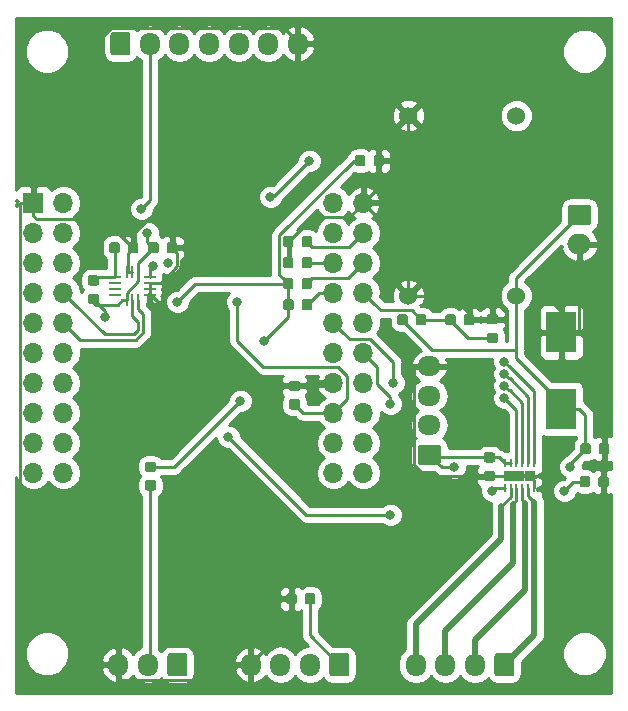
<source format=gbr>
G04 #@! TF.GenerationSoftware,KiCad,Pcbnew,5.0.0-fee4fd1~66~ubuntu16.04.1*
G04 #@! TF.CreationDate,2018-10-28T11:18:26+01:00*
G04 #@! TF.ProjectId,balancebot,62616C616E6365626F742E6B69636164,rev?*
G04 #@! TF.SameCoordinates,Original*
G04 #@! TF.FileFunction,Copper,L1,Top,Signal*
G04 #@! TF.FilePolarity,Positive*
%FSLAX46Y46*%
G04 Gerber Fmt 4.6, Leading zero omitted, Abs format (unit mm)*
G04 Created by KiCad (PCBNEW 5.0.0-fee4fd1~66~ubuntu16.04.1) date Sun Oct 28 11:18:26 2018*
%MOMM*%
%LPD*%
G01*
G04 APERTURE LIST*
G04 #@! TA.AperFunction,Conductor*
%ADD10C,0.100000*%
G04 #@! TD*
G04 #@! TA.AperFunction,SMDPad,CuDef*
%ADD11C,0.875000*%
G04 #@! TD*
G04 #@! TA.AperFunction,SMDPad,CuDef*
%ADD12R,2.500000X3.500000*%
G04 #@! TD*
G04 #@! TA.AperFunction,ComponentPad*
%ADD13C,1.700000*%
G04 #@! TD*
G04 #@! TA.AperFunction,ComponentPad*
%ADD14O,1.700000X1.950000*%
G04 #@! TD*
G04 #@! TA.AperFunction,ComponentPad*
%ADD15O,2.000000X1.700000*%
G04 #@! TD*
G04 #@! TA.AperFunction,ComponentPad*
%ADD16O,1.950000X1.700000*%
G04 #@! TD*
G04 #@! TA.AperFunction,SMDPad,CuDef*
%ADD17R,1.000000X0.250000*%
G04 #@! TD*
G04 #@! TA.AperFunction,SMDPad,CuDef*
%ADD18R,0.250000X1.000000*%
G04 #@! TD*
G04 #@! TA.AperFunction,ComponentPad*
%ADD19R,0.900000X0.900000*%
G04 #@! TD*
G04 #@! TA.AperFunction,SMDPad,CuDef*
%ADD20R,0.250000X0.800000*%
G04 #@! TD*
G04 #@! TA.AperFunction,ComponentPad*
%ADD21C,1.524000*%
G04 #@! TD*
G04 #@! TA.AperFunction,ComponentPad*
%ADD22O,1.700000X1.700000*%
G04 #@! TD*
G04 #@! TA.AperFunction,ComponentPad*
%ADD23R,1.700000X1.700000*%
G04 #@! TD*
G04 #@! TA.AperFunction,ViaPad*
%ADD24C,0.800000*%
G04 #@! TD*
G04 #@! TA.AperFunction,Conductor*
%ADD25C,0.250000*%
G04 #@! TD*
G04 #@! TA.AperFunction,Conductor*
%ADD26C,0.500000*%
G04 #@! TD*
G04 #@! TA.AperFunction,Conductor*
%ADD27C,0.254000*%
G04 #@! TD*
G04 APERTURE END LIST*
D10*
G04 #@! TO.N,+3V3*
G04 #@! TO.C,R4*
G36*
X139178191Y-75980053D02*
X139199426Y-75983203D01*
X139220250Y-75988419D01*
X139240462Y-75995651D01*
X139259868Y-76004830D01*
X139278281Y-76015866D01*
X139295524Y-76028654D01*
X139311430Y-76043070D01*
X139325846Y-76058976D01*
X139338634Y-76076219D01*
X139349670Y-76094632D01*
X139358849Y-76114038D01*
X139366081Y-76134250D01*
X139371297Y-76155074D01*
X139374447Y-76176309D01*
X139375500Y-76197750D01*
X139375500Y-76710250D01*
X139374447Y-76731691D01*
X139371297Y-76752926D01*
X139366081Y-76773750D01*
X139358849Y-76793962D01*
X139349670Y-76813368D01*
X139338634Y-76831781D01*
X139325846Y-76849024D01*
X139311430Y-76864930D01*
X139295524Y-76879346D01*
X139278281Y-76892134D01*
X139259868Y-76903170D01*
X139240462Y-76912349D01*
X139220250Y-76919581D01*
X139199426Y-76924797D01*
X139178191Y-76927947D01*
X139156750Y-76929000D01*
X138719250Y-76929000D01*
X138697809Y-76927947D01*
X138676574Y-76924797D01*
X138655750Y-76919581D01*
X138635538Y-76912349D01*
X138616132Y-76903170D01*
X138597719Y-76892134D01*
X138580476Y-76879346D01*
X138564570Y-76864930D01*
X138550154Y-76849024D01*
X138537366Y-76831781D01*
X138526330Y-76813368D01*
X138517151Y-76793962D01*
X138509919Y-76773750D01*
X138504703Y-76752926D01*
X138501553Y-76731691D01*
X138500500Y-76710250D01*
X138500500Y-76197750D01*
X138501553Y-76176309D01*
X138504703Y-76155074D01*
X138509919Y-76134250D01*
X138517151Y-76114038D01*
X138526330Y-76094632D01*
X138537366Y-76076219D01*
X138550154Y-76058976D01*
X138564570Y-76043070D01*
X138580476Y-76028654D01*
X138597719Y-76015866D01*
X138616132Y-76004830D01*
X138635538Y-75995651D01*
X138655750Y-75988419D01*
X138676574Y-75983203D01*
X138697809Y-75980053D01*
X138719250Y-75979000D01*
X139156750Y-75979000D01*
X139178191Y-75980053D01*
X139178191Y-75980053D01*
G37*
D11*
G04 #@! TD*
G04 #@! TO.P,R4,1*
G04 #@! TO.N,+3V3*
X138938000Y-76454000D03*
D10*
G04 #@! TO.N,APHASE*
G04 #@! TO.C,R4*
G36*
X140753191Y-75980053D02*
X140774426Y-75983203D01*
X140795250Y-75988419D01*
X140815462Y-75995651D01*
X140834868Y-76004830D01*
X140853281Y-76015866D01*
X140870524Y-76028654D01*
X140886430Y-76043070D01*
X140900846Y-76058976D01*
X140913634Y-76076219D01*
X140924670Y-76094632D01*
X140933849Y-76114038D01*
X140941081Y-76134250D01*
X140946297Y-76155074D01*
X140949447Y-76176309D01*
X140950500Y-76197750D01*
X140950500Y-76710250D01*
X140949447Y-76731691D01*
X140946297Y-76752926D01*
X140941081Y-76773750D01*
X140933849Y-76793962D01*
X140924670Y-76813368D01*
X140913634Y-76831781D01*
X140900846Y-76849024D01*
X140886430Y-76864930D01*
X140870524Y-76879346D01*
X140853281Y-76892134D01*
X140834868Y-76903170D01*
X140815462Y-76912349D01*
X140795250Y-76919581D01*
X140774426Y-76924797D01*
X140753191Y-76927947D01*
X140731750Y-76929000D01*
X140294250Y-76929000D01*
X140272809Y-76927947D01*
X140251574Y-76924797D01*
X140230750Y-76919581D01*
X140210538Y-76912349D01*
X140191132Y-76903170D01*
X140172719Y-76892134D01*
X140155476Y-76879346D01*
X140139570Y-76864930D01*
X140125154Y-76849024D01*
X140112366Y-76831781D01*
X140101330Y-76813368D01*
X140092151Y-76793962D01*
X140084919Y-76773750D01*
X140079703Y-76752926D01*
X140076553Y-76731691D01*
X140075500Y-76710250D01*
X140075500Y-76197750D01*
X140076553Y-76176309D01*
X140079703Y-76155074D01*
X140084919Y-76134250D01*
X140092151Y-76114038D01*
X140101330Y-76094632D01*
X140112366Y-76076219D01*
X140125154Y-76058976D01*
X140139570Y-76043070D01*
X140155476Y-76028654D01*
X140172719Y-76015866D01*
X140191132Y-76004830D01*
X140210538Y-75995651D01*
X140230750Y-75988419D01*
X140251574Y-75983203D01*
X140272809Y-75980053D01*
X140294250Y-75979000D01*
X140731750Y-75979000D01*
X140753191Y-75980053D01*
X140753191Y-75980053D01*
G37*
D11*
G04 #@! TD*
G04 #@! TO.P,R4,2*
G04 #@! TO.N,APHASE*
X140513000Y-76454000D03*
D12*
G04 #@! TO.P,C1,1*
G04 #@! TO.N,+BATT*
X162052000Y-85292000D03*
G04 #@! TO.P,C1,2*
G04 #@! TO.N,GND*
X162052000Y-78792000D03*
G04 #@! TD*
D10*
G04 #@! TO.N,GND*
G04 #@! TO.C,C2*
G36*
X165899191Y-88172053D02*
X165920426Y-88175203D01*
X165941250Y-88180419D01*
X165961462Y-88187651D01*
X165980868Y-88196830D01*
X165999281Y-88207866D01*
X166016524Y-88220654D01*
X166032430Y-88235070D01*
X166046846Y-88250976D01*
X166059634Y-88268219D01*
X166070670Y-88286632D01*
X166079849Y-88306038D01*
X166087081Y-88326250D01*
X166092297Y-88347074D01*
X166095447Y-88368309D01*
X166096500Y-88389750D01*
X166096500Y-88902250D01*
X166095447Y-88923691D01*
X166092297Y-88944926D01*
X166087081Y-88965750D01*
X166079849Y-88985962D01*
X166070670Y-89005368D01*
X166059634Y-89023781D01*
X166046846Y-89041024D01*
X166032430Y-89056930D01*
X166016524Y-89071346D01*
X165999281Y-89084134D01*
X165980868Y-89095170D01*
X165961462Y-89104349D01*
X165941250Y-89111581D01*
X165920426Y-89116797D01*
X165899191Y-89119947D01*
X165877750Y-89121000D01*
X165440250Y-89121000D01*
X165418809Y-89119947D01*
X165397574Y-89116797D01*
X165376750Y-89111581D01*
X165356538Y-89104349D01*
X165337132Y-89095170D01*
X165318719Y-89084134D01*
X165301476Y-89071346D01*
X165285570Y-89056930D01*
X165271154Y-89041024D01*
X165258366Y-89023781D01*
X165247330Y-89005368D01*
X165238151Y-88985962D01*
X165230919Y-88965750D01*
X165225703Y-88944926D01*
X165222553Y-88923691D01*
X165221500Y-88902250D01*
X165221500Y-88389750D01*
X165222553Y-88368309D01*
X165225703Y-88347074D01*
X165230919Y-88326250D01*
X165238151Y-88306038D01*
X165247330Y-88286632D01*
X165258366Y-88268219D01*
X165271154Y-88250976D01*
X165285570Y-88235070D01*
X165301476Y-88220654D01*
X165318719Y-88207866D01*
X165337132Y-88196830D01*
X165356538Y-88187651D01*
X165376750Y-88180419D01*
X165397574Y-88175203D01*
X165418809Y-88172053D01*
X165440250Y-88171000D01*
X165877750Y-88171000D01*
X165899191Y-88172053D01*
X165899191Y-88172053D01*
G37*
D11*
G04 #@! TD*
G04 #@! TO.P,C2,2*
G04 #@! TO.N,GND*
X165659000Y-88646000D03*
D10*
G04 #@! TO.N,+BATT*
G04 #@! TO.C,C2*
G36*
X164324191Y-88172053D02*
X164345426Y-88175203D01*
X164366250Y-88180419D01*
X164386462Y-88187651D01*
X164405868Y-88196830D01*
X164424281Y-88207866D01*
X164441524Y-88220654D01*
X164457430Y-88235070D01*
X164471846Y-88250976D01*
X164484634Y-88268219D01*
X164495670Y-88286632D01*
X164504849Y-88306038D01*
X164512081Y-88326250D01*
X164517297Y-88347074D01*
X164520447Y-88368309D01*
X164521500Y-88389750D01*
X164521500Y-88902250D01*
X164520447Y-88923691D01*
X164517297Y-88944926D01*
X164512081Y-88965750D01*
X164504849Y-88985962D01*
X164495670Y-89005368D01*
X164484634Y-89023781D01*
X164471846Y-89041024D01*
X164457430Y-89056930D01*
X164441524Y-89071346D01*
X164424281Y-89084134D01*
X164405868Y-89095170D01*
X164386462Y-89104349D01*
X164366250Y-89111581D01*
X164345426Y-89116797D01*
X164324191Y-89119947D01*
X164302750Y-89121000D01*
X163865250Y-89121000D01*
X163843809Y-89119947D01*
X163822574Y-89116797D01*
X163801750Y-89111581D01*
X163781538Y-89104349D01*
X163762132Y-89095170D01*
X163743719Y-89084134D01*
X163726476Y-89071346D01*
X163710570Y-89056930D01*
X163696154Y-89041024D01*
X163683366Y-89023781D01*
X163672330Y-89005368D01*
X163663151Y-88985962D01*
X163655919Y-88965750D01*
X163650703Y-88944926D01*
X163647553Y-88923691D01*
X163646500Y-88902250D01*
X163646500Y-88389750D01*
X163647553Y-88368309D01*
X163650703Y-88347074D01*
X163655919Y-88326250D01*
X163663151Y-88306038D01*
X163672330Y-88286632D01*
X163683366Y-88268219D01*
X163696154Y-88250976D01*
X163710570Y-88235070D01*
X163726476Y-88220654D01*
X163743719Y-88207866D01*
X163762132Y-88196830D01*
X163781538Y-88187651D01*
X163801750Y-88180419D01*
X163822574Y-88175203D01*
X163843809Y-88172053D01*
X163865250Y-88171000D01*
X164302750Y-88171000D01*
X164324191Y-88172053D01*
X164324191Y-88172053D01*
G37*
D11*
G04 #@! TD*
G04 #@! TO.P,C2,1*
G04 #@! TO.N,+BATT*
X164084000Y-88646000D03*
D10*
G04 #@! TO.N,Net-(C3-Pad1)*
G04 #@! TO.C,C3*
G36*
X124446191Y-71154053D02*
X124467426Y-71157203D01*
X124488250Y-71162419D01*
X124508462Y-71169651D01*
X124527868Y-71178830D01*
X124546281Y-71189866D01*
X124563524Y-71202654D01*
X124579430Y-71217070D01*
X124593846Y-71232976D01*
X124606634Y-71250219D01*
X124617670Y-71268632D01*
X124626849Y-71288038D01*
X124634081Y-71308250D01*
X124639297Y-71329074D01*
X124642447Y-71350309D01*
X124643500Y-71371750D01*
X124643500Y-71884250D01*
X124642447Y-71905691D01*
X124639297Y-71926926D01*
X124634081Y-71947750D01*
X124626849Y-71967962D01*
X124617670Y-71987368D01*
X124606634Y-72005781D01*
X124593846Y-72023024D01*
X124579430Y-72038930D01*
X124563524Y-72053346D01*
X124546281Y-72066134D01*
X124527868Y-72077170D01*
X124508462Y-72086349D01*
X124488250Y-72093581D01*
X124467426Y-72098797D01*
X124446191Y-72101947D01*
X124424750Y-72103000D01*
X123987250Y-72103000D01*
X123965809Y-72101947D01*
X123944574Y-72098797D01*
X123923750Y-72093581D01*
X123903538Y-72086349D01*
X123884132Y-72077170D01*
X123865719Y-72066134D01*
X123848476Y-72053346D01*
X123832570Y-72038930D01*
X123818154Y-72023024D01*
X123805366Y-72005781D01*
X123794330Y-71987368D01*
X123785151Y-71967962D01*
X123777919Y-71947750D01*
X123772703Y-71926926D01*
X123769553Y-71905691D01*
X123768500Y-71884250D01*
X123768500Y-71371750D01*
X123769553Y-71350309D01*
X123772703Y-71329074D01*
X123777919Y-71308250D01*
X123785151Y-71288038D01*
X123794330Y-71268632D01*
X123805366Y-71250219D01*
X123818154Y-71232976D01*
X123832570Y-71217070D01*
X123848476Y-71202654D01*
X123865719Y-71189866D01*
X123884132Y-71178830D01*
X123903538Y-71169651D01*
X123923750Y-71162419D01*
X123944574Y-71157203D01*
X123965809Y-71154053D01*
X123987250Y-71153000D01*
X124424750Y-71153000D01*
X124446191Y-71154053D01*
X124446191Y-71154053D01*
G37*
D11*
G04 #@! TD*
G04 #@! TO.P,C3,1*
G04 #@! TO.N,Net-(C3-Pad1)*
X124206000Y-71628000D03*
D10*
G04 #@! TO.N,GND*
G04 #@! TO.C,C3*
G36*
X126021191Y-71154053D02*
X126042426Y-71157203D01*
X126063250Y-71162419D01*
X126083462Y-71169651D01*
X126102868Y-71178830D01*
X126121281Y-71189866D01*
X126138524Y-71202654D01*
X126154430Y-71217070D01*
X126168846Y-71232976D01*
X126181634Y-71250219D01*
X126192670Y-71268632D01*
X126201849Y-71288038D01*
X126209081Y-71308250D01*
X126214297Y-71329074D01*
X126217447Y-71350309D01*
X126218500Y-71371750D01*
X126218500Y-71884250D01*
X126217447Y-71905691D01*
X126214297Y-71926926D01*
X126209081Y-71947750D01*
X126201849Y-71967962D01*
X126192670Y-71987368D01*
X126181634Y-72005781D01*
X126168846Y-72023024D01*
X126154430Y-72038930D01*
X126138524Y-72053346D01*
X126121281Y-72066134D01*
X126102868Y-72077170D01*
X126083462Y-72086349D01*
X126063250Y-72093581D01*
X126042426Y-72098797D01*
X126021191Y-72101947D01*
X125999750Y-72103000D01*
X125562250Y-72103000D01*
X125540809Y-72101947D01*
X125519574Y-72098797D01*
X125498750Y-72093581D01*
X125478538Y-72086349D01*
X125459132Y-72077170D01*
X125440719Y-72066134D01*
X125423476Y-72053346D01*
X125407570Y-72038930D01*
X125393154Y-72023024D01*
X125380366Y-72005781D01*
X125369330Y-71987368D01*
X125360151Y-71967962D01*
X125352919Y-71947750D01*
X125347703Y-71926926D01*
X125344553Y-71905691D01*
X125343500Y-71884250D01*
X125343500Y-71371750D01*
X125344553Y-71350309D01*
X125347703Y-71329074D01*
X125352919Y-71308250D01*
X125360151Y-71288038D01*
X125369330Y-71268632D01*
X125380366Y-71250219D01*
X125393154Y-71232976D01*
X125407570Y-71217070D01*
X125423476Y-71202654D01*
X125440719Y-71189866D01*
X125459132Y-71178830D01*
X125478538Y-71169651D01*
X125498750Y-71162419D01*
X125519574Y-71157203D01*
X125540809Y-71154053D01*
X125562250Y-71153000D01*
X125999750Y-71153000D01*
X126021191Y-71154053D01*
X126021191Y-71154053D01*
G37*
D11*
G04 #@! TD*
G04 #@! TO.P,C3,2*
G04 #@! TO.N,GND*
X125781000Y-71628000D03*
D10*
G04 #@! TO.N,GND*
G04 #@! TO.C,C4*
G36*
X129323191Y-71154053D02*
X129344426Y-71157203D01*
X129365250Y-71162419D01*
X129385462Y-71169651D01*
X129404868Y-71178830D01*
X129423281Y-71189866D01*
X129440524Y-71202654D01*
X129456430Y-71217070D01*
X129470846Y-71232976D01*
X129483634Y-71250219D01*
X129494670Y-71268632D01*
X129503849Y-71288038D01*
X129511081Y-71308250D01*
X129516297Y-71329074D01*
X129519447Y-71350309D01*
X129520500Y-71371750D01*
X129520500Y-71884250D01*
X129519447Y-71905691D01*
X129516297Y-71926926D01*
X129511081Y-71947750D01*
X129503849Y-71967962D01*
X129494670Y-71987368D01*
X129483634Y-72005781D01*
X129470846Y-72023024D01*
X129456430Y-72038930D01*
X129440524Y-72053346D01*
X129423281Y-72066134D01*
X129404868Y-72077170D01*
X129385462Y-72086349D01*
X129365250Y-72093581D01*
X129344426Y-72098797D01*
X129323191Y-72101947D01*
X129301750Y-72103000D01*
X128864250Y-72103000D01*
X128842809Y-72101947D01*
X128821574Y-72098797D01*
X128800750Y-72093581D01*
X128780538Y-72086349D01*
X128761132Y-72077170D01*
X128742719Y-72066134D01*
X128725476Y-72053346D01*
X128709570Y-72038930D01*
X128695154Y-72023024D01*
X128682366Y-72005781D01*
X128671330Y-71987368D01*
X128662151Y-71967962D01*
X128654919Y-71947750D01*
X128649703Y-71926926D01*
X128646553Y-71905691D01*
X128645500Y-71884250D01*
X128645500Y-71371750D01*
X128646553Y-71350309D01*
X128649703Y-71329074D01*
X128654919Y-71308250D01*
X128662151Y-71288038D01*
X128671330Y-71268632D01*
X128682366Y-71250219D01*
X128695154Y-71232976D01*
X128709570Y-71217070D01*
X128725476Y-71202654D01*
X128742719Y-71189866D01*
X128761132Y-71178830D01*
X128780538Y-71169651D01*
X128800750Y-71162419D01*
X128821574Y-71157203D01*
X128842809Y-71154053D01*
X128864250Y-71153000D01*
X129301750Y-71153000D01*
X129323191Y-71154053D01*
X129323191Y-71154053D01*
G37*
D11*
G04 #@! TD*
G04 #@! TO.P,C4,2*
G04 #@! TO.N,GND*
X129083000Y-71628000D03*
D10*
G04 #@! TO.N,+3V3*
G04 #@! TO.C,C4*
G36*
X127748191Y-71154053D02*
X127769426Y-71157203D01*
X127790250Y-71162419D01*
X127810462Y-71169651D01*
X127829868Y-71178830D01*
X127848281Y-71189866D01*
X127865524Y-71202654D01*
X127881430Y-71217070D01*
X127895846Y-71232976D01*
X127908634Y-71250219D01*
X127919670Y-71268632D01*
X127928849Y-71288038D01*
X127936081Y-71308250D01*
X127941297Y-71329074D01*
X127944447Y-71350309D01*
X127945500Y-71371750D01*
X127945500Y-71884250D01*
X127944447Y-71905691D01*
X127941297Y-71926926D01*
X127936081Y-71947750D01*
X127928849Y-71967962D01*
X127919670Y-71987368D01*
X127908634Y-72005781D01*
X127895846Y-72023024D01*
X127881430Y-72038930D01*
X127865524Y-72053346D01*
X127848281Y-72066134D01*
X127829868Y-72077170D01*
X127810462Y-72086349D01*
X127790250Y-72093581D01*
X127769426Y-72098797D01*
X127748191Y-72101947D01*
X127726750Y-72103000D01*
X127289250Y-72103000D01*
X127267809Y-72101947D01*
X127246574Y-72098797D01*
X127225750Y-72093581D01*
X127205538Y-72086349D01*
X127186132Y-72077170D01*
X127167719Y-72066134D01*
X127150476Y-72053346D01*
X127134570Y-72038930D01*
X127120154Y-72023024D01*
X127107366Y-72005781D01*
X127096330Y-71987368D01*
X127087151Y-71967962D01*
X127079919Y-71947750D01*
X127074703Y-71926926D01*
X127071553Y-71905691D01*
X127070500Y-71884250D01*
X127070500Y-71371750D01*
X127071553Y-71350309D01*
X127074703Y-71329074D01*
X127079919Y-71308250D01*
X127087151Y-71288038D01*
X127096330Y-71268632D01*
X127107366Y-71250219D01*
X127120154Y-71232976D01*
X127134570Y-71217070D01*
X127150476Y-71202654D01*
X127167719Y-71189866D01*
X127186132Y-71178830D01*
X127205538Y-71169651D01*
X127225750Y-71162419D01*
X127246574Y-71157203D01*
X127267809Y-71154053D01*
X127289250Y-71153000D01*
X127726750Y-71153000D01*
X127748191Y-71154053D01*
X127748191Y-71154053D01*
G37*
D11*
G04 #@! TD*
G04 #@! TO.P,C4,1*
G04 #@! TO.N,+3V3*
X127508000Y-71628000D03*
D10*
G04 #@! TO.N,GND*
G04 #@! TO.C,C5*
G36*
X165848191Y-90966053D02*
X165869426Y-90969203D01*
X165890250Y-90974419D01*
X165910462Y-90981651D01*
X165929868Y-90990830D01*
X165948281Y-91001866D01*
X165965524Y-91014654D01*
X165981430Y-91029070D01*
X165995846Y-91044976D01*
X166008634Y-91062219D01*
X166019670Y-91080632D01*
X166028849Y-91100038D01*
X166036081Y-91120250D01*
X166041297Y-91141074D01*
X166044447Y-91162309D01*
X166045500Y-91183750D01*
X166045500Y-91696250D01*
X166044447Y-91717691D01*
X166041297Y-91738926D01*
X166036081Y-91759750D01*
X166028849Y-91779962D01*
X166019670Y-91799368D01*
X166008634Y-91817781D01*
X165995846Y-91835024D01*
X165981430Y-91850930D01*
X165965524Y-91865346D01*
X165948281Y-91878134D01*
X165929868Y-91889170D01*
X165910462Y-91898349D01*
X165890250Y-91905581D01*
X165869426Y-91910797D01*
X165848191Y-91913947D01*
X165826750Y-91915000D01*
X165389250Y-91915000D01*
X165367809Y-91913947D01*
X165346574Y-91910797D01*
X165325750Y-91905581D01*
X165305538Y-91898349D01*
X165286132Y-91889170D01*
X165267719Y-91878134D01*
X165250476Y-91865346D01*
X165234570Y-91850930D01*
X165220154Y-91835024D01*
X165207366Y-91817781D01*
X165196330Y-91799368D01*
X165187151Y-91779962D01*
X165179919Y-91759750D01*
X165174703Y-91738926D01*
X165171553Y-91717691D01*
X165170500Y-91696250D01*
X165170500Y-91183750D01*
X165171553Y-91162309D01*
X165174703Y-91141074D01*
X165179919Y-91120250D01*
X165187151Y-91100038D01*
X165196330Y-91080632D01*
X165207366Y-91062219D01*
X165220154Y-91044976D01*
X165234570Y-91029070D01*
X165250476Y-91014654D01*
X165267719Y-91001866D01*
X165286132Y-90990830D01*
X165305538Y-90981651D01*
X165325750Y-90974419D01*
X165346574Y-90969203D01*
X165367809Y-90966053D01*
X165389250Y-90965000D01*
X165826750Y-90965000D01*
X165848191Y-90966053D01*
X165848191Y-90966053D01*
G37*
D11*
G04 #@! TD*
G04 #@! TO.P,C5,1*
G04 #@! TO.N,GND*
X165608000Y-91440000D03*
D10*
G04 #@! TO.N,+3V3*
G04 #@! TO.C,C5*
G36*
X164273191Y-90966053D02*
X164294426Y-90969203D01*
X164315250Y-90974419D01*
X164335462Y-90981651D01*
X164354868Y-90990830D01*
X164373281Y-91001866D01*
X164390524Y-91014654D01*
X164406430Y-91029070D01*
X164420846Y-91044976D01*
X164433634Y-91062219D01*
X164444670Y-91080632D01*
X164453849Y-91100038D01*
X164461081Y-91120250D01*
X164466297Y-91141074D01*
X164469447Y-91162309D01*
X164470500Y-91183750D01*
X164470500Y-91696250D01*
X164469447Y-91717691D01*
X164466297Y-91738926D01*
X164461081Y-91759750D01*
X164453849Y-91779962D01*
X164444670Y-91799368D01*
X164433634Y-91817781D01*
X164420846Y-91835024D01*
X164406430Y-91850930D01*
X164390524Y-91865346D01*
X164373281Y-91878134D01*
X164354868Y-91889170D01*
X164335462Y-91898349D01*
X164315250Y-91905581D01*
X164294426Y-91910797D01*
X164273191Y-91913947D01*
X164251750Y-91915000D01*
X163814250Y-91915000D01*
X163792809Y-91913947D01*
X163771574Y-91910797D01*
X163750750Y-91905581D01*
X163730538Y-91898349D01*
X163711132Y-91889170D01*
X163692719Y-91878134D01*
X163675476Y-91865346D01*
X163659570Y-91850930D01*
X163645154Y-91835024D01*
X163632366Y-91817781D01*
X163621330Y-91799368D01*
X163612151Y-91779962D01*
X163604919Y-91759750D01*
X163599703Y-91738926D01*
X163596553Y-91717691D01*
X163595500Y-91696250D01*
X163595500Y-91183750D01*
X163596553Y-91162309D01*
X163599703Y-91141074D01*
X163604919Y-91120250D01*
X163612151Y-91100038D01*
X163621330Y-91080632D01*
X163632366Y-91062219D01*
X163645154Y-91044976D01*
X163659570Y-91029070D01*
X163675476Y-91014654D01*
X163692719Y-91001866D01*
X163711132Y-90990830D01*
X163730538Y-90981651D01*
X163750750Y-90974419D01*
X163771574Y-90969203D01*
X163792809Y-90966053D01*
X163814250Y-90965000D01*
X164251750Y-90965000D01*
X164273191Y-90966053D01*
X164273191Y-90966053D01*
G37*
D11*
G04 #@! TD*
G04 #@! TO.P,C5,2*
G04 #@! TO.N,+3V3*
X164033000Y-91440000D03*
D10*
G04 #@! TO.N,+3V3*
G04 #@! TO.C,C6*
G36*
X145248691Y-63788053D02*
X145269926Y-63791203D01*
X145290750Y-63796419D01*
X145310962Y-63803651D01*
X145330368Y-63812830D01*
X145348781Y-63823866D01*
X145366024Y-63836654D01*
X145381930Y-63851070D01*
X145396346Y-63866976D01*
X145409134Y-63884219D01*
X145420170Y-63902632D01*
X145429349Y-63922038D01*
X145436581Y-63942250D01*
X145441797Y-63963074D01*
X145444947Y-63984309D01*
X145446000Y-64005750D01*
X145446000Y-64518250D01*
X145444947Y-64539691D01*
X145441797Y-64560926D01*
X145436581Y-64581750D01*
X145429349Y-64601962D01*
X145420170Y-64621368D01*
X145409134Y-64639781D01*
X145396346Y-64657024D01*
X145381930Y-64672930D01*
X145366024Y-64687346D01*
X145348781Y-64700134D01*
X145330368Y-64711170D01*
X145310962Y-64720349D01*
X145290750Y-64727581D01*
X145269926Y-64732797D01*
X145248691Y-64735947D01*
X145227250Y-64737000D01*
X144789750Y-64737000D01*
X144768309Y-64735947D01*
X144747074Y-64732797D01*
X144726250Y-64727581D01*
X144706038Y-64720349D01*
X144686632Y-64711170D01*
X144668219Y-64700134D01*
X144650976Y-64687346D01*
X144635070Y-64672930D01*
X144620654Y-64657024D01*
X144607866Y-64639781D01*
X144596830Y-64621368D01*
X144587651Y-64601962D01*
X144580419Y-64581750D01*
X144575203Y-64560926D01*
X144572053Y-64539691D01*
X144571000Y-64518250D01*
X144571000Y-64005750D01*
X144572053Y-63984309D01*
X144575203Y-63963074D01*
X144580419Y-63942250D01*
X144587651Y-63922038D01*
X144596830Y-63902632D01*
X144607866Y-63884219D01*
X144620654Y-63866976D01*
X144635070Y-63851070D01*
X144650976Y-63836654D01*
X144668219Y-63823866D01*
X144686632Y-63812830D01*
X144706038Y-63803651D01*
X144726250Y-63796419D01*
X144747074Y-63791203D01*
X144768309Y-63788053D01*
X144789750Y-63787000D01*
X145227250Y-63787000D01*
X145248691Y-63788053D01*
X145248691Y-63788053D01*
G37*
D11*
G04 #@! TD*
G04 #@! TO.P,C6,1*
G04 #@! TO.N,+3V3*
X145008500Y-64262000D03*
D10*
G04 #@! TO.N,GND*
G04 #@! TO.C,C6*
G36*
X146823691Y-63788053D02*
X146844926Y-63791203D01*
X146865750Y-63796419D01*
X146885962Y-63803651D01*
X146905368Y-63812830D01*
X146923781Y-63823866D01*
X146941024Y-63836654D01*
X146956930Y-63851070D01*
X146971346Y-63866976D01*
X146984134Y-63884219D01*
X146995170Y-63902632D01*
X147004349Y-63922038D01*
X147011581Y-63942250D01*
X147016797Y-63963074D01*
X147019947Y-63984309D01*
X147021000Y-64005750D01*
X147021000Y-64518250D01*
X147019947Y-64539691D01*
X147016797Y-64560926D01*
X147011581Y-64581750D01*
X147004349Y-64601962D01*
X146995170Y-64621368D01*
X146984134Y-64639781D01*
X146971346Y-64657024D01*
X146956930Y-64672930D01*
X146941024Y-64687346D01*
X146923781Y-64700134D01*
X146905368Y-64711170D01*
X146885962Y-64720349D01*
X146865750Y-64727581D01*
X146844926Y-64732797D01*
X146823691Y-64735947D01*
X146802250Y-64737000D01*
X146364750Y-64737000D01*
X146343309Y-64735947D01*
X146322074Y-64732797D01*
X146301250Y-64727581D01*
X146281038Y-64720349D01*
X146261632Y-64711170D01*
X146243219Y-64700134D01*
X146225976Y-64687346D01*
X146210070Y-64672930D01*
X146195654Y-64657024D01*
X146182866Y-64639781D01*
X146171830Y-64621368D01*
X146162651Y-64601962D01*
X146155419Y-64581750D01*
X146150203Y-64560926D01*
X146147053Y-64539691D01*
X146146000Y-64518250D01*
X146146000Y-64005750D01*
X146147053Y-63984309D01*
X146150203Y-63963074D01*
X146155419Y-63942250D01*
X146162651Y-63922038D01*
X146171830Y-63902632D01*
X146182866Y-63884219D01*
X146195654Y-63866976D01*
X146210070Y-63851070D01*
X146225976Y-63836654D01*
X146243219Y-63823866D01*
X146261632Y-63812830D01*
X146281038Y-63803651D01*
X146301250Y-63796419D01*
X146322074Y-63791203D01*
X146343309Y-63788053D01*
X146364750Y-63787000D01*
X146802250Y-63787000D01*
X146823691Y-63788053D01*
X146823691Y-63788053D01*
G37*
D11*
G04 #@! TD*
G04 #@! TO.P,C6,2*
G04 #@! TO.N,GND*
X146583500Y-64262000D03*
D10*
G04 #@! TO.N,GND*
G04 #@! TO.C,C7*
G36*
X139723691Y-82875553D02*
X139744926Y-82878703D01*
X139765750Y-82883919D01*
X139785962Y-82891151D01*
X139805368Y-82900330D01*
X139823781Y-82911366D01*
X139841024Y-82924154D01*
X139856930Y-82938570D01*
X139871346Y-82954476D01*
X139884134Y-82971719D01*
X139895170Y-82990132D01*
X139904349Y-83009538D01*
X139911581Y-83029750D01*
X139916797Y-83050574D01*
X139919947Y-83071809D01*
X139921000Y-83093250D01*
X139921000Y-83530750D01*
X139919947Y-83552191D01*
X139916797Y-83573426D01*
X139911581Y-83594250D01*
X139904349Y-83614462D01*
X139895170Y-83633868D01*
X139884134Y-83652281D01*
X139871346Y-83669524D01*
X139856930Y-83685430D01*
X139841024Y-83699846D01*
X139823781Y-83712634D01*
X139805368Y-83723670D01*
X139785962Y-83732849D01*
X139765750Y-83740081D01*
X139744926Y-83745297D01*
X139723691Y-83748447D01*
X139702250Y-83749500D01*
X139189750Y-83749500D01*
X139168309Y-83748447D01*
X139147074Y-83745297D01*
X139126250Y-83740081D01*
X139106038Y-83732849D01*
X139086632Y-83723670D01*
X139068219Y-83712634D01*
X139050976Y-83699846D01*
X139035070Y-83685430D01*
X139020654Y-83669524D01*
X139007866Y-83652281D01*
X138996830Y-83633868D01*
X138987651Y-83614462D01*
X138980419Y-83594250D01*
X138975203Y-83573426D01*
X138972053Y-83552191D01*
X138971000Y-83530750D01*
X138971000Y-83093250D01*
X138972053Y-83071809D01*
X138975203Y-83050574D01*
X138980419Y-83029750D01*
X138987651Y-83009538D01*
X138996830Y-82990132D01*
X139007866Y-82971719D01*
X139020654Y-82954476D01*
X139035070Y-82938570D01*
X139050976Y-82924154D01*
X139068219Y-82911366D01*
X139086632Y-82900330D01*
X139106038Y-82891151D01*
X139126250Y-82883919D01*
X139147074Y-82878703D01*
X139168309Y-82875553D01*
X139189750Y-82874500D01*
X139702250Y-82874500D01*
X139723691Y-82875553D01*
X139723691Y-82875553D01*
G37*
D11*
G04 #@! TD*
G04 #@! TO.P,C7,2*
G04 #@! TO.N,GND*
X139446000Y-83312000D03*
D10*
G04 #@! TO.N,+5V*
G04 #@! TO.C,C7*
G36*
X139723691Y-84450553D02*
X139744926Y-84453703D01*
X139765750Y-84458919D01*
X139785962Y-84466151D01*
X139805368Y-84475330D01*
X139823781Y-84486366D01*
X139841024Y-84499154D01*
X139856930Y-84513570D01*
X139871346Y-84529476D01*
X139884134Y-84546719D01*
X139895170Y-84565132D01*
X139904349Y-84584538D01*
X139911581Y-84604750D01*
X139916797Y-84625574D01*
X139919947Y-84646809D01*
X139921000Y-84668250D01*
X139921000Y-85105750D01*
X139919947Y-85127191D01*
X139916797Y-85148426D01*
X139911581Y-85169250D01*
X139904349Y-85189462D01*
X139895170Y-85208868D01*
X139884134Y-85227281D01*
X139871346Y-85244524D01*
X139856930Y-85260430D01*
X139841024Y-85274846D01*
X139823781Y-85287634D01*
X139805368Y-85298670D01*
X139785962Y-85307849D01*
X139765750Y-85315081D01*
X139744926Y-85320297D01*
X139723691Y-85323447D01*
X139702250Y-85324500D01*
X139189750Y-85324500D01*
X139168309Y-85323447D01*
X139147074Y-85320297D01*
X139126250Y-85315081D01*
X139106038Y-85307849D01*
X139086632Y-85298670D01*
X139068219Y-85287634D01*
X139050976Y-85274846D01*
X139035070Y-85260430D01*
X139020654Y-85244524D01*
X139007866Y-85227281D01*
X138996830Y-85208868D01*
X138987651Y-85189462D01*
X138980419Y-85169250D01*
X138975203Y-85148426D01*
X138972053Y-85127191D01*
X138971000Y-85105750D01*
X138971000Y-84668250D01*
X138972053Y-84646809D01*
X138975203Y-84625574D01*
X138980419Y-84604750D01*
X138987651Y-84584538D01*
X138996830Y-84565132D01*
X139007866Y-84546719D01*
X139020654Y-84529476D01*
X139035070Y-84513570D01*
X139050976Y-84499154D01*
X139068219Y-84486366D01*
X139086632Y-84475330D01*
X139106038Y-84466151D01*
X139126250Y-84458919D01*
X139147074Y-84453703D01*
X139168309Y-84450553D01*
X139189750Y-84449500D01*
X139702250Y-84449500D01*
X139723691Y-84450553D01*
X139723691Y-84450553D01*
G37*
D11*
G04 #@! TD*
G04 #@! TO.P,C7,1*
G04 #@! TO.N,+5V*
X139446000Y-84887000D03*
D10*
G04 #@! TO.N,GND*
G04 #@! TO.C,C8*
G36*
X139432191Y-100872053D02*
X139453426Y-100875203D01*
X139474250Y-100880419D01*
X139494462Y-100887651D01*
X139513868Y-100896830D01*
X139532281Y-100907866D01*
X139549524Y-100920654D01*
X139565430Y-100935070D01*
X139579846Y-100950976D01*
X139592634Y-100968219D01*
X139603670Y-100986632D01*
X139612849Y-101006038D01*
X139620081Y-101026250D01*
X139625297Y-101047074D01*
X139628447Y-101068309D01*
X139629500Y-101089750D01*
X139629500Y-101602250D01*
X139628447Y-101623691D01*
X139625297Y-101644926D01*
X139620081Y-101665750D01*
X139612849Y-101685962D01*
X139603670Y-101705368D01*
X139592634Y-101723781D01*
X139579846Y-101741024D01*
X139565430Y-101756930D01*
X139549524Y-101771346D01*
X139532281Y-101784134D01*
X139513868Y-101795170D01*
X139494462Y-101804349D01*
X139474250Y-101811581D01*
X139453426Y-101816797D01*
X139432191Y-101819947D01*
X139410750Y-101821000D01*
X138973250Y-101821000D01*
X138951809Y-101819947D01*
X138930574Y-101816797D01*
X138909750Y-101811581D01*
X138889538Y-101804349D01*
X138870132Y-101795170D01*
X138851719Y-101784134D01*
X138834476Y-101771346D01*
X138818570Y-101756930D01*
X138804154Y-101741024D01*
X138791366Y-101723781D01*
X138780330Y-101705368D01*
X138771151Y-101685962D01*
X138763919Y-101665750D01*
X138758703Y-101644926D01*
X138755553Y-101623691D01*
X138754500Y-101602250D01*
X138754500Y-101089750D01*
X138755553Y-101068309D01*
X138758703Y-101047074D01*
X138763919Y-101026250D01*
X138771151Y-101006038D01*
X138780330Y-100986632D01*
X138791366Y-100968219D01*
X138804154Y-100950976D01*
X138818570Y-100935070D01*
X138834476Y-100920654D01*
X138851719Y-100907866D01*
X138870132Y-100896830D01*
X138889538Y-100887651D01*
X138909750Y-100880419D01*
X138930574Y-100875203D01*
X138951809Y-100872053D01*
X138973250Y-100871000D01*
X139410750Y-100871000D01*
X139432191Y-100872053D01*
X139432191Y-100872053D01*
G37*
D11*
G04 #@! TD*
G04 #@! TO.P,C8,1*
G04 #@! TO.N,GND*
X139192000Y-101346000D03*
D10*
G04 #@! TO.N,+3V3*
G04 #@! TO.C,C8*
G36*
X141007191Y-100872053D02*
X141028426Y-100875203D01*
X141049250Y-100880419D01*
X141069462Y-100887651D01*
X141088868Y-100896830D01*
X141107281Y-100907866D01*
X141124524Y-100920654D01*
X141140430Y-100935070D01*
X141154846Y-100950976D01*
X141167634Y-100968219D01*
X141178670Y-100986632D01*
X141187849Y-101006038D01*
X141195081Y-101026250D01*
X141200297Y-101047074D01*
X141203447Y-101068309D01*
X141204500Y-101089750D01*
X141204500Y-101602250D01*
X141203447Y-101623691D01*
X141200297Y-101644926D01*
X141195081Y-101665750D01*
X141187849Y-101685962D01*
X141178670Y-101705368D01*
X141167634Y-101723781D01*
X141154846Y-101741024D01*
X141140430Y-101756930D01*
X141124524Y-101771346D01*
X141107281Y-101784134D01*
X141088868Y-101795170D01*
X141069462Y-101804349D01*
X141049250Y-101811581D01*
X141028426Y-101816797D01*
X141007191Y-101819947D01*
X140985750Y-101821000D01*
X140548250Y-101821000D01*
X140526809Y-101819947D01*
X140505574Y-101816797D01*
X140484750Y-101811581D01*
X140464538Y-101804349D01*
X140445132Y-101795170D01*
X140426719Y-101784134D01*
X140409476Y-101771346D01*
X140393570Y-101756930D01*
X140379154Y-101741024D01*
X140366366Y-101723781D01*
X140355330Y-101705368D01*
X140346151Y-101685962D01*
X140338919Y-101665750D01*
X140333703Y-101644926D01*
X140330553Y-101623691D01*
X140329500Y-101602250D01*
X140329500Y-101089750D01*
X140330553Y-101068309D01*
X140333703Y-101047074D01*
X140338919Y-101026250D01*
X140346151Y-101006038D01*
X140355330Y-100986632D01*
X140366366Y-100968219D01*
X140379154Y-100950976D01*
X140393570Y-100935070D01*
X140409476Y-100920654D01*
X140426719Y-100907866D01*
X140445132Y-100896830D01*
X140464538Y-100887651D01*
X140484750Y-100880419D01*
X140505574Y-100875203D01*
X140526809Y-100872053D01*
X140548250Y-100871000D01*
X140985750Y-100871000D01*
X141007191Y-100872053D01*
X141007191Y-100872053D01*
G37*
D11*
G04 #@! TD*
G04 #@! TO.P,C8,2*
G04 #@! TO.N,+3V3*
X140767000Y-101346000D03*
D10*
G04 #@! TO.N,+3V3*
G04 #@! TO.C,C9*
G36*
X156233691Y-88946053D02*
X156254926Y-88949203D01*
X156275750Y-88954419D01*
X156295962Y-88961651D01*
X156315368Y-88970830D01*
X156333781Y-88981866D01*
X156351024Y-88994654D01*
X156366930Y-89009070D01*
X156381346Y-89024976D01*
X156394134Y-89042219D01*
X156405170Y-89060632D01*
X156414349Y-89080038D01*
X156421581Y-89100250D01*
X156426797Y-89121074D01*
X156429947Y-89142309D01*
X156431000Y-89163750D01*
X156431000Y-89601250D01*
X156429947Y-89622691D01*
X156426797Y-89643926D01*
X156421581Y-89664750D01*
X156414349Y-89684962D01*
X156405170Y-89704368D01*
X156394134Y-89722781D01*
X156381346Y-89740024D01*
X156366930Y-89755930D01*
X156351024Y-89770346D01*
X156333781Y-89783134D01*
X156315368Y-89794170D01*
X156295962Y-89803349D01*
X156275750Y-89810581D01*
X156254926Y-89815797D01*
X156233691Y-89818947D01*
X156212250Y-89820000D01*
X155699750Y-89820000D01*
X155678309Y-89818947D01*
X155657074Y-89815797D01*
X155636250Y-89810581D01*
X155616038Y-89803349D01*
X155596632Y-89794170D01*
X155578219Y-89783134D01*
X155560976Y-89770346D01*
X155545070Y-89755930D01*
X155530654Y-89740024D01*
X155517866Y-89722781D01*
X155506830Y-89704368D01*
X155497651Y-89684962D01*
X155490419Y-89664750D01*
X155485203Y-89643926D01*
X155482053Y-89622691D01*
X155481000Y-89601250D01*
X155481000Y-89163750D01*
X155482053Y-89142309D01*
X155485203Y-89121074D01*
X155490419Y-89100250D01*
X155497651Y-89080038D01*
X155506830Y-89060632D01*
X155517866Y-89042219D01*
X155530654Y-89024976D01*
X155545070Y-89009070D01*
X155560976Y-88994654D01*
X155578219Y-88981866D01*
X155596632Y-88970830D01*
X155616038Y-88961651D01*
X155636250Y-88954419D01*
X155657074Y-88949203D01*
X155678309Y-88946053D01*
X155699750Y-88945000D01*
X156212250Y-88945000D01*
X156233691Y-88946053D01*
X156233691Y-88946053D01*
G37*
D11*
G04 #@! TD*
G04 #@! TO.P,C9,2*
G04 #@! TO.N,+3V3*
X155956000Y-89382500D03*
D10*
G04 #@! TO.N,GND*
G04 #@! TO.C,C9*
G36*
X156233691Y-90521053D02*
X156254926Y-90524203D01*
X156275750Y-90529419D01*
X156295962Y-90536651D01*
X156315368Y-90545830D01*
X156333781Y-90556866D01*
X156351024Y-90569654D01*
X156366930Y-90584070D01*
X156381346Y-90599976D01*
X156394134Y-90617219D01*
X156405170Y-90635632D01*
X156414349Y-90655038D01*
X156421581Y-90675250D01*
X156426797Y-90696074D01*
X156429947Y-90717309D01*
X156431000Y-90738750D01*
X156431000Y-91176250D01*
X156429947Y-91197691D01*
X156426797Y-91218926D01*
X156421581Y-91239750D01*
X156414349Y-91259962D01*
X156405170Y-91279368D01*
X156394134Y-91297781D01*
X156381346Y-91315024D01*
X156366930Y-91330930D01*
X156351024Y-91345346D01*
X156333781Y-91358134D01*
X156315368Y-91369170D01*
X156295962Y-91378349D01*
X156275750Y-91385581D01*
X156254926Y-91390797D01*
X156233691Y-91393947D01*
X156212250Y-91395000D01*
X155699750Y-91395000D01*
X155678309Y-91393947D01*
X155657074Y-91390797D01*
X155636250Y-91385581D01*
X155616038Y-91378349D01*
X155596632Y-91369170D01*
X155578219Y-91358134D01*
X155560976Y-91345346D01*
X155545070Y-91330930D01*
X155530654Y-91315024D01*
X155517866Y-91297781D01*
X155506830Y-91279368D01*
X155497651Y-91259962D01*
X155490419Y-91239750D01*
X155485203Y-91218926D01*
X155482053Y-91197691D01*
X155481000Y-91176250D01*
X155481000Y-90738750D01*
X155482053Y-90717309D01*
X155485203Y-90696074D01*
X155490419Y-90675250D01*
X155497651Y-90655038D01*
X155506830Y-90635632D01*
X155517866Y-90617219D01*
X155530654Y-90599976D01*
X155545070Y-90584070D01*
X155560976Y-90569654D01*
X155578219Y-90556866D01*
X155596632Y-90545830D01*
X155616038Y-90536651D01*
X155636250Y-90529419D01*
X155657074Y-90524203D01*
X155678309Y-90521053D01*
X155699750Y-90520000D01*
X156212250Y-90520000D01*
X156233691Y-90521053D01*
X156233691Y-90521053D01*
G37*
D11*
G04 #@! TD*
G04 #@! TO.P,C9,1*
G04 #@! TO.N,GND*
X155956000Y-90957500D03*
D10*
G04 #@! TO.N,+3V3*
G04 #@! TO.C,FB1*
G36*
X122705691Y-75535053D02*
X122726926Y-75538203D01*
X122747750Y-75543419D01*
X122767962Y-75550651D01*
X122787368Y-75559830D01*
X122805781Y-75570866D01*
X122823024Y-75583654D01*
X122838930Y-75598070D01*
X122853346Y-75613976D01*
X122866134Y-75631219D01*
X122877170Y-75649632D01*
X122886349Y-75669038D01*
X122893581Y-75689250D01*
X122898797Y-75710074D01*
X122901947Y-75731309D01*
X122903000Y-75752750D01*
X122903000Y-76190250D01*
X122901947Y-76211691D01*
X122898797Y-76232926D01*
X122893581Y-76253750D01*
X122886349Y-76273962D01*
X122877170Y-76293368D01*
X122866134Y-76311781D01*
X122853346Y-76329024D01*
X122838930Y-76344930D01*
X122823024Y-76359346D01*
X122805781Y-76372134D01*
X122787368Y-76383170D01*
X122767962Y-76392349D01*
X122747750Y-76399581D01*
X122726926Y-76404797D01*
X122705691Y-76407947D01*
X122684250Y-76409000D01*
X122171750Y-76409000D01*
X122150309Y-76407947D01*
X122129074Y-76404797D01*
X122108250Y-76399581D01*
X122088038Y-76392349D01*
X122068632Y-76383170D01*
X122050219Y-76372134D01*
X122032976Y-76359346D01*
X122017070Y-76344930D01*
X122002654Y-76329024D01*
X121989866Y-76311781D01*
X121978830Y-76293368D01*
X121969651Y-76273962D01*
X121962419Y-76253750D01*
X121957203Y-76232926D01*
X121954053Y-76211691D01*
X121953000Y-76190250D01*
X121953000Y-75752750D01*
X121954053Y-75731309D01*
X121957203Y-75710074D01*
X121962419Y-75689250D01*
X121969651Y-75669038D01*
X121978830Y-75649632D01*
X121989866Y-75631219D01*
X122002654Y-75613976D01*
X122017070Y-75598070D01*
X122032976Y-75583654D01*
X122050219Y-75570866D01*
X122068632Y-75559830D01*
X122088038Y-75550651D01*
X122108250Y-75543419D01*
X122129074Y-75538203D01*
X122150309Y-75535053D01*
X122171750Y-75534000D01*
X122684250Y-75534000D01*
X122705691Y-75535053D01*
X122705691Y-75535053D01*
G37*
D11*
G04 #@! TD*
G04 #@! TO.P,FB1,1*
G04 #@! TO.N,+3V3*
X122428000Y-75971500D03*
D10*
G04 #@! TO.N,Net-(C3-Pad1)*
G04 #@! TO.C,FB1*
G36*
X122705691Y-73960053D02*
X122726926Y-73963203D01*
X122747750Y-73968419D01*
X122767962Y-73975651D01*
X122787368Y-73984830D01*
X122805781Y-73995866D01*
X122823024Y-74008654D01*
X122838930Y-74023070D01*
X122853346Y-74038976D01*
X122866134Y-74056219D01*
X122877170Y-74074632D01*
X122886349Y-74094038D01*
X122893581Y-74114250D01*
X122898797Y-74135074D01*
X122901947Y-74156309D01*
X122903000Y-74177750D01*
X122903000Y-74615250D01*
X122901947Y-74636691D01*
X122898797Y-74657926D01*
X122893581Y-74678750D01*
X122886349Y-74698962D01*
X122877170Y-74718368D01*
X122866134Y-74736781D01*
X122853346Y-74754024D01*
X122838930Y-74769930D01*
X122823024Y-74784346D01*
X122805781Y-74797134D01*
X122787368Y-74808170D01*
X122767962Y-74817349D01*
X122747750Y-74824581D01*
X122726926Y-74829797D01*
X122705691Y-74832947D01*
X122684250Y-74834000D01*
X122171750Y-74834000D01*
X122150309Y-74832947D01*
X122129074Y-74829797D01*
X122108250Y-74824581D01*
X122088038Y-74817349D01*
X122068632Y-74808170D01*
X122050219Y-74797134D01*
X122032976Y-74784346D01*
X122017070Y-74769930D01*
X122002654Y-74754024D01*
X121989866Y-74736781D01*
X121978830Y-74718368D01*
X121969651Y-74698962D01*
X121962419Y-74678750D01*
X121957203Y-74657926D01*
X121954053Y-74636691D01*
X121953000Y-74615250D01*
X121953000Y-74177750D01*
X121954053Y-74156309D01*
X121957203Y-74135074D01*
X121962419Y-74114250D01*
X121969651Y-74094038D01*
X121978830Y-74074632D01*
X121989866Y-74056219D01*
X122002654Y-74038976D01*
X122017070Y-74023070D01*
X122032976Y-74008654D01*
X122050219Y-73995866D01*
X122068632Y-73984830D01*
X122088038Y-73975651D01*
X122108250Y-73968419D01*
X122129074Y-73963203D01*
X122150309Y-73960053D01*
X122171750Y-73959000D01*
X122684250Y-73959000D01*
X122705691Y-73960053D01*
X122705691Y-73960053D01*
G37*
D11*
G04 #@! TD*
G04 #@! TO.P,FB1,2*
G04 #@! TO.N,Net-(C3-Pad1)*
X122428000Y-74396500D03*
D10*
G04 #@! TO.N,Net-(J1-Pad1)*
G04 #@! TO.C,J1*
G36*
X157850504Y-105960204D02*
X157874773Y-105963804D01*
X157898571Y-105969765D01*
X157921671Y-105978030D01*
X157943849Y-105988520D01*
X157964893Y-106001133D01*
X157984598Y-106015747D01*
X158002777Y-106032223D01*
X158019253Y-106050402D01*
X158033867Y-106070107D01*
X158046480Y-106091151D01*
X158056970Y-106113329D01*
X158065235Y-106136429D01*
X158071196Y-106160227D01*
X158074796Y-106184496D01*
X158076000Y-106209000D01*
X158076000Y-107659000D01*
X158074796Y-107683504D01*
X158071196Y-107707773D01*
X158065235Y-107731571D01*
X158056970Y-107754671D01*
X158046480Y-107776849D01*
X158033867Y-107797893D01*
X158019253Y-107817598D01*
X158002777Y-107835777D01*
X157984598Y-107852253D01*
X157964893Y-107866867D01*
X157943849Y-107879480D01*
X157921671Y-107889970D01*
X157898571Y-107898235D01*
X157874773Y-107904196D01*
X157850504Y-107907796D01*
X157826000Y-107909000D01*
X156626000Y-107909000D01*
X156601496Y-107907796D01*
X156577227Y-107904196D01*
X156553429Y-107898235D01*
X156530329Y-107889970D01*
X156508151Y-107879480D01*
X156487107Y-107866867D01*
X156467402Y-107852253D01*
X156449223Y-107835777D01*
X156432747Y-107817598D01*
X156418133Y-107797893D01*
X156405520Y-107776849D01*
X156395030Y-107754671D01*
X156386765Y-107731571D01*
X156380804Y-107707773D01*
X156377204Y-107683504D01*
X156376000Y-107659000D01*
X156376000Y-106209000D01*
X156377204Y-106184496D01*
X156380804Y-106160227D01*
X156386765Y-106136429D01*
X156395030Y-106113329D01*
X156405520Y-106091151D01*
X156418133Y-106070107D01*
X156432747Y-106050402D01*
X156449223Y-106032223D01*
X156467402Y-106015747D01*
X156487107Y-106001133D01*
X156508151Y-105988520D01*
X156530329Y-105978030D01*
X156553429Y-105969765D01*
X156577227Y-105963804D01*
X156601496Y-105960204D01*
X156626000Y-105959000D01*
X157826000Y-105959000D01*
X157850504Y-105960204D01*
X157850504Y-105960204D01*
G37*
D13*
G04 #@! TD*
G04 #@! TO.P,J1,1*
G04 #@! TO.N,Net-(J1-Pad1)*
X157226000Y-106934000D03*
D14*
G04 #@! TO.P,J1,2*
G04 #@! TO.N,Net-(J1-Pad2)*
X154726000Y-106934000D03*
G04 #@! TO.P,J1,3*
G04 #@! TO.N,Net-(J1-Pad3)*
X152226000Y-106934000D03*
G04 #@! TO.P,J1,4*
G04 #@! TO.N,Net-(J1-Pad4)*
X149726000Y-106934000D03*
G04 #@! TD*
D10*
G04 #@! TO.N,+BATT*
G04 #@! TO.C,J2*
G36*
X164350504Y-67985204D02*
X164374773Y-67988804D01*
X164398571Y-67994765D01*
X164421671Y-68003030D01*
X164443849Y-68013520D01*
X164464893Y-68026133D01*
X164484598Y-68040747D01*
X164502777Y-68057223D01*
X164519253Y-68075402D01*
X164533867Y-68095107D01*
X164546480Y-68116151D01*
X164556970Y-68138329D01*
X164565235Y-68161429D01*
X164571196Y-68185227D01*
X164574796Y-68209496D01*
X164576000Y-68234000D01*
X164576000Y-69434000D01*
X164574796Y-69458504D01*
X164571196Y-69482773D01*
X164565235Y-69506571D01*
X164556970Y-69529671D01*
X164546480Y-69551849D01*
X164533867Y-69572893D01*
X164519253Y-69592598D01*
X164502777Y-69610777D01*
X164484598Y-69627253D01*
X164464893Y-69641867D01*
X164443849Y-69654480D01*
X164421671Y-69664970D01*
X164398571Y-69673235D01*
X164374773Y-69679196D01*
X164350504Y-69682796D01*
X164326000Y-69684000D01*
X162826000Y-69684000D01*
X162801496Y-69682796D01*
X162777227Y-69679196D01*
X162753429Y-69673235D01*
X162730329Y-69664970D01*
X162708151Y-69654480D01*
X162687107Y-69641867D01*
X162667402Y-69627253D01*
X162649223Y-69610777D01*
X162632747Y-69592598D01*
X162618133Y-69572893D01*
X162605520Y-69551849D01*
X162595030Y-69529671D01*
X162586765Y-69506571D01*
X162580804Y-69482773D01*
X162577204Y-69458504D01*
X162576000Y-69434000D01*
X162576000Y-68234000D01*
X162577204Y-68209496D01*
X162580804Y-68185227D01*
X162586765Y-68161429D01*
X162595030Y-68138329D01*
X162605520Y-68116151D01*
X162618133Y-68095107D01*
X162632747Y-68075402D01*
X162649223Y-68057223D01*
X162667402Y-68040747D01*
X162687107Y-68026133D01*
X162708151Y-68013520D01*
X162730329Y-68003030D01*
X162753429Y-67994765D01*
X162777227Y-67988804D01*
X162801496Y-67985204D01*
X162826000Y-67984000D01*
X164326000Y-67984000D01*
X164350504Y-67985204D01*
X164350504Y-67985204D01*
G37*
D13*
G04 #@! TD*
G04 #@! TO.P,J2,1*
G04 #@! TO.N,+BATT*
X163576000Y-68834000D03*
D15*
G04 #@! TO.P,J2,2*
G04 #@! TO.N,GND*
X163576000Y-71334000D03*
G04 #@! TD*
D10*
G04 #@! TO.N,+5V*
G04 #@! TO.C,J3*
G36*
X130164504Y-105960204D02*
X130188773Y-105963804D01*
X130212571Y-105969765D01*
X130235671Y-105978030D01*
X130257849Y-105988520D01*
X130278893Y-106001133D01*
X130298598Y-106015747D01*
X130316777Y-106032223D01*
X130333253Y-106050402D01*
X130347867Y-106070107D01*
X130360480Y-106091151D01*
X130370970Y-106113329D01*
X130379235Y-106136429D01*
X130385196Y-106160227D01*
X130388796Y-106184496D01*
X130390000Y-106209000D01*
X130390000Y-107659000D01*
X130388796Y-107683504D01*
X130385196Y-107707773D01*
X130379235Y-107731571D01*
X130370970Y-107754671D01*
X130360480Y-107776849D01*
X130347867Y-107797893D01*
X130333253Y-107817598D01*
X130316777Y-107835777D01*
X130298598Y-107852253D01*
X130278893Y-107866867D01*
X130257849Y-107879480D01*
X130235671Y-107889970D01*
X130212571Y-107898235D01*
X130188773Y-107904196D01*
X130164504Y-107907796D01*
X130140000Y-107909000D01*
X128940000Y-107909000D01*
X128915496Y-107907796D01*
X128891227Y-107904196D01*
X128867429Y-107898235D01*
X128844329Y-107889970D01*
X128822151Y-107879480D01*
X128801107Y-107866867D01*
X128781402Y-107852253D01*
X128763223Y-107835777D01*
X128746747Y-107817598D01*
X128732133Y-107797893D01*
X128719520Y-107776849D01*
X128709030Y-107754671D01*
X128700765Y-107731571D01*
X128694804Y-107707773D01*
X128691204Y-107683504D01*
X128690000Y-107659000D01*
X128690000Y-106209000D01*
X128691204Y-106184496D01*
X128694804Y-106160227D01*
X128700765Y-106136429D01*
X128709030Y-106113329D01*
X128719520Y-106091151D01*
X128732133Y-106070107D01*
X128746747Y-106050402D01*
X128763223Y-106032223D01*
X128781402Y-106015747D01*
X128801107Y-106001133D01*
X128822151Y-105988520D01*
X128844329Y-105978030D01*
X128867429Y-105969765D01*
X128891227Y-105963804D01*
X128915496Y-105960204D01*
X128940000Y-105959000D01*
X130140000Y-105959000D01*
X130164504Y-105960204D01*
X130164504Y-105960204D01*
G37*
D13*
G04 #@! TD*
G04 #@! TO.P,J3,1*
G04 #@! TO.N,+5V*
X129540000Y-106934000D03*
D14*
G04 #@! TO.P,J3,2*
G04 #@! TO.N,Net-(J3-Pad2)*
X127040000Y-106934000D03*
G04 #@! TO.P,J3,3*
G04 #@! TO.N,GND*
X124540000Y-106934000D03*
G04 #@! TD*
G04 #@! TO.P,J4,4*
G04 #@! TO.N,GND*
X135756000Y-106934000D03*
G04 #@! TO.P,J4,3*
G04 #@! TO.N,IO0*
X138256000Y-106934000D03*
G04 #@! TO.P,J4,2*
G04 #@! TO.N,IO2*
X140756000Y-106934000D03*
D10*
G04 #@! TD*
G04 #@! TO.N,+3V3*
G04 #@! TO.C,J4*
G36*
X143880504Y-105960204D02*
X143904773Y-105963804D01*
X143928571Y-105969765D01*
X143951671Y-105978030D01*
X143973849Y-105988520D01*
X143994893Y-106001133D01*
X144014598Y-106015747D01*
X144032777Y-106032223D01*
X144049253Y-106050402D01*
X144063867Y-106070107D01*
X144076480Y-106091151D01*
X144086970Y-106113329D01*
X144095235Y-106136429D01*
X144101196Y-106160227D01*
X144104796Y-106184496D01*
X144106000Y-106209000D01*
X144106000Y-107659000D01*
X144104796Y-107683504D01*
X144101196Y-107707773D01*
X144095235Y-107731571D01*
X144086970Y-107754671D01*
X144076480Y-107776849D01*
X144063867Y-107797893D01*
X144049253Y-107817598D01*
X144032777Y-107835777D01*
X144014598Y-107852253D01*
X143994893Y-107866867D01*
X143973849Y-107879480D01*
X143951671Y-107889970D01*
X143928571Y-107898235D01*
X143904773Y-107904196D01*
X143880504Y-107907796D01*
X143856000Y-107909000D01*
X142656000Y-107909000D01*
X142631496Y-107907796D01*
X142607227Y-107904196D01*
X142583429Y-107898235D01*
X142560329Y-107889970D01*
X142538151Y-107879480D01*
X142517107Y-107866867D01*
X142497402Y-107852253D01*
X142479223Y-107835777D01*
X142462747Y-107817598D01*
X142448133Y-107797893D01*
X142435520Y-107776849D01*
X142425030Y-107754671D01*
X142416765Y-107731571D01*
X142410804Y-107707773D01*
X142407204Y-107683504D01*
X142406000Y-107659000D01*
X142406000Y-106209000D01*
X142407204Y-106184496D01*
X142410804Y-106160227D01*
X142416765Y-106136429D01*
X142425030Y-106113329D01*
X142435520Y-106091151D01*
X142448133Y-106070107D01*
X142462747Y-106050402D01*
X142479223Y-106032223D01*
X142497402Y-106015747D01*
X142517107Y-106001133D01*
X142538151Y-105988520D01*
X142560329Y-105978030D01*
X142583429Y-105969765D01*
X142607227Y-105963804D01*
X142631496Y-105960204D01*
X142656000Y-105959000D01*
X143856000Y-105959000D01*
X143880504Y-105960204D01*
X143880504Y-105960204D01*
G37*
D13*
G04 #@! TO.P,J4,1*
G04 #@! TO.N,+3V3*
X143256000Y-106934000D03*
G04 #@! TD*
D10*
G04 #@! TO.N,+3V3*
G04 #@! TO.C,J5*
G36*
X151625504Y-88305204D02*
X151649773Y-88308804D01*
X151673571Y-88314765D01*
X151696671Y-88323030D01*
X151718849Y-88333520D01*
X151739893Y-88346133D01*
X151759598Y-88360747D01*
X151777777Y-88377223D01*
X151794253Y-88395402D01*
X151808867Y-88415107D01*
X151821480Y-88436151D01*
X151831970Y-88458329D01*
X151840235Y-88481429D01*
X151846196Y-88505227D01*
X151849796Y-88529496D01*
X151851000Y-88554000D01*
X151851000Y-89754000D01*
X151849796Y-89778504D01*
X151846196Y-89802773D01*
X151840235Y-89826571D01*
X151831970Y-89849671D01*
X151821480Y-89871849D01*
X151808867Y-89892893D01*
X151794253Y-89912598D01*
X151777777Y-89930777D01*
X151759598Y-89947253D01*
X151739893Y-89961867D01*
X151718849Y-89974480D01*
X151696671Y-89984970D01*
X151673571Y-89993235D01*
X151649773Y-89999196D01*
X151625504Y-90002796D01*
X151601000Y-90004000D01*
X150151000Y-90004000D01*
X150126496Y-90002796D01*
X150102227Y-89999196D01*
X150078429Y-89993235D01*
X150055329Y-89984970D01*
X150033151Y-89974480D01*
X150012107Y-89961867D01*
X149992402Y-89947253D01*
X149974223Y-89930777D01*
X149957747Y-89912598D01*
X149943133Y-89892893D01*
X149930520Y-89871849D01*
X149920030Y-89849671D01*
X149911765Y-89826571D01*
X149905804Y-89802773D01*
X149902204Y-89778504D01*
X149901000Y-89754000D01*
X149901000Y-88554000D01*
X149902204Y-88529496D01*
X149905804Y-88505227D01*
X149911765Y-88481429D01*
X149920030Y-88458329D01*
X149930520Y-88436151D01*
X149943133Y-88415107D01*
X149957747Y-88395402D01*
X149974223Y-88377223D01*
X149992402Y-88360747D01*
X150012107Y-88346133D01*
X150033151Y-88333520D01*
X150055329Y-88323030D01*
X150078429Y-88314765D01*
X150102227Y-88308804D01*
X150126496Y-88305204D01*
X150151000Y-88304000D01*
X151601000Y-88304000D01*
X151625504Y-88305204D01*
X151625504Y-88305204D01*
G37*
D13*
G04 #@! TD*
G04 #@! TO.P,J5,1*
G04 #@! TO.N,+3V3*
X150876000Y-89154000D03*
D16*
G04 #@! TO.P,J5,2*
G04 #@! TO.N,IO4*
X150876000Y-86654000D03*
G04 #@! TO.P,J5,3*
G04 #@! TO.N,IO17*
X150876000Y-84154000D03*
G04 #@! TO.P,J5,4*
G04 #@! TO.N,GND*
X150876000Y-81654000D03*
G04 #@! TD*
D10*
G04 #@! TO.N,+5V*
G04 #@! TO.C,J6*
G36*
X125338504Y-53382204D02*
X125362773Y-53385804D01*
X125386571Y-53391765D01*
X125409671Y-53400030D01*
X125431849Y-53410520D01*
X125452893Y-53423133D01*
X125472598Y-53437747D01*
X125490777Y-53454223D01*
X125507253Y-53472402D01*
X125521867Y-53492107D01*
X125534480Y-53513151D01*
X125544970Y-53535329D01*
X125553235Y-53558429D01*
X125559196Y-53582227D01*
X125562796Y-53606496D01*
X125564000Y-53631000D01*
X125564000Y-55081000D01*
X125562796Y-55105504D01*
X125559196Y-55129773D01*
X125553235Y-55153571D01*
X125544970Y-55176671D01*
X125534480Y-55198849D01*
X125521867Y-55219893D01*
X125507253Y-55239598D01*
X125490777Y-55257777D01*
X125472598Y-55274253D01*
X125452893Y-55288867D01*
X125431849Y-55301480D01*
X125409671Y-55311970D01*
X125386571Y-55320235D01*
X125362773Y-55326196D01*
X125338504Y-55329796D01*
X125314000Y-55331000D01*
X124114000Y-55331000D01*
X124089496Y-55329796D01*
X124065227Y-55326196D01*
X124041429Y-55320235D01*
X124018329Y-55311970D01*
X123996151Y-55301480D01*
X123975107Y-55288867D01*
X123955402Y-55274253D01*
X123937223Y-55257777D01*
X123920747Y-55239598D01*
X123906133Y-55219893D01*
X123893520Y-55198849D01*
X123883030Y-55176671D01*
X123874765Y-55153571D01*
X123868804Y-55129773D01*
X123865204Y-55105504D01*
X123864000Y-55081000D01*
X123864000Y-53631000D01*
X123865204Y-53606496D01*
X123868804Y-53582227D01*
X123874765Y-53558429D01*
X123883030Y-53535329D01*
X123893520Y-53513151D01*
X123906133Y-53492107D01*
X123920747Y-53472402D01*
X123937223Y-53454223D01*
X123955402Y-53437747D01*
X123975107Y-53423133D01*
X123996151Y-53410520D01*
X124018329Y-53400030D01*
X124041429Y-53391765D01*
X124065227Y-53385804D01*
X124089496Y-53382204D01*
X124114000Y-53381000D01*
X125314000Y-53381000D01*
X125338504Y-53382204D01*
X125338504Y-53382204D01*
G37*
D13*
G04 #@! TD*
G04 #@! TO.P,J6,1*
G04 #@! TO.N,+5V*
X124714000Y-54356000D03*
D14*
G04 #@! TO.P,J6,2*
G04 #@! TO.N,+3V3*
X127214000Y-54356000D03*
G04 #@! TO.P,J6,3*
G04 #@! TO.N,IO35*
X129714000Y-54356000D03*
G04 #@! TO.P,J6,4*
G04 #@! TO.N,IO26*
X132214000Y-54356000D03*
G04 #@! TO.P,J6,5*
G04 #@! TO.N,RXD*
X134714000Y-54356000D03*
G04 #@! TO.P,J6,6*
G04 #@! TO.N,TXD*
X137214000Y-54356000D03*
G04 #@! TO.P,J6,7*
G04 #@! TO.N,GND*
X139714000Y-54356000D03*
G04 #@! TD*
D10*
G04 #@! TO.N,+BATT*
G04 #@! TO.C,R1*
G36*
X148830191Y-77250053D02*
X148851426Y-77253203D01*
X148872250Y-77258419D01*
X148892462Y-77265651D01*
X148911868Y-77274830D01*
X148930281Y-77285866D01*
X148947524Y-77298654D01*
X148963430Y-77313070D01*
X148977846Y-77328976D01*
X148990634Y-77346219D01*
X149001670Y-77364632D01*
X149010849Y-77384038D01*
X149018081Y-77404250D01*
X149023297Y-77425074D01*
X149026447Y-77446309D01*
X149027500Y-77467750D01*
X149027500Y-77980250D01*
X149026447Y-78001691D01*
X149023297Y-78022926D01*
X149018081Y-78043750D01*
X149010849Y-78063962D01*
X149001670Y-78083368D01*
X148990634Y-78101781D01*
X148977846Y-78119024D01*
X148963430Y-78134930D01*
X148947524Y-78149346D01*
X148930281Y-78162134D01*
X148911868Y-78173170D01*
X148892462Y-78182349D01*
X148872250Y-78189581D01*
X148851426Y-78194797D01*
X148830191Y-78197947D01*
X148808750Y-78199000D01*
X148371250Y-78199000D01*
X148349809Y-78197947D01*
X148328574Y-78194797D01*
X148307750Y-78189581D01*
X148287538Y-78182349D01*
X148268132Y-78173170D01*
X148249719Y-78162134D01*
X148232476Y-78149346D01*
X148216570Y-78134930D01*
X148202154Y-78119024D01*
X148189366Y-78101781D01*
X148178330Y-78083368D01*
X148169151Y-78063962D01*
X148161919Y-78043750D01*
X148156703Y-78022926D01*
X148153553Y-78001691D01*
X148152500Y-77980250D01*
X148152500Y-77467750D01*
X148153553Y-77446309D01*
X148156703Y-77425074D01*
X148161919Y-77404250D01*
X148169151Y-77384038D01*
X148178330Y-77364632D01*
X148189366Y-77346219D01*
X148202154Y-77328976D01*
X148216570Y-77313070D01*
X148232476Y-77298654D01*
X148249719Y-77285866D01*
X148268132Y-77274830D01*
X148287538Y-77265651D01*
X148307750Y-77258419D01*
X148328574Y-77253203D01*
X148349809Y-77250053D01*
X148371250Y-77249000D01*
X148808750Y-77249000D01*
X148830191Y-77250053D01*
X148830191Y-77250053D01*
G37*
D11*
G04 #@! TD*
G04 #@! TO.P,R1,1*
G04 #@! TO.N,+BATT*
X148590000Y-77724000D03*
D10*
G04 #@! TO.N,IO32*
G04 #@! TO.C,R1*
G36*
X150405191Y-77250053D02*
X150426426Y-77253203D01*
X150447250Y-77258419D01*
X150467462Y-77265651D01*
X150486868Y-77274830D01*
X150505281Y-77285866D01*
X150522524Y-77298654D01*
X150538430Y-77313070D01*
X150552846Y-77328976D01*
X150565634Y-77346219D01*
X150576670Y-77364632D01*
X150585849Y-77384038D01*
X150593081Y-77404250D01*
X150598297Y-77425074D01*
X150601447Y-77446309D01*
X150602500Y-77467750D01*
X150602500Y-77980250D01*
X150601447Y-78001691D01*
X150598297Y-78022926D01*
X150593081Y-78043750D01*
X150585849Y-78063962D01*
X150576670Y-78083368D01*
X150565634Y-78101781D01*
X150552846Y-78119024D01*
X150538430Y-78134930D01*
X150522524Y-78149346D01*
X150505281Y-78162134D01*
X150486868Y-78173170D01*
X150467462Y-78182349D01*
X150447250Y-78189581D01*
X150426426Y-78194797D01*
X150405191Y-78197947D01*
X150383750Y-78199000D01*
X149946250Y-78199000D01*
X149924809Y-78197947D01*
X149903574Y-78194797D01*
X149882750Y-78189581D01*
X149862538Y-78182349D01*
X149843132Y-78173170D01*
X149824719Y-78162134D01*
X149807476Y-78149346D01*
X149791570Y-78134930D01*
X149777154Y-78119024D01*
X149764366Y-78101781D01*
X149753330Y-78083368D01*
X149744151Y-78063962D01*
X149736919Y-78043750D01*
X149731703Y-78022926D01*
X149728553Y-78001691D01*
X149727500Y-77980250D01*
X149727500Y-77467750D01*
X149728553Y-77446309D01*
X149731703Y-77425074D01*
X149736919Y-77404250D01*
X149744151Y-77384038D01*
X149753330Y-77364632D01*
X149764366Y-77346219D01*
X149777154Y-77328976D01*
X149791570Y-77313070D01*
X149807476Y-77298654D01*
X149824719Y-77285866D01*
X149843132Y-77274830D01*
X149862538Y-77265651D01*
X149882750Y-77258419D01*
X149903574Y-77253203D01*
X149924809Y-77250053D01*
X149946250Y-77249000D01*
X150383750Y-77249000D01*
X150405191Y-77250053D01*
X150405191Y-77250053D01*
G37*
D11*
G04 #@! TD*
G04 #@! TO.P,R1,2*
G04 #@! TO.N,IO32*
X150165000Y-77724000D03*
D10*
G04 #@! TO.N,GND*
G04 #@! TO.C,R2*
G36*
X154469191Y-77250053D02*
X154490426Y-77253203D01*
X154511250Y-77258419D01*
X154531462Y-77265651D01*
X154550868Y-77274830D01*
X154569281Y-77285866D01*
X154586524Y-77298654D01*
X154602430Y-77313070D01*
X154616846Y-77328976D01*
X154629634Y-77346219D01*
X154640670Y-77364632D01*
X154649849Y-77384038D01*
X154657081Y-77404250D01*
X154662297Y-77425074D01*
X154665447Y-77446309D01*
X154666500Y-77467750D01*
X154666500Y-77980250D01*
X154665447Y-78001691D01*
X154662297Y-78022926D01*
X154657081Y-78043750D01*
X154649849Y-78063962D01*
X154640670Y-78083368D01*
X154629634Y-78101781D01*
X154616846Y-78119024D01*
X154602430Y-78134930D01*
X154586524Y-78149346D01*
X154569281Y-78162134D01*
X154550868Y-78173170D01*
X154531462Y-78182349D01*
X154511250Y-78189581D01*
X154490426Y-78194797D01*
X154469191Y-78197947D01*
X154447750Y-78199000D01*
X154010250Y-78199000D01*
X153988809Y-78197947D01*
X153967574Y-78194797D01*
X153946750Y-78189581D01*
X153926538Y-78182349D01*
X153907132Y-78173170D01*
X153888719Y-78162134D01*
X153871476Y-78149346D01*
X153855570Y-78134930D01*
X153841154Y-78119024D01*
X153828366Y-78101781D01*
X153817330Y-78083368D01*
X153808151Y-78063962D01*
X153800919Y-78043750D01*
X153795703Y-78022926D01*
X153792553Y-78001691D01*
X153791500Y-77980250D01*
X153791500Y-77467750D01*
X153792553Y-77446309D01*
X153795703Y-77425074D01*
X153800919Y-77404250D01*
X153808151Y-77384038D01*
X153817330Y-77364632D01*
X153828366Y-77346219D01*
X153841154Y-77328976D01*
X153855570Y-77313070D01*
X153871476Y-77298654D01*
X153888719Y-77285866D01*
X153907132Y-77274830D01*
X153926538Y-77265651D01*
X153946750Y-77258419D01*
X153967574Y-77253203D01*
X153988809Y-77250053D01*
X154010250Y-77249000D01*
X154447750Y-77249000D01*
X154469191Y-77250053D01*
X154469191Y-77250053D01*
G37*
D11*
G04 #@! TD*
G04 #@! TO.P,R2,2*
G04 #@! TO.N,GND*
X154229000Y-77724000D03*
D10*
G04 #@! TO.N,IO32*
G04 #@! TO.C,R2*
G36*
X152894191Y-77250053D02*
X152915426Y-77253203D01*
X152936250Y-77258419D01*
X152956462Y-77265651D01*
X152975868Y-77274830D01*
X152994281Y-77285866D01*
X153011524Y-77298654D01*
X153027430Y-77313070D01*
X153041846Y-77328976D01*
X153054634Y-77346219D01*
X153065670Y-77364632D01*
X153074849Y-77384038D01*
X153082081Y-77404250D01*
X153087297Y-77425074D01*
X153090447Y-77446309D01*
X153091500Y-77467750D01*
X153091500Y-77980250D01*
X153090447Y-78001691D01*
X153087297Y-78022926D01*
X153082081Y-78043750D01*
X153074849Y-78063962D01*
X153065670Y-78083368D01*
X153054634Y-78101781D01*
X153041846Y-78119024D01*
X153027430Y-78134930D01*
X153011524Y-78149346D01*
X152994281Y-78162134D01*
X152975868Y-78173170D01*
X152956462Y-78182349D01*
X152936250Y-78189581D01*
X152915426Y-78194797D01*
X152894191Y-78197947D01*
X152872750Y-78199000D01*
X152435250Y-78199000D01*
X152413809Y-78197947D01*
X152392574Y-78194797D01*
X152371750Y-78189581D01*
X152351538Y-78182349D01*
X152332132Y-78173170D01*
X152313719Y-78162134D01*
X152296476Y-78149346D01*
X152280570Y-78134930D01*
X152266154Y-78119024D01*
X152253366Y-78101781D01*
X152242330Y-78083368D01*
X152233151Y-78063962D01*
X152225919Y-78043750D01*
X152220703Y-78022926D01*
X152217553Y-78001691D01*
X152216500Y-77980250D01*
X152216500Y-77467750D01*
X152217553Y-77446309D01*
X152220703Y-77425074D01*
X152225919Y-77404250D01*
X152233151Y-77384038D01*
X152242330Y-77364632D01*
X152253366Y-77346219D01*
X152266154Y-77328976D01*
X152280570Y-77313070D01*
X152296476Y-77298654D01*
X152313719Y-77285866D01*
X152332132Y-77274830D01*
X152351538Y-77265651D01*
X152371750Y-77258419D01*
X152392574Y-77253203D01*
X152413809Y-77250053D01*
X152435250Y-77249000D01*
X152872750Y-77249000D01*
X152894191Y-77250053D01*
X152894191Y-77250053D01*
G37*
D11*
G04 #@! TD*
G04 #@! TO.P,R2,1*
G04 #@! TO.N,IO32*
X152654000Y-77724000D03*
D10*
G04 #@! TO.N,Net-(R3-Pad1)*
G04 #@! TO.C,R3*
G36*
X127531691Y-89733553D02*
X127552926Y-89736703D01*
X127573750Y-89741919D01*
X127593962Y-89749151D01*
X127613368Y-89758330D01*
X127631781Y-89769366D01*
X127649024Y-89782154D01*
X127664930Y-89796570D01*
X127679346Y-89812476D01*
X127692134Y-89829719D01*
X127703170Y-89848132D01*
X127712349Y-89867538D01*
X127719581Y-89887750D01*
X127724797Y-89908574D01*
X127727947Y-89929809D01*
X127729000Y-89951250D01*
X127729000Y-90388750D01*
X127727947Y-90410191D01*
X127724797Y-90431426D01*
X127719581Y-90452250D01*
X127712349Y-90472462D01*
X127703170Y-90491868D01*
X127692134Y-90510281D01*
X127679346Y-90527524D01*
X127664930Y-90543430D01*
X127649024Y-90557846D01*
X127631781Y-90570634D01*
X127613368Y-90581670D01*
X127593962Y-90590849D01*
X127573750Y-90598081D01*
X127552926Y-90603297D01*
X127531691Y-90606447D01*
X127510250Y-90607500D01*
X126997750Y-90607500D01*
X126976309Y-90606447D01*
X126955074Y-90603297D01*
X126934250Y-90598081D01*
X126914038Y-90590849D01*
X126894632Y-90581670D01*
X126876219Y-90570634D01*
X126858976Y-90557846D01*
X126843070Y-90543430D01*
X126828654Y-90527524D01*
X126815866Y-90510281D01*
X126804830Y-90491868D01*
X126795651Y-90472462D01*
X126788419Y-90452250D01*
X126783203Y-90431426D01*
X126780053Y-90410191D01*
X126779000Y-90388750D01*
X126779000Y-89951250D01*
X126780053Y-89929809D01*
X126783203Y-89908574D01*
X126788419Y-89887750D01*
X126795651Y-89867538D01*
X126804830Y-89848132D01*
X126815866Y-89829719D01*
X126828654Y-89812476D01*
X126843070Y-89796570D01*
X126858976Y-89782154D01*
X126876219Y-89769366D01*
X126894632Y-89758330D01*
X126914038Y-89749151D01*
X126934250Y-89741919D01*
X126955074Y-89736703D01*
X126976309Y-89733553D01*
X126997750Y-89732500D01*
X127510250Y-89732500D01*
X127531691Y-89733553D01*
X127531691Y-89733553D01*
G37*
D11*
G04 #@! TD*
G04 #@! TO.P,R3,1*
G04 #@! TO.N,Net-(R3-Pad1)*
X127254000Y-90170000D03*
D10*
G04 #@! TO.N,Net-(J3-Pad2)*
G04 #@! TO.C,R3*
G36*
X127531691Y-91308553D02*
X127552926Y-91311703D01*
X127573750Y-91316919D01*
X127593962Y-91324151D01*
X127613368Y-91333330D01*
X127631781Y-91344366D01*
X127649024Y-91357154D01*
X127664930Y-91371570D01*
X127679346Y-91387476D01*
X127692134Y-91404719D01*
X127703170Y-91423132D01*
X127712349Y-91442538D01*
X127719581Y-91462750D01*
X127724797Y-91483574D01*
X127727947Y-91504809D01*
X127729000Y-91526250D01*
X127729000Y-91963750D01*
X127727947Y-91985191D01*
X127724797Y-92006426D01*
X127719581Y-92027250D01*
X127712349Y-92047462D01*
X127703170Y-92066868D01*
X127692134Y-92085281D01*
X127679346Y-92102524D01*
X127664930Y-92118430D01*
X127649024Y-92132846D01*
X127631781Y-92145634D01*
X127613368Y-92156670D01*
X127593962Y-92165849D01*
X127573750Y-92173081D01*
X127552926Y-92178297D01*
X127531691Y-92181447D01*
X127510250Y-92182500D01*
X126997750Y-92182500D01*
X126976309Y-92181447D01*
X126955074Y-92178297D01*
X126934250Y-92173081D01*
X126914038Y-92165849D01*
X126894632Y-92156670D01*
X126876219Y-92145634D01*
X126858976Y-92132846D01*
X126843070Y-92118430D01*
X126828654Y-92102524D01*
X126815866Y-92085281D01*
X126804830Y-92066868D01*
X126795651Y-92047462D01*
X126788419Y-92027250D01*
X126783203Y-92006426D01*
X126780053Y-91985191D01*
X126779000Y-91963750D01*
X126779000Y-91526250D01*
X126780053Y-91504809D01*
X126783203Y-91483574D01*
X126788419Y-91462750D01*
X126795651Y-91442538D01*
X126804830Y-91423132D01*
X126815866Y-91404719D01*
X126828654Y-91387476D01*
X126843070Y-91371570D01*
X126858976Y-91357154D01*
X126876219Y-91344366D01*
X126894632Y-91333330D01*
X126914038Y-91324151D01*
X126934250Y-91316919D01*
X126955074Y-91311703D01*
X126976309Y-91308553D01*
X126997750Y-91307500D01*
X127510250Y-91307500D01*
X127531691Y-91308553D01*
X127531691Y-91308553D01*
G37*
D11*
G04 #@! TD*
G04 #@! TO.P,R3,2*
G04 #@! TO.N,Net-(J3-Pad2)*
X127254000Y-91745000D03*
D10*
G04 #@! TO.N,AENBL*
G04 #@! TO.C,R5*
G36*
X140727691Y-72424053D02*
X140748926Y-72427203D01*
X140769750Y-72432419D01*
X140789962Y-72439651D01*
X140809368Y-72448830D01*
X140827781Y-72459866D01*
X140845024Y-72472654D01*
X140860930Y-72487070D01*
X140875346Y-72502976D01*
X140888134Y-72520219D01*
X140899170Y-72538632D01*
X140908349Y-72558038D01*
X140915581Y-72578250D01*
X140920797Y-72599074D01*
X140923947Y-72620309D01*
X140925000Y-72641750D01*
X140925000Y-73154250D01*
X140923947Y-73175691D01*
X140920797Y-73196926D01*
X140915581Y-73217750D01*
X140908349Y-73237962D01*
X140899170Y-73257368D01*
X140888134Y-73275781D01*
X140875346Y-73293024D01*
X140860930Y-73308930D01*
X140845024Y-73323346D01*
X140827781Y-73336134D01*
X140809368Y-73347170D01*
X140789962Y-73356349D01*
X140769750Y-73363581D01*
X140748926Y-73368797D01*
X140727691Y-73371947D01*
X140706250Y-73373000D01*
X140268750Y-73373000D01*
X140247309Y-73371947D01*
X140226074Y-73368797D01*
X140205250Y-73363581D01*
X140185038Y-73356349D01*
X140165632Y-73347170D01*
X140147219Y-73336134D01*
X140129976Y-73323346D01*
X140114070Y-73308930D01*
X140099654Y-73293024D01*
X140086866Y-73275781D01*
X140075830Y-73257368D01*
X140066651Y-73237962D01*
X140059419Y-73217750D01*
X140054203Y-73196926D01*
X140051053Y-73175691D01*
X140050000Y-73154250D01*
X140050000Y-72641750D01*
X140051053Y-72620309D01*
X140054203Y-72599074D01*
X140059419Y-72578250D01*
X140066651Y-72558038D01*
X140075830Y-72538632D01*
X140086866Y-72520219D01*
X140099654Y-72502976D01*
X140114070Y-72487070D01*
X140129976Y-72472654D01*
X140147219Y-72459866D01*
X140165632Y-72448830D01*
X140185038Y-72439651D01*
X140205250Y-72432419D01*
X140226074Y-72427203D01*
X140247309Y-72424053D01*
X140268750Y-72423000D01*
X140706250Y-72423000D01*
X140727691Y-72424053D01*
X140727691Y-72424053D01*
G37*
D11*
G04 #@! TD*
G04 #@! TO.P,R5,1*
G04 #@! TO.N,AENBL*
X140487500Y-72898000D03*
D10*
G04 #@! TO.N,GND*
G04 #@! TO.C,R5*
G36*
X139152691Y-72424053D02*
X139173926Y-72427203D01*
X139194750Y-72432419D01*
X139214962Y-72439651D01*
X139234368Y-72448830D01*
X139252781Y-72459866D01*
X139270024Y-72472654D01*
X139285930Y-72487070D01*
X139300346Y-72502976D01*
X139313134Y-72520219D01*
X139324170Y-72538632D01*
X139333349Y-72558038D01*
X139340581Y-72578250D01*
X139345797Y-72599074D01*
X139348947Y-72620309D01*
X139350000Y-72641750D01*
X139350000Y-73154250D01*
X139348947Y-73175691D01*
X139345797Y-73196926D01*
X139340581Y-73217750D01*
X139333349Y-73237962D01*
X139324170Y-73257368D01*
X139313134Y-73275781D01*
X139300346Y-73293024D01*
X139285930Y-73308930D01*
X139270024Y-73323346D01*
X139252781Y-73336134D01*
X139234368Y-73347170D01*
X139214962Y-73356349D01*
X139194750Y-73363581D01*
X139173926Y-73368797D01*
X139152691Y-73371947D01*
X139131250Y-73373000D01*
X138693750Y-73373000D01*
X138672309Y-73371947D01*
X138651074Y-73368797D01*
X138630250Y-73363581D01*
X138610038Y-73356349D01*
X138590632Y-73347170D01*
X138572219Y-73336134D01*
X138554976Y-73323346D01*
X138539070Y-73308930D01*
X138524654Y-73293024D01*
X138511866Y-73275781D01*
X138500830Y-73257368D01*
X138491651Y-73237962D01*
X138484419Y-73217750D01*
X138479203Y-73196926D01*
X138476053Y-73175691D01*
X138475000Y-73154250D01*
X138475000Y-72641750D01*
X138476053Y-72620309D01*
X138479203Y-72599074D01*
X138484419Y-72578250D01*
X138491651Y-72558038D01*
X138500830Y-72538632D01*
X138511866Y-72520219D01*
X138524654Y-72502976D01*
X138539070Y-72487070D01*
X138554976Y-72472654D01*
X138572219Y-72459866D01*
X138590632Y-72448830D01*
X138610038Y-72439651D01*
X138630250Y-72432419D01*
X138651074Y-72427203D01*
X138672309Y-72424053D01*
X138693750Y-72423000D01*
X139131250Y-72423000D01*
X139152691Y-72424053D01*
X139152691Y-72424053D01*
G37*
D11*
G04 #@! TD*
G04 #@! TO.P,R5,2*
G04 #@! TO.N,GND*
X138912500Y-72898000D03*
D10*
G04 #@! TO.N,BPHASE*
G04 #@! TO.C,R6*
G36*
X140727691Y-74202053D02*
X140748926Y-74205203D01*
X140769750Y-74210419D01*
X140789962Y-74217651D01*
X140809368Y-74226830D01*
X140827781Y-74237866D01*
X140845024Y-74250654D01*
X140860930Y-74265070D01*
X140875346Y-74280976D01*
X140888134Y-74298219D01*
X140899170Y-74316632D01*
X140908349Y-74336038D01*
X140915581Y-74356250D01*
X140920797Y-74377074D01*
X140923947Y-74398309D01*
X140925000Y-74419750D01*
X140925000Y-74932250D01*
X140923947Y-74953691D01*
X140920797Y-74974926D01*
X140915581Y-74995750D01*
X140908349Y-75015962D01*
X140899170Y-75035368D01*
X140888134Y-75053781D01*
X140875346Y-75071024D01*
X140860930Y-75086930D01*
X140845024Y-75101346D01*
X140827781Y-75114134D01*
X140809368Y-75125170D01*
X140789962Y-75134349D01*
X140769750Y-75141581D01*
X140748926Y-75146797D01*
X140727691Y-75149947D01*
X140706250Y-75151000D01*
X140268750Y-75151000D01*
X140247309Y-75149947D01*
X140226074Y-75146797D01*
X140205250Y-75141581D01*
X140185038Y-75134349D01*
X140165632Y-75125170D01*
X140147219Y-75114134D01*
X140129976Y-75101346D01*
X140114070Y-75086930D01*
X140099654Y-75071024D01*
X140086866Y-75053781D01*
X140075830Y-75035368D01*
X140066651Y-75015962D01*
X140059419Y-74995750D01*
X140054203Y-74974926D01*
X140051053Y-74953691D01*
X140050000Y-74932250D01*
X140050000Y-74419750D01*
X140051053Y-74398309D01*
X140054203Y-74377074D01*
X140059419Y-74356250D01*
X140066651Y-74336038D01*
X140075830Y-74316632D01*
X140086866Y-74298219D01*
X140099654Y-74280976D01*
X140114070Y-74265070D01*
X140129976Y-74250654D01*
X140147219Y-74237866D01*
X140165632Y-74226830D01*
X140185038Y-74217651D01*
X140205250Y-74210419D01*
X140226074Y-74205203D01*
X140247309Y-74202053D01*
X140268750Y-74201000D01*
X140706250Y-74201000D01*
X140727691Y-74202053D01*
X140727691Y-74202053D01*
G37*
D11*
G04 #@! TD*
G04 #@! TO.P,R6,2*
G04 #@! TO.N,BPHASE*
X140487500Y-74676000D03*
D10*
G04 #@! TO.N,+3V3*
G04 #@! TO.C,R6*
G36*
X139152691Y-74202053D02*
X139173926Y-74205203D01*
X139194750Y-74210419D01*
X139214962Y-74217651D01*
X139234368Y-74226830D01*
X139252781Y-74237866D01*
X139270024Y-74250654D01*
X139285930Y-74265070D01*
X139300346Y-74280976D01*
X139313134Y-74298219D01*
X139324170Y-74316632D01*
X139333349Y-74336038D01*
X139340581Y-74356250D01*
X139345797Y-74377074D01*
X139348947Y-74398309D01*
X139350000Y-74419750D01*
X139350000Y-74932250D01*
X139348947Y-74953691D01*
X139345797Y-74974926D01*
X139340581Y-74995750D01*
X139333349Y-75015962D01*
X139324170Y-75035368D01*
X139313134Y-75053781D01*
X139300346Y-75071024D01*
X139285930Y-75086930D01*
X139270024Y-75101346D01*
X139252781Y-75114134D01*
X139234368Y-75125170D01*
X139214962Y-75134349D01*
X139194750Y-75141581D01*
X139173926Y-75146797D01*
X139152691Y-75149947D01*
X139131250Y-75151000D01*
X138693750Y-75151000D01*
X138672309Y-75149947D01*
X138651074Y-75146797D01*
X138630250Y-75141581D01*
X138610038Y-75134349D01*
X138590632Y-75125170D01*
X138572219Y-75114134D01*
X138554976Y-75101346D01*
X138539070Y-75086930D01*
X138524654Y-75071024D01*
X138511866Y-75053781D01*
X138500830Y-75035368D01*
X138491651Y-75015962D01*
X138484419Y-74995750D01*
X138479203Y-74974926D01*
X138476053Y-74953691D01*
X138475000Y-74932250D01*
X138475000Y-74419750D01*
X138476053Y-74398309D01*
X138479203Y-74377074D01*
X138484419Y-74356250D01*
X138491651Y-74336038D01*
X138500830Y-74316632D01*
X138511866Y-74298219D01*
X138524654Y-74280976D01*
X138539070Y-74265070D01*
X138554976Y-74250654D01*
X138572219Y-74237866D01*
X138590632Y-74226830D01*
X138610038Y-74217651D01*
X138630250Y-74210419D01*
X138651074Y-74205203D01*
X138672309Y-74202053D01*
X138693750Y-74201000D01*
X139131250Y-74201000D01*
X139152691Y-74202053D01*
X139152691Y-74202053D01*
G37*
D11*
G04 #@! TD*
G04 #@! TO.P,R6,1*
G04 #@! TO.N,+3V3*
X138912500Y-74676000D03*
D10*
G04 #@! TO.N,GND*
G04 #@! TO.C,R7*
G36*
X139152691Y-70646053D02*
X139173926Y-70649203D01*
X139194750Y-70654419D01*
X139214962Y-70661651D01*
X139234368Y-70670830D01*
X139252781Y-70681866D01*
X139270024Y-70694654D01*
X139285930Y-70709070D01*
X139300346Y-70724976D01*
X139313134Y-70742219D01*
X139324170Y-70760632D01*
X139333349Y-70780038D01*
X139340581Y-70800250D01*
X139345797Y-70821074D01*
X139348947Y-70842309D01*
X139350000Y-70863750D01*
X139350000Y-71376250D01*
X139348947Y-71397691D01*
X139345797Y-71418926D01*
X139340581Y-71439750D01*
X139333349Y-71459962D01*
X139324170Y-71479368D01*
X139313134Y-71497781D01*
X139300346Y-71515024D01*
X139285930Y-71530930D01*
X139270024Y-71545346D01*
X139252781Y-71558134D01*
X139234368Y-71569170D01*
X139214962Y-71578349D01*
X139194750Y-71585581D01*
X139173926Y-71590797D01*
X139152691Y-71593947D01*
X139131250Y-71595000D01*
X138693750Y-71595000D01*
X138672309Y-71593947D01*
X138651074Y-71590797D01*
X138630250Y-71585581D01*
X138610038Y-71578349D01*
X138590632Y-71569170D01*
X138572219Y-71558134D01*
X138554976Y-71545346D01*
X138539070Y-71530930D01*
X138524654Y-71515024D01*
X138511866Y-71497781D01*
X138500830Y-71479368D01*
X138491651Y-71459962D01*
X138484419Y-71439750D01*
X138479203Y-71418926D01*
X138476053Y-71397691D01*
X138475000Y-71376250D01*
X138475000Y-70863750D01*
X138476053Y-70842309D01*
X138479203Y-70821074D01*
X138484419Y-70800250D01*
X138491651Y-70780038D01*
X138500830Y-70760632D01*
X138511866Y-70742219D01*
X138524654Y-70724976D01*
X138539070Y-70709070D01*
X138554976Y-70694654D01*
X138572219Y-70681866D01*
X138590632Y-70670830D01*
X138610038Y-70661651D01*
X138630250Y-70654419D01*
X138651074Y-70649203D01*
X138672309Y-70646053D01*
X138693750Y-70645000D01*
X139131250Y-70645000D01*
X139152691Y-70646053D01*
X139152691Y-70646053D01*
G37*
D11*
G04 #@! TD*
G04 #@! TO.P,R7,2*
G04 #@! TO.N,GND*
X138912500Y-71120000D03*
D10*
G04 #@! TO.N,BENBL*
G04 #@! TO.C,R7*
G36*
X140727691Y-70646053D02*
X140748926Y-70649203D01*
X140769750Y-70654419D01*
X140789962Y-70661651D01*
X140809368Y-70670830D01*
X140827781Y-70681866D01*
X140845024Y-70694654D01*
X140860930Y-70709070D01*
X140875346Y-70724976D01*
X140888134Y-70742219D01*
X140899170Y-70760632D01*
X140908349Y-70780038D01*
X140915581Y-70800250D01*
X140920797Y-70821074D01*
X140923947Y-70842309D01*
X140925000Y-70863750D01*
X140925000Y-71376250D01*
X140923947Y-71397691D01*
X140920797Y-71418926D01*
X140915581Y-71439750D01*
X140908349Y-71459962D01*
X140899170Y-71479368D01*
X140888134Y-71497781D01*
X140875346Y-71515024D01*
X140860930Y-71530930D01*
X140845024Y-71545346D01*
X140827781Y-71558134D01*
X140809368Y-71569170D01*
X140789962Y-71578349D01*
X140769750Y-71585581D01*
X140748926Y-71590797D01*
X140727691Y-71593947D01*
X140706250Y-71595000D01*
X140268750Y-71595000D01*
X140247309Y-71593947D01*
X140226074Y-71590797D01*
X140205250Y-71585581D01*
X140185038Y-71578349D01*
X140165632Y-71569170D01*
X140147219Y-71558134D01*
X140129976Y-71545346D01*
X140114070Y-71530930D01*
X140099654Y-71515024D01*
X140086866Y-71497781D01*
X140075830Y-71479368D01*
X140066651Y-71459962D01*
X140059419Y-71439750D01*
X140054203Y-71418926D01*
X140051053Y-71397691D01*
X140050000Y-71376250D01*
X140050000Y-70863750D01*
X140051053Y-70842309D01*
X140054203Y-70821074D01*
X140059419Y-70800250D01*
X140066651Y-70780038D01*
X140075830Y-70760632D01*
X140086866Y-70742219D01*
X140099654Y-70724976D01*
X140114070Y-70709070D01*
X140129976Y-70694654D01*
X140147219Y-70681866D01*
X140165632Y-70670830D01*
X140185038Y-70661651D01*
X140205250Y-70654419D01*
X140226074Y-70649203D01*
X140247309Y-70646053D01*
X140268750Y-70645000D01*
X140706250Y-70645000D01*
X140727691Y-70646053D01*
X140727691Y-70646053D01*
G37*
D11*
G04 #@! TD*
G04 #@! TO.P,R7,1*
G04 #@! TO.N,BENBL*
X140487500Y-71120000D03*
D17*
G04 #@! TO.P,U1,8*
G04 #@! TO.N,Net-(C3-Pad1)*
X124280000Y-74136000D03*
G04 #@! TO.P,U1,9*
G04 #@! TO.N,N/C*
X124280000Y-74636000D03*
G04 #@! TO.P,U1,10*
X124280000Y-75136000D03*
G04 #@! TO.P,U1,11*
X124280000Y-75636000D03*
D18*
G04 #@! TO.P,U1,12*
G04 #@! TO.N,+3V3*
X125230000Y-76086000D03*
G04 #@! TO.P,U1,14*
G04 #@! TO.N,IO19*
X126230000Y-76086000D03*
G04 #@! TO.P,U1,13*
G04 #@! TO.N,IO18*
X125730000Y-76086000D03*
G04 #@! TO.P,U1,7*
G04 #@! TO.N,GND*
X125230000Y-73686000D03*
G04 #@! TO.P,U1,5*
G04 #@! TO.N,+3V3*
X126230000Y-73686000D03*
G04 #@! TO.P,U1,6*
G04 #@! TO.N,GND*
X125730000Y-73686000D03*
D17*
G04 #@! TO.P,U1,4*
G04 #@! TO.N,IO26*
X127180000Y-74136000D03*
G04 #@! TO.P,U1,3*
G04 #@! TO.N,GND*
X127180000Y-74636000D03*
G04 #@! TO.P,U1,2*
X127180000Y-75136000D03*
G04 #@! TO.P,U1,1*
X127180000Y-75636000D03*
G04 #@! TD*
D19*
G04 #@! TO.P,U2,13*
G04 #@! TO.N,GND*
X159396000Y-90932000D03*
X158496000Y-90932000D03*
D20*
G04 #@! TO.P,U2,12*
G04 #@! TO.N,+3V3*
X157246000Y-89882000D03*
G04 #@! TO.P,U2,11*
X157746000Y-89882000D03*
G04 #@! TO.P,U2,10*
G04 #@! TO.N,APHASE*
X158246000Y-89882000D03*
G04 #@! TO.P,U2,9*
G04 #@! TO.N,AENBL*
X158746000Y-89882000D03*
G04 #@! TO.P,U2,8*
G04 #@! TO.N,BPHASE*
X159246000Y-89882000D03*
G04 #@! TO.P,U2,7*
G04 #@! TO.N,BENBL*
X159746000Y-89882000D03*
G04 #@! TO.P,U2,6*
G04 #@! TO.N,GND*
X159746000Y-91982000D03*
G04 #@! TO.P,U2,5*
G04 #@! TO.N,Net-(J1-Pad1)*
X159246000Y-91982000D03*
G04 #@! TO.P,U2,4*
G04 #@! TO.N,Net-(J1-Pad2)*
X158746000Y-91982000D03*
G04 #@! TO.P,U2,3*
G04 #@! TO.N,Net-(J1-Pad3)*
X158246000Y-91982000D03*
G04 #@! TO.P,U2,2*
G04 #@! TO.N,Net-(J1-Pad4)*
X157746000Y-91982000D03*
G04 #@! TO.P,U2,1*
G04 #@! TO.N,+BATT*
X157246000Y-91982000D03*
D19*
G04 #@! TO.P,U2,13*
G04 #@! TO.N,GND*
X157596000Y-90932000D03*
G04 #@! TD*
D10*
G04 #@! TO.N,IO32*
G04 #@! TO.C,C10*
G36*
X156487691Y-78811553D02*
X156508926Y-78814703D01*
X156529750Y-78819919D01*
X156549962Y-78827151D01*
X156569368Y-78836330D01*
X156587781Y-78847366D01*
X156605024Y-78860154D01*
X156620930Y-78874570D01*
X156635346Y-78890476D01*
X156648134Y-78907719D01*
X156659170Y-78926132D01*
X156668349Y-78945538D01*
X156675581Y-78965750D01*
X156680797Y-78986574D01*
X156683947Y-79007809D01*
X156685000Y-79029250D01*
X156685000Y-79466750D01*
X156683947Y-79488191D01*
X156680797Y-79509426D01*
X156675581Y-79530250D01*
X156668349Y-79550462D01*
X156659170Y-79569868D01*
X156648134Y-79588281D01*
X156635346Y-79605524D01*
X156620930Y-79621430D01*
X156605024Y-79635846D01*
X156587781Y-79648634D01*
X156569368Y-79659670D01*
X156549962Y-79668849D01*
X156529750Y-79676081D01*
X156508926Y-79681297D01*
X156487691Y-79684447D01*
X156466250Y-79685500D01*
X155953750Y-79685500D01*
X155932309Y-79684447D01*
X155911074Y-79681297D01*
X155890250Y-79676081D01*
X155870038Y-79668849D01*
X155850632Y-79659670D01*
X155832219Y-79648634D01*
X155814976Y-79635846D01*
X155799070Y-79621430D01*
X155784654Y-79605524D01*
X155771866Y-79588281D01*
X155760830Y-79569868D01*
X155751651Y-79550462D01*
X155744419Y-79530250D01*
X155739203Y-79509426D01*
X155736053Y-79488191D01*
X155735000Y-79466750D01*
X155735000Y-79029250D01*
X155736053Y-79007809D01*
X155739203Y-78986574D01*
X155744419Y-78965750D01*
X155751651Y-78945538D01*
X155760830Y-78926132D01*
X155771866Y-78907719D01*
X155784654Y-78890476D01*
X155799070Y-78874570D01*
X155814976Y-78860154D01*
X155832219Y-78847366D01*
X155850632Y-78836330D01*
X155870038Y-78827151D01*
X155890250Y-78819919D01*
X155911074Y-78814703D01*
X155932309Y-78811553D01*
X155953750Y-78810500D01*
X156466250Y-78810500D01*
X156487691Y-78811553D01*
X156487691Y-78811553D01*
G37*
D11*
G04 #@! TD*
G04 #@! TO.P,C10,1*
G04 #@! TO.N,IO32*
X156210000Y-79248000D03*
D10*
G04 #@! TO.N,GND*
G04 #@! TO.C,C10*
G36*
X156487691Y-77236553D02*
X156508926Y-77239703D01*
X156529750Y-77244919D01*
X156549962Y-77252151D01*
X156569368Y-77261330D01*
X156587781Y-77272366D01*
X156605024Y-77285154D01*
X156620930Y-77299570D01*
X156635346Y-77315476D01*
X156648134Y-77332719D01*
X156659170Y-77351132D01*
X156668349Y-77370538D01*
X156675581Y-77390750D01*
X156680797Y-77411574D01*
X156683947Y-77432809D01*
X156685000Y-77454250D01*
X156685000Y-77891750D01*
X156683947Y-77913191D01*
X156680797Y-77934426D01*
X156675581Y-77955250D01*
X156668349Y-77975462D01*
X156659170Y-77994868D01*
X156648134Y-78013281D01*
X156635346Y-78030524D01*
X156620930Y-78046430D01*
X156605024Y-78060846D01*
X156587781Y-78073634D01*
X156569368Y-78084670D01*
X156549962Y-78093849D01*
X156529750Y-78101081D01*
X156508926Y-78106297D01*
X156487691Y-78109447D01*
X156466250Y-78110500D01*
X155953750Y-78110500D01*
X155932309Y-78109447D01*
X155911074Y-78106297D01*
X155890250Y-78101081D01*
X155870038Y-78093849D01*
X155850632Y-78084670D01*
X155832219Y-78073634D01*
X155814976Y-78060846D01*
X155799070Y-78046430D01*
X155784654Y-78030524D01*
X155771866Y-78013281D01*
X155760830Y-77994868D01*
X155751651Y-77975462D01*
X155744419Y-77955250D01*
X155739203Y-77934426D01*
X155736053Y-77913191D01*
X155735000Y-77891750D01*
X155735000Y-77454250D01*
X155736053Y-77432809D01*
X155739203Y-77411574D01*
X155744419Y-77390750D01*
X155751651Y-77370538D01*
X155760830Y-77351132D01*
X155771866Y-77332719D01*
X155784654Y-77315476D01*
X155799070Y-77299570D01*
X155814976Y-77285154D01*
X155832219Y-77272366D01*
X155850632Y-77261330D01*
X155870038Y-77252151D01*
X155890250Y-77244919D01*
X155911074Y-77239703D01*
X155932309Y-77236553D01*
X155953750Y-77235500D01*
X156466250Y-77235500D01*
X156487691Y-77236553D01*
X156487691Y-77236553D01*
G37*
D11*
G04 #@! TD*
G04 #@! TO.P,C10,2*
G04 #@! TO.N,GND*
X156210000Y-77673000D03*
D21*
G04 #@! TO.P,U4,IN-*
G04 #@! TO.N,GND*
X149098000Y-75692000D03*
G04 #@! TO.P,U4,OUT-*
X149098000Y-60452000D03*
G04 #@! TO.P,U4,OUT+*
G04 #@! TO.N,+5V*
X158242000Y-60452000D03*
G04 #@! TO.P,U4,IN+*
G04 #@! TO.N,+BATT*
X158242000Y-75692000D03*
G04 #@! TD*
D22*
G04 #@! TO.P,U3,40*
G04 #@! TO.N,N/C*
X145288000Y-90678000D03*
G04 #@! TO.P,U3,39*
X142748000Y-90678000D03*
G04 #@! TO.P,U3,38*
X145288000Y-88138000D03*
G04 #@! TO.P,U3,37*
X142748000Y-88138000D03*
G04 #@! TO.P,U3,36*
G04 #@! TO.N,IO2*
X145288000Y-85598000D03*
G04 #@! TO.P,U3,35*
G04 #@! TO.N,+5V*
X142748000Y-85598000D03*
G04 #@! TO.P,U3,34*
G04 #@! TO.N,IO0*
X145288000Y-83058000D03*
G04 #@! TO.P,U3,33*
G04 #@! TO.N,GND*
X142748000Y-83058000D03*
G04 #@! TO.P,U3,32*
G04 #@! TO.N,IO4*
X145288000Y-80518000D03*
G04 #@! TO.P,U3,31*
G04 #@! TO.N,Net-(R3-Pad1)*
X142748000Y-80518000D03*
G04 #@! TO.P,U3,30*
G04 #@! TO.N,N/C*
X145288000Y-77978000D03*
G04 #@! TO.P,U3,29*
G04 #@! TO.N,IO17*
X142748000Y-77978000D03*
G04 #@! TO.P,U3,28*
G04 #@! TO.N,IO32*
X145288000Y-75438000D03*
G04 #@! TO.P,U3,27*
G04 #@! TO.N,APHASE*
X142748000Y-75438000D03*
G04 #@! TO.P,U3,26*
G04 #@! TO.N,BPHASE*
X145288000Y-72898000D03*
G04 #@! TO.P,U3,25*
G04 #@! TO.N,AENBL*
X142748000Y-72898000D03*
G04 #@! TO.P,U3,24*
G04 #@! TO.N,BENBL*
X145288000Y-70358000D03*
G04 #@! TO.P,U3,23*
G04 #@! TO.N,RXD*
X142748000Y-70358000D03*
G04 #@! TO.P,U3,22*
G04 #@! TO.N,GND*
X145288000Y-67818000D03*
G04 #@! TO.P,U3,21*
G04 #@! TO.N,TXD*
X142748000Y-67818000D03*
G04 #@! TO.P,U3,20*
G04 #@! TO.N,N/C*
X119888000Y-90678000D03*
G04 #@! TO.P,U3,19*
X117348000Y-90678000D03*
G04 #@! TO.P,U3,18*
X119888000Y-88138000D03*
G04 #@! TO.P,U3,17*
X117348000Y-88138000D03*
G04 #@! TO.P,U3,16*
G04 #@! TO.N,+3V3*
X119888000Y-85598000D03*
G04 #@! TO.P,U3,15*
G04 #@! TO.N,N/C*
X117348000Y-85598000D03*
G04 #@! TO.P,U3,14*
X119888000Y-83058000D03*
G04 #@! TO.P,U3,13*
X117348000Y-83058000D03*
G04 #@! TO.P,U3,12*
X119888000Y-80518000D03*
G04 #@! TO.P,U3,11*
X117348000Y-80518000D03*
G04 #@! TO.P,U3,10*
G04 #@! TO.N,IO19*
X119888000Y-77978000D03*
G04 #@! TO.P,U3,9*
G04 #@! TO.N,N/C*
X117348000Y-77978000D03*
G04 #@! TO.P,U3,8*
G04 #@! TO.N,IO18*
X119888000Y-75438000D03*
G04 #@! TO.P,U3,7*
G04 #@! TO.N,IO35*
X117348000Y-75438000D03*
G04 #@! TO.P,U3,6*
G04 #@! TO.N,IO26*
X119888000Y-72898000D03*
G04 #@! TO.P,U3,5*
G04 #@! TO.N,N/C*
X117348000Y-72898000D03*
G04 #@! TO.P,U3,4*
X119888000Y-70358000D03*
G04 #@! TO.P,U3,3*
X117348000Y-70358000D03*
G04 #@! TO.P,U3,2*
X119888000Y-67818000D03*
D23*
G04 #@! TO.P,U3,1*
G04 #@! TO.N,GND*
X117348000Y-67818000D03*
G04 #@! TD*
D24*
G04 #@! TO.N,+BATT*
X156210000Y-92202000D03*
X162814000Y-90170000D03*
G04 #@! TO.N,GND*
X157734000Y-72644000D03*
X160782000Y-75692000D03*
G04 #@! TO.N,+3V3*
X162306000Y-92202000D03*
X126492000Y-68326000D03*
X127000000Y-70358000D03*
X152986565Y-90232490D03*
X129540000Y-76200000D03*
X123444000Y-77470000D03*
X147574000Y-94234000D03*
X133858000Y-87630000D03*
X136906000Y-79502000D03*
G04 #@! TO.N,+5V*
X134620000Y-76200000D03*
X137414000Y-67310000D03*
X140716000Y-64262000D03*
G04 #@! TO.N,Net-(R3-Pad1)*
X134874000Y-84582000D03*
G04 #@! TO.N,APHASE*
X157226000Y-84328000D03*
G04 #@! TO.N,AENBL*
X157226000Y-83312000D03*
G04 #@! TO.N,BPHASE*
X157226000Y-82296000D03*
G04 #@! TO.N,BENBL*
X157230660Y-81275340D03*
G04 #@! TO.N,IO17*
X128778000Y-72898000D03*
X147828000Y-83058000D03*
G04 #@! TO.N,IO4*
X147574000Y-84836000D03*
G04 #@! TO.N,IO26*
X127508000Y-73152000D03*
G04 #@! TD*
D25*
G04 #@! TO.N,+BATT*
X158242000Y-74168000D02*
X158242000Y-75692000D01*
X163576000Y-68834000D02*
X158242000Y-74168000D01*
X163552000Y-85292000D02*
X162052000Y-85292000D01*
X164084000Y-85824000D02*
X163552000Y-85292000D01*
X164084000Y-88646000D02*
X164084000Y-85824000D01*
X158242000Y-76769630D02*
X158242000Y-75692000D01*
X157246000Y-91982000D02*
X156430000Y-91982000D01*
X156430000Y-91982000D02*
X156210000Y-92202000D01*
X162814000Y-89916000D02*
X164084000Y-88646000D01*
X162814000Y-90170000D02*
X162814000Y-89916000D01*
X151130000Y-80264000D02*
X158242000Y-80264000D01*
X148590000Y-77724000D02*
X151130000Y-80264000D01*
X158242000Y-80264000D02*
X158242000Y-76769630D01*
X158242000Y-80982000D02*
X158242000Y-80264000D01*
X162052000Y-85292000D02*
X162052000Y-84792000D01*
X162052000Y-84792000D02*
X158242000Y-80982000D01*
G04 #@! TO.N,GND*
X125355000Y-73686000D02*
X125730000Y-73686000D01*
X125319388Y-73650388D02*
X125355000Y-73686000D01*
X125319388Y-72089612D02*
X125319388Y-73650388D01*
X125781000Y-71628000D02*
X125319388Y-72089612D01*
X127180000Y-74636000D02*
X127180000Y-75136000D01*
X127180000Y-75136000D02*
X127180000Y-75636000D01*
X129544612Y-72089612D02*
X129083000Y-71628000D01*
X127180000Y-74636000D02*
X128113004Y-74636000D01*
X129544612Y-73204392D02*
X129544612Y-72089612D01*
X128113004Y-74636000D02*
X129544612Y-73204392D01*
X117348000Y-68918000D02*
X117348000Y-67818000D01*
X117612999Y-69182999D02*
X117348000Y-68918000D01*
X123335999Y-69182999D02*
X117612999Y-69182999D01*
X125781000Y-71628000D02*
X123335999Y-69182999D01*
X142494000Y-83312000D02*
X142748000Y-83058000D01*
X139446000Y-83312000D02*
X142494000Y-83312000D01*
X146583500Y-66522500D02*
X146583500Y-64262000D01*
X145288000Y-67818000D02*
X146583500Y-66522500D01*
X149098000Y-64008000D02*
X149098000Y-60452000D01*
X145288000Y-67818000D02*
X149098000Y-64008000D01*
X129083000Y-71628000D02*
X129083000Y-70351996D01*
X129083000Y-70351996D02*
X127856002Y-69124998D01*
X125781000Y-71053000D02*
X125781000Y-71628000D01*
X127159998Y-69124998D02*
X125781000Y-70503996D01*
X125781000Y-70503996D02*
X125781000Y-71053000D01*
X127856002Y-69124998D02*
X127159998Y-69124998D01*
X127180000Y-75511000D02*
X127180000Y-75136000D01*
X134981000Y-83312000D02*
X127180000Y-75511000D01*
X139446000Y-83312000D02*
X134981000Y-83312000D01*
X163576000Y-78768000D02*
X163552000Y-78792000D01*
X163576000Y-71334000D02*
X163576000Y-78768000D01*
X165608000Y-88697000D02*
X165659000Y-88646000D01*
X165608000Y-91440000D02*
X165608000Y-88697000D01*
X163552000Y-78792000D02*
X162052000Y-78792000D01*
X165659000Y-80899000D02*
X163552000Y-78792000D01*
X165659000Y-88646000D02*
X165659000Y-80899000D01*
X157570500Y-90957500D02*
X157596000Y-90932000D01*
X155956000Y-90957500D02*
X157570500Y-90957500D01*
X159746000Y-91282000D02*
X159746000Y-91982000D01*
X159396000Y-90932000D02*
X159746000Y-91282000D01*
X117348000Y-66718000D02*
X117348000Y-67818000D01*
X117348000Y-59583810D02*
X117348000Y-66718000D01*
X123875820Y-53055990D02*
X117348000Y-59583810D01*
X138538990Y-53055990D02*
X123875820Y-53055990D01*
X139714000Y-54231000D02*
X138538990Y-53055990D01*
X139714000Y-54356000D02*
X139714000Y-54231000D01*
X149098000Y-71628000D02*
X149098000Y-75692000D01*
X145288000Y-67818000D02*
X149098000Y-71628000D01*
X154280000Y-77673000D02*
X154229000Y-77724000D01*
X156210000Y-77673000D02*
X154280000Y-77673000D01*
X150175630Y-75692000D02*
X149098000Y-75692000D01*
X152772000Y-75692000D02*
X150175630Y-75692000D01*
X154229000Y-77149000D02*
X152772000Y-75692000D01*
X154229000Y-77724000D02*
X154229000Y-77149000D01*
X156210000Y-74168000D02*
X157734000Y-72644000D01*
X156210000Y-77673000D02*
X156210000Y-74168000D01*
X162052000Y-76962000D02*
X162052000Y-78792000D01*
X160782000Y-75692000D02*
X162052000Y-76962000D01*
X155381000Y-90957500D02*
X155956000Y-90957500D01*
X150541310Y-90957500D02*
X155381000Y-90957500D01*
X149575990Y-89992180D02*
X150541310Y-90957500D01*
X149651000Y-81654000D02*
X149575990Y-81729010D01*
X149575990Y-81729010D02*
X149575990Y-89992180D01*
X150876000Y-81654000D02*
X149651000Y-81654000D01*
X138912500Y-71120000D02*
X138912500Y-72898000D01*
X139374112Y-70658388D02*
X138912500Y-71120000D01*
X141039499Y-68993001D02*
X139374112Y-70658388D01*
X144112999Y-68993001D02*
X141039499Y-68993001D01*
X145288000Y-67818000D02*
X144112999Y-68993001D01*
X134656000Y-106934000D02*
X135756000Y-106934000D01*
X133355990Y-108234010D02*
X134656000Y-106934000D01*
X124615010Y-108234010D02*
X133355990Y-108234010D01*
X124540000Y-108159000D02*
X124615010Y-108234010D01*
X124540000Y-106934000D02*
X124540000Y-108159000D01*
X135756000Y-106809000D02*
X135756000Y-106934000D01*
X136856000Y-105709000D02*
X135756000Y-106809000D01*
X136981000Y-105709000D02*
X136856000Y-105709000D01*
X139192000Y-103498000D02*
X136981000Y-105709000D01*
X139192000Y-101346000D02*
X139192000Y-103498000D01*
X143002000Y-54356000D02*
X149098000Y-60452000D01*
X139714000Y-54356000D02*
X143002000Y-54356000D01*
X139714000Y-54356000D02*
X139714000Y-63232000D01*
X124540000Y-105709000D02*
X124540000Y-106934000D01*
X116172999Y-67893001D02*
X116172999Y-97341999D01*
X116248000Y-67818000D02*
X116172999Y-67893001D01*
X116172999Y-97341999D02*
X124540000Y-105709000D01*
X117348000Y-67818000D02*
X116248000Y-67818000D01*
X158470500Y-90957500D02*
X158496000Y-90932000D01*
X155956000Y-90957500D02*
X158470500Y-90957500D01*
X159746000Y-91332000D02*
X159746000Y-91982000D01*
X159346000Y-90932000D02*
X159746000Y-91332000D01*
X157596000Y-90932000D02*
X159346000Y-90932000D01*
G04 #@! TO.N,Net-(C3-Pad1)*
X124280000Y-71702000D02*
X124206000Y-71628000D01*
X124280000Y-74136000D02*
X124280000Y-71702000D01*
X122688500Y-74136000D02*
X122428000Y-74396500D01*
X124280000Y-74136000D02*
X122688500Y-74136000D01*
G04 #@! TO.N,+3V3*
X126230000Y-72906000D02*
X127508000Y-71628000D01*
X126230000Y-73686000D02*
X126230000Y-72906000D01*
X125230000Y-75436000D02*
X125230000Y-76086000D01*
X126230000Y-74436000D02*
X125230000Y-75436000D01*
X126230000Y-73686000D02*
X126230000Y-74436000D01*
X124487000Y-76454000D02*
X122682000Y-76454000D01*
X124855000Y-76086000D02*
X124487000Y-76454000D01*
X125230000Y-76086000D02*
X124855000Y-76086000D01*
X156746500Y-89382500D02*
X157246000Y-89882000D01*
X155956000Y-89382500D02*
X156746500Y-89382500D01*
X157746000Y-89882000D02*
X157246000Y-89882000D01*
X151104500Y-89382500D02*
X150876000Y-89154000D01*
X155956000Y-89382500D02*
X151104500Y-89382500D01*
X163068000Y-91440000D02*
X162306000Y-92202000D01*
X164033000Y-91440000D02*
X163068000Y-91440000D01*
X127214000Y-67604000D02*
X126492000Y-68326000D01*
X127214000Y-54356000D02*
X127214000Y-67604000D01*
X127000000Y-71120000D02*
X127508000Y-71628000D01*
X127000000Y-70358000D02*
X127000000Y-71120000D01*
X150876000Y-89154000D02*
X151954490Y-90232490D01*
X151954490Y-90232490D02*
X152420880Y-90232490D01*
X152420880Y-90232490D02*
X152986565Y-90232490D01*
X138912500Y-76428500D02*
X138938000Y-76454000D01*
X138912500Y-74676000D02*
X138912500Y-76428500D01*
X131064000Y-74676000D02*
X129540000Y-76200000D01*
X138912500Y-74676000D02*
X131064000Y-74676000D01*
X123444000Y-76987500D02*
X122428000Y-75971500D01*
X123444000Y-77470000D02*
X123444000Y-76987500D01*
X122428000Y-76200000D02*
X122682000Y-76454000D01*
X122428000Y-75971500D02*
X122428000Y-76200000D01*
X140767000Y-104445000D02*
X143256000Y-106934000D01*
X140767000Y-101346000D02*
X140767000Y-104445000D01*
X138450888Y-74214388D02*
X138912500Y-74676000D01*
X138149990Y-70583010D02*
X138149990Y-73913490D01*
X144471000Y-64262000D02*
X138149990Y-70583010D01*
X138149990Y-73913490D02*
X138450888Y-74214388D01*
X145008500Y-64262000D02*
X144471000Y-64262000D01*
X140462000Y-94234000D02*
X133858000Y-87630000D01*
X147574000Y-94234000D02*
X140462000Y-94234000D01*
X138938000Y-77470000D02*
X138938000Y-76454000D01*
X136906000Y-79502000D02*
X138938000Y-77470000D01*
G04 #@! TO.N,+5V*
X140157000Y-85598000D02*
X142748000Y-85598000D01*
X139446000Y-84887000D02*
X140157000Y-85598000D01*
X143122003Y-81693001D02*
X136811001Y-81693001D01*
X143923001Y-82493999D02*
X143122003Y-81693001D01*
X143923001Y-84422999D02*
X143923001Y-82493999D01*
X142748000Y-85598000D02*
X143923001Y-84422999D01*
X134620000Y-79502000D02*
X134620000Y-76200000D01*
X136811001Y-81693001D02*
X134620000Y-79502000D01*
X137445979Y-67278021D02*
X137414000Y-67310000D01*
X137699979Y-67278021D02*
X137445979Y-67278021D01*
X140716000Y-64262000D02*
X137699979Y-67278021D01*
G04 #@! TO.N,Net-(J1-Pad1)*
X159246000Y-92632000D02*
X159766000Y-93152000D01*
X159766000Y-93152000D02*
X159766000Y-93152000D01*
X159246000Y-91982000D02*
X159246000Y-92632000D01*
D26*
X159766000Y-93152000D02*
X159766000Y-104394000D01*
X159766000Y-104394000D02*
X157226000Y-106934000D01*
D25*
G04 #@! TO.N,Net-(J1-Pad2)*
X158746000Y-91982000D02*
X158746000Y-92960000D01*
D26*
X154726000Y-104862000D02*
X154726000Y-106934000D01*
X159004000Y-100584000D02*
X154726000Y-104862000D01*
X159004000Y-93218000D02*
X159004000Y-100584000D01*
D25*
X158746000Y-92960000D02*
X159004000Y-93218000D01*
G04 #@! TO.N,Net-(J1-Pad3)*
X158246000Y-92960000D02*
X157988000Y-93345000D01*
D26*
X152226000Y-106934000D02*
X152226000Y-104060000D01*
X157988000Y-98298000D02*
X152226000Y-104060000D01*
X157988000Y-93345000D02*
X157988000Y-98298000D01*
D25*
X158246000Y-92960000D02*
X158246000Y-91982000D01*
G04 #@! TO.N,Net-(J1-Pad4)*
X157746000Y-91982000D02*
X157746000Y-92698000D01*
D26*
X149726000Y-103512000D02*
X149726000Y-106934000D01*
X156972000Y-96266000D02*
X149726000Y-103512000D01*
X156972000Y-93472000D02*
X156972000Y-96266000D01*
D25*
X157746000Y-92698000D02*
X156972000Y-93472000D01*
G04 #@! TO.N,Net-(J3-Pad2)*
X127254000Y-106720000D02*
X127040000Y-106934000D01*
X127254000Y-91745000D02*
X127254000Y-106720000D01*
G04 #@! TO.N,Net-(R3-Pad1)*
X129286000Y-90170000D02*
X134874000Y-84582000D01*
X127254000Y-90170000D02*
X129286000Y-90170000D01*
G04 #@! TO.N,APHASE*
X158246000Y-85348000D02*
X157226000Y-84328000D01*
X158246000Y-89882000D02*
X158246000Y-85348000D01*
X141529000Y-75438000D02*
X140513000Y-76454000D01*
X142748000Y-75438000D02*
X141529000Y-75438000D01*
G04 #@! TO.N,AENBL*
X157625999Y-83711999D02*
X157226000Y-83312000D01*
X158746000Y-84774996D02*
X157683003Y-83711999D01*
X158746000Y-89882000D02*
X158746000Y-84774996D01*
X157683003Y-83711999D02*
X157625999Y-83711999D01*
X140487500Y-72898000D02*
X142748000Y-72898000D01*
G04 #@! TO.N,BPHASE*
X157625999Y-82695999D02*
X157226000Y-82296000D01*
X157683003Y-82695999D02*
X157625999Y-82695999D01*
X159246000Y-89882000D02*
X159246000Y-84258996D01*
X159246000Y-84258996D02*
X157683003Y-82695999D01*
X143971612Y-74214388D02*
X144438001Y-73747999D01*
X140949112Y-74214388D02*
X143971612Y-74214388D01*
X144438001Y-73747999D02*
X145288000Y-72898000D01*
X140487500Y-74676000D02*
X140949112Y-74214388D01*
G04 #@! TO.N,BENBL*
X159746000Y-89882000D02*
X159746000Y-83790680D01*
X159746000Y-83790680D02*
X157630659Y-81675339D01*
X157630659Y-81675339D02*
X157230660Y-81275340D01*
X140949112Y-71581612D02*
X140487500Y-71120000D01*
X144064388Y-71581612D02*
X140949112Y-71581612D01*
X145288000Y-70358000D02*
X144064388Y-71581612D01*
G04 #@! TO.N,IO19*
X126651013Y-77257013D02*
X126651013Y-78766402D01*
X126230000Y-76086000D02*
X126230000Y-76836000D01*
X126651013Y-78766402D02*
X126010402Y-79407013D01*
X126010402Y-79407013D02*
X121317013Y-79407013D01*
X120737999Y-78827999D02*
X119888000Y-77978000D01*
X121317013Y-79407013D02*
X120737999Y-78827999D01*
X126230000Y-76836000D02*
X126651013Y-77257013D01*
G04 #@! TO.N,IO18*
X126201002Y-77883998D02*
X126201002Y-78580002D01*
X123407002Y-78957002D02*
X120737999Y-76287999D01*
X125730000Y-76086000D02*
X125730000Y-77412996D01*
X126201002Y-78580002D02*
X125824002Y-78957002D01*
X120737999Y-76287999D02*
X119888000Y-75438000D01*
X125824002Y-78957002D02*
X123407002Y-78957002D01*
X125730000Y-77412996D02*
X126201002Y-77883998D01*
G04 #@! TO.N,IO17*
X143597999Y-78827999D02*
X142748000Y-77978000D01*
X144112999Y-79342999D02*
X143597999Y-78827999D01*
X145852001Y-79342999D02*
X144112999Y-79342999D01*
X147828000Y-81318998D02*
X145852001Y-79342999D01*
X147828000Y-83058000D02*
X147828000Y-81318998D01*
G04 #@! TO.N,IO4*
X146137999Y-81367999D02*
X145288000Y-80518000D01*
X146463001Y-81693001D02*
X146137999Y-81367999D01*
X146463001Y-83159316D02*
X146463001Y-81693001D01*
X147574000Y-84270315D02*
X146463001Y-83159316D01*
X147574000Y-84836000D02*
X147574000Y-84270315D01*
G04 #@! TO.N,IO26*
X127180000Y-73480000D02*
X127508000Y-73152000D01*
X127180000Y-74136000D02*
X127180000Y-73480000D01*
G04 #@! TO.N,IO32*
X152654000Y-77724000D02*
X150165000Y-77724000D01*
X146773990Y-76923990D02*
X146137999Y-76287999D01*
X146137999Y-76287999D02*
X145288000Y-75438000D01*
X149364990Y-76923990D02*
X146773990Y-76923990D01*
X150165000Y-77724000D02*
X149364990Y-76923990D01*
X154178000Y-79248000D02*
X152654000Y-77724000D01*
X156210000Y-79248000D02*
X154178000Y-79248000D01*
G04 #@! TD*
D27*
G04 #@! TO.N,GND*
G36*
X166290000Y-87563832D02*
X166222809Y-87536000D01*
X165944750Y-87536000D01*
X165786000Y-87694750D01*
X165786000Y-88519000D01*
X165806000Y-88519000D01*
X165806000Y-88773000D01*
X165786000Y-88773000D01*
X165786000Y-89597250D01*
X165944750Y-89756000D01*
X166222809Y-89756000D01*
X166290000Y-89728168D01*
X166290000Y-90378957D01*
X166171809Y-90330000D01*
X165893750Y-90330000D01*
X165735000Y-90488750D01*
X165735000Y-91313000D01*
X165755000Y-91313000D01*
X165755000Y-91567000D01*
X165735000Y-91567000D01*
X165735000Y-92391250D01*
X165893750Y-92550000D01*
X166171809Y-92550000D01*
X166290000Y-92501044D01*
X166290000Y-109290000D01*
X115910000Y-109290000D01*
X115910000Y-105625050D01*
X116615000Y-105625050D01*
X116615000Y-106374950D01*
X116901974Y-107067767D01*
X117432233Y-107598026D01*
X118125050Y-107885000D01*
X118874950Y-107885000D01*
X119567767Y-107598026D01*
X119872526Y-107293267D01*
X123073680Y-107293267D01*
X123274947Y-107836571D01*
X123668807Y-108261497D01*
X124183110Y-108500476D01*
X124413000Y-108379155D01*
X124413000Y-107061000D01*
X123213835Y-107061000D01*
X123073680Y-107293267D01*
X119872526Y-107293267D01*
X120098026Y-107067767D01*
X120302247Y-106574733D01*
X123073680Y-106574733D01*
X123213835Y-106807000D01*
X124413000Y-106807000D01*
X124413000Y-105488845D01*
X124667000Y-105488845D01*
X124667000Y-106807000D01*
X124687000Y-106807000D01*
X124687000Y-107061000D01*
X124667000Y-107061000D01*
X124667000Y-108379155D01*
X124896890Y-108500476D01*
X125411193Y-108261497D01*
X125786754Y-107856313D01*
X125969375Y-108129625D01*
X126460582Y-108457839D01*
X127040000Y-108573092D01*
X127619417Y-108457839D01*
X128110625Y-108129625D01*
X128153242Y-108065844D01*
X128305414Y-108293586D01*
X128596565Y-108488126D01*
X128940000Y-108556440D01*
X130140000Y-108556440D01*
X130483435Y-108488126D01*
X130774586Y-108293586D01*
X130969126Y-108002435D01*
X131037440Y-107659000D01*
X131037440Y-107293267D01*
X134289680Y-107293267D01*
X134490947Y-107836571D01*
X134884807Y-108261497D01*
X135399110Y-108500476D01*
X135629000Y-108379155D01*
X135629000Y-107061000D01*
X134429835Y-107061000D01*
X134289680Y-107293267D01*
X131037440Y-107293267D01*
X131037440Y-106574733D01*
X134289680Y-106574733D01*
X134429835Y-106807000D01*
X135629000Y-106807000D01*
X135629000Y-105488845D01*
X135883000Y-105488845D01*
X135883000Y-106807000D01*
X135903000Y-106807000D01*
X135903000Y-107061000D01*
X135883000Y-107061000D01*
X135883000Y-108379155D01*
X136112890Y-108500476D01*
X136627193Y-108261497D01*
X137002754Y-107856313D01*
X137185375Y-108129625D01*
X137676582Y-108457839D01*
X138256000Y-108573092D01*
X138835417Y-108457839D01*
X139326625Y-108129625D01*
X139506000Y-107861171D01*
X139685375Y-108129625D01*
X140176582Y-108457839D01*
X140756000Y-108573092D01*
X141335417Y-108457839D01*
X141826625Y-108129625D01*
X141869242Y-108065844D01*
X142021414Y-108293586D01*
X142312565Y-108488126D01*
X142656000Y-108556440D01*
X143856000Y-108556440D01*
X144199435Y-108488126D01*
X144490586Y-108293586D01*
X144685126Y-108002435D01*
X144753440Y-107659000D01*
X144753440Y-106209000D01*
X144685126Y-105865565D01*
X144490586Y-105574414D01*
X144199435Y-105379874D01*
X143856000Y-105311560D01*
X142708362Y-105311560D01*
X141527000Y-104130199D01*
X141527000Y-102262339D01*
X141598239Y-102214739D01*
X141786005Y-101933727D01*
X141851940Y-101602250D01*
X141851940Y-101089750D01*
X141786005Y-100758273D01*
X141598239Y-100477261D01*
X141317227Y-100289495D01*
X140985750Y-100223560D01*
X140548250Y-100223560D01*
X140216773Y-100289495D01*
X140054469Y-100397943D01*
X139989198Y-100332673D01*
X139755809Y-100236000D01*
X139477750Y-100236000D01*
X139319000Y-100394750D01*
X139319000Y-101219000D01*
X139339000Y-101219000D01*
X139339000Y-101473000D01*
X139319000Y-101473000D01*
X139319000Y-102297250D01*
X139477750Y-102456000D01*
X139755809Y-102456000D01*
X139989198Y-102359327D01*
X140007000Y-102341525D01*
X140007001Y-104370148D01*
X139992112Y-104445000D01*
X140007001Y-104519852D01*
X140051097Y-104741537D01*
X140219072Y-104992929D01*
X140282528Y-105035329D01*
X140577594Y-105330395D01*
X140176583Y-105410161D01*
X139685375Y-105738375D01*
X139506000Y-106006829D01*
X139326625Y-105738375D01*
X138835418Y-105410161D01*
X138256000Y-105294908D01*
X137676583Y-105410161D01*
X137185375Y-105738375D01*
X137002754Y-106011687D01*
X136627193Y-105606503D01*
X136112890Y-105367524D01*
X135883000Y-105488845D01*
X135629000Y-105488845D01*
X135399110Y-105367524D01*
X134884807Y-105606503D01*
X134490947Y-106031429D01*
X134289680Y-106574733D01*
X131037440Y-106574733D01*
X131037440Y-106209000D01*
X130969126Y-105865565D01*
X130774586Y-105574414D01*
X130483435Y-105379874D01*
X130140000Y-105311560D01*
X128940000Y-105311560D01*
X128596565Y-105379874D01*
X128305414Y-105574414D01*
X128153242Y-105802156D01*
X128110625Y-105738375D01*
X128014000Y-105673812D01*
X128014000Y-101631750D01*
X138119500Y-101631750D01*
X138119500Y-101947310D01*
X138216173Y-102180699D01*
X138394802Y-102359327D01*
X138628191Y-102456000D01*
X138906250Y-102456000D01*
X139065000Y-102297250D01*
X139065000Y-101473000D01*
X138278250Y-101473000D01*
X138119500Y-101631750D01*
X128014000Y-101631750D01*
X128014000Y-100744690D01*
X138119500Y-100744690D01*
X138119500Y-101060250D01*
X138278250Y-101219000D01*
X139065000Y-101219000D01*
X139065000Y-100394750D01*
X138906250Y-100236000D01*
X138628191Y-100236000D01*
X138394802Y-100332673D01*
X138216173Y-100511301D01*
X138119500Y-100744690D01*
X128014000Y-100744690D01*
X128014000Y-92648896D01*
X128122739Y-92576239D01*
X128310505Y-92295227D01*
X128376440Y-91963750D01*
X128376440Y-91526250D01*
X128310505Y-91194773D01*
X128151964Y-90957500D01*
X128170339Y-90930000D01*
X129211153Y-90930000D01*
X129286000Y-90944888D01*
X129360847Y-90930000D01*
X129360852Y-90930000D01*
X129582537Y-90885904D01*
X129833929Y-90717929D01*
X129876331Y-90654470D01*
X132823000Y-87707802D01*
X132823000Y-87835874D01*
X132980569Y-88216280D01*
X133271720Y-88507431D01*
X133652126Y-88665000D01*
X133818199Y-88665000D01*
X139871673Y-94718476D01*
X139914071Y-94781929D01*
X139977524Y-94824327D01*
X139977526Y-94824329D01*
X140102902Y-94908102D01*
X140165463Y-94949904D01*
X140387148Y-94994000D01*
X140387152Y-94994000D01*
X140461999Y-95008888D01*
X140536846Y-94994000D01*
X146870289Y-94994000D01*
X146987720Y-95111431D01*
X147368126Y-95269000D01*
X147779874Y-95269000D01*
X148160280Y-95111431D01*
X148451431Y-94820280D01*
X148609000Y-94439874D01*
X148609000Y-94028126D01*
X148451431Y-93647720D01*
X148160280Y-93356569D01*
X147779874Y-93199000D01*
X147368126Y-93199000D01*
X146987720Y-93356569D01*
X146870289Y-93474000D01*
X140776803Y-93474000D01*
X134893000Y-87590199D01*
X134893000Y-87424126D01*
X134735431Y-87043720D01*
X134444280Y-86752569D01*
X134063874Y-86595000D01*
X133935802Y-86595000D01*
X134913803Y-85617000D01*
X135079874Y-85617000D01*
X135460280Y-85459431D01*
X135751431Y-85168280D01*
X135909000Y-84787874D01*
X135909000Y-84376126D01*
X135751431Y-83995720D01*
X135460280Y-83704569D01*
X135079874Y-83547000D01*
X134668126Y-83547000D01*
X134287720Y-83704569D01*
X133996569Y-83995720D01*
X133839000Y-84376126D01*
X133839000Y-84542197D01*
X128971199Y-89410000D01*
X128170339Y-89410000D01*
X128122739Y-89338761D01*
X127841727Y-89150995D01*
X127510250Y-89085060D01*
X126997750Y-89085060D01*
X126666273Y-89150995D01*
X126385261Y-89338761D01*
X126197495Y-89619773D01*
X126131560Y-89951250D01*
X126131560Y-90388750D01*
X126197495Y-90720227D01*
X126356036Y-90957500D01*
X126197495Y-91194773D01*
X126131560Y-91526250D01*
X126131560Y-91963750D01*
X126197495Y-92295227D01*
X126385261Y-92576239D01*
X126494000Y-92648896D01*
X126494001Y-105403514D01*
X126460583Y-105410161D01*
X125969375Y-105738375D01*
X125786754Y-106011687D01*
X125411193Y-105606503D01*
X124896890Y-105367524D01*
X124667000Y-105488845D01*
X124413000Y-105488845D01*
X124183110Y-105367524D01*
X123668807Y-105606503D01*
X123274947Y-106031429D01*
X123073680Y-106574733D01*
X120302247Y-106574733D01*
X120385000Y-106374950D01*
X120385000Y-105625050D01*
X120098026Y-104932233D01*
X119567767Y-104401974D01*
X118874950Y-104115000D01*
X118125050Y-104115000D01*
X117432233Y-104401974D01*
X116901974Y-104932233D01*
X116615000Y-105625050D01*
X115910000Y-105625050D01*
X115910000Y-91060542D01*
X115949161Y-91257418D01*
X116277375Y-91748625D01*
X116768582Y-92076839D01*
X117201744Y-92163000D01*
X117494256Y-92163000D01*
X117927418Y-92076839D01*
X118418625Y-91748625D01*
X118618000Y-91450239D01*
X118817375Y-91748625D01*
X119308582Y-92076839D01*
X119741744Y-92163000D01*
X120034256Y-92163000D01*
X120467418Y-92076839D01*
X120958625Y-91748625D01*
X121286839Y-91257418D01*
X121402092Y-90678000D01*
X121286839Y-90098582D01*
X120958625Y-89607375D01*
X120660239Y-89408000D01*
X120958625Y-89208625D01*
X121286839Y-88717418D01*
X121402092Y-88138000D01*
X121286839Y-87558582D01*
X120958625Y-87067375D01*
X120660239Y-86868000D01*
X120958625Y-86668625D01*
X121286839Y-86177418D01*
X121402092Y-85598000D01*
X121286839Y-85018582D01*
X120958625Y-84527375D01*
X120660239Y-84328000D01*
X120958625Y-84128625D01*
X121286839Y-83637418D01*
X121402092Y-83058000D01*
X121286839Y-82478582D01*
X120958625Y-81987375D01*
X120660239Y-81788000D01*
X120958625Y-81588625D01*
X121286839Y-81097418D01*
X121402092Y-80518000D01*
X121334544Y-80178414D01*
X121391859Y-80167013D01*
X125935555Y-80167013D01*
X126010402Y-80181901D01*
X126085249Y-80167013D01*
X126085254Y-80167013D01*
X126306939Y-80122917D01*
X126558331Y-79954942D01*
X126600733Y-79891483D01*
X127135486Y-79356731D01*
X127198942Y-79314331D01*
X127243264Y-79247999D01*
X127366917Y-79062940D01*
X127395548Y-78919000D01*
X127411013Y-78841254D01*
X127411013Y-78841250D01*
X127425901Y-78766402D01*
X127411013Y-78691554D01*
X127411013Y-77331859D01*
X127425901Y-77257012D01*
X127411013Y-77182165D01*
X127411013Y-77182161D01*
X127366917Y-76960476D01*
X127198942Y-76709084D01*
X127135486Y-76666684D01*
X127002440Y-76533638D01*
X127002440Y-76287810D01*
X127053000Y-76237250D01*
X127053000Y-75511000D01*
X127307000Y-75511000D01*
X127307000Y-76237250D01*
X127465750Y-76396000D01*
X127806310Y-76396000D01*
X128039699Y-76299327D01*
X128218327Y-76120698D01*
X128270754Y-75994126D01*
X128505000Y-75994126D01*
X128505000Y-76405874D01*
X128662569Y-76786280D01*
X128953720Y-77077431D01*
X129334126Y-77235000D01*
X129745874Y-77235000D01*
X130126280Y-77077431D01*
X130417431Y-76786280D01*
X130575000Y-76405874D01*
X130575000Y-76239802D01*
X131378803Y-75436000D01*
X133920289Y-75436000D01*
X133742569Y-75613720D01*
X133585000Y-75994126D01*
X133585000Y-76405874D01*
X133742569Y-76786280D01*
X133860001Y-76903712D01*
X133860000Y-79427153D01*
X133845112Y-79502000D01*
X133860000Y-79576847D01*
X133860000Y-79576851D01*
X133904096Y-79798536D01*
X134072071Y-80049929D01*
X134135530Y-80092331D01*
X136220674Y-82177477D01*
X136263072Y-82240930D01*
X136326525Y-82283328D01*
X136326527Y-82283330D01*
X136366951Y-82310340D01*
X136514464Y-82408905D01*
X136736149Y-82453001D01*
X136736153Y-82453001D01*
X136811000Y-82467889D01*
X136885847Y-82453001D01*
X138494474Y-82453001D01*
X138432673Y-82514802D01*
X138336000Y-82748191D01*
X138336000Y-83026250D01*
X138494750Y-83185000D01*
X139319000Y-83185000D01*
X139319000Y-83165000D01*
X139573000Y-83165000D01*
X139573000Y-83185000D01*
X140397250Y-83185000D01*
X140556000Y-83026250D01*
X140556000Y-82748191D01*
X140459327Y-82514802D01*
X140397526Y-82453001D01*
X141409288Y-82453001D01*
X141306524Y-82701110D01*
X141427845Y-82931000D01*
X142621000Y-82931000D01*
X142621000Y-82911000D01*
X142875000Y-82911000D01*
X142875000Y-82931000D01*
X142895000Y-82931000D01*
X142895000Y-83185000D01*
X142875000Y-83185000D01*
X142875000Y-83205000D01*
X142621000Y-83205000D01*
X142621000Y-83185000D01*
X141427845Y-83185000D01*
X141306524Y-83414890D01*
X141476355Y-83824924D01*
X141866642Y-84253183D01*
X141996478Y-84314157D01*
X141677375Y-84527375D01*
X141469822Y-84838000D01*
X140568440Y-84838000D01*
X140568440Y-84668250D01*
X140502505Y-84336773D01*
X140394057Y-84174469D01*
X140459327Y-84109198D01*
X140556000Y-83875809D01*
X140556000Y-83597750D01*
X140397250Y-83439000D01*
X139573000Y-83439000D01*
X139573000Y-83459000D01*
X139319000Y-83459000D01*
X139319000Y-83439000D01*
X138494750Y-83439000D01*
X138336000Y-83597750D01*
X138336000Y-83875809D01*
X138432673Y-84109198D01*
X138497943Y-84174469D01*
X138389495Y-84336773D01*
X138323560Y-84668250D01*
X138323560Y-85105750D01*
X138389495Y-85437227D01*
X138577261Y-85718239D01*
X138858273Y-85906005D01*
X139189750Y-85971940D01*
X139456138Y-85971940D01*
X139566671Y-86082473D01*
X139609071Y-86145929D01*
X139672527Y-86188329D01*
X139860462Y-86313904D01*
X139908605Y-86323480D01*
X140082148Y-86358000D01*
X140082152Y-86358000D01*
X140157000Y-86372888D01*
X140231848Y-86358000D01*
X141469822Y-86358000D01*
X141677375Y-86668625D01*
X141975761Y-86868000D01*
X141677375Y-87067375D01*
X141349161Y-87558582D01*
X141233908Y-88138000D01*
X141349161Y-88717418D01*
X141677375Y-89208625D01*
X141975761Y-89408000D01*
X141677375Y-89607375D01*
X141349161Y-90098582D01*
X141233908Y-90678000D01*
X141349161Y-91257418D01*
X141677375Y-91748625D01*
X142168582Y-92076839D01*
X142601744Y-92163000D01*
X142894256Y-92163000D01*
X143327418Y-92076839D01*
X143818625Y-91748625D01*
X144018000Y-91450239D01*
X144217375Y-91748625D01*
X144708582Y-92076839D01*
X145141744Y-92163000D01*
X145434256Y-92163000D01*
X145867418Y-92076839D01*
X146358625Y-91748625D01*
X146686839Y-91257418D01*
X146802092Y-90678000D01*
X146686839Y-90098582D01*
X146358625Y-89607375D01*
X146060239Y-89408000D01*
X146358625Y-89208625D01*
X146686839Y-88717418D01*
X146802092Y-88138000D01*
X146686839Y-87558582D01*
X146358625Y-87067375D01*
X146060239Y-86868000D01*
X146358625Y-86668625D01*
X146686839Y-86177418D01*
X146802092Y-85598000D01*
X146784662Y-85510373D01*
X146987720Y-85713431D01*
X147368126Y-85871000D01*
X147779874Y-85871000D01*
X148160280Y-85713431D01*
X148451431Y-85422280D01*
X148609000Y-85041874D01*
X148609000Y-84630126D01*
X148451431Y-84249720D01*
X148318314Y-84116603D01*
X148299480Y-84021920D01*
X148292325Y-83985946D01*
X148414280Y-83935431D01*
X148705431Y-83644280D01*
X148863000Y-83263874D01*
X148863000Y-82852126D01*
X148705431Y-82471720D01*
X148588000Y-82354289D01*
X148588000Y-81393846D01*
X148602888Y-81318998D01*
X148588000Y-81244150D01*
X148588000Y-81244146D01*
X148543904Y-81022461D01*
X148375929Y-80771069D01*
X148312473Y-80728669D01*
X146468295Y-78884492D01*
X146686839Y-78557418D01*
X146802092Y-77978000D01*
X146745442Y-77693200D01*
X146773989Y-77698878D01*
X146848836Y-77683990D01*
X147505060Y-77683990D01*
X147505060Y-77980250D01*
X147570995Y-78311727D01*
X147758761Y-78592739D01*
X148039773Y-78780505D01*
X148371250Y-78846440D01*
X148637639Y-78846440D01*
X150124267Y-80333069D01*
X149973429Y-80388947D01*
X149548503Y-80782807D01*
X149309524Y-81297110D01*
X149430845Y-81527000D01*
X150749000Y-81527000D01*
X150749000Y-81507000D01*
X151003000Y-81507000D01*
X151003000Y-81527000D01*
X152321155Y-81527000D01*
X152442476Y-81297110D01*
X152315571Y-81024000D01*
X156214493Y-81024000D01*
X156195660Y-81069466D01*
X156195660Y-81481214D01*
X156319440Y-81780045D01*
X156191000Y-82090126D01*
X156191000Y-82501874D01*
X156316144Y-82804000D01*
X156191000Y-83106126D01*
X156191000Y-83517874D01*
X156316144Y-83820000D01*
X156191000Y-84122126D01*
X156191000Y-84533874D01*
X156348569Y-84914280D01*
X156639720Y-85205431D01*
X157020126Y-85363000D01*
X157186199Y-85363000D01*
X157486001Y-85662803D01*
X157486000Y-88857435D01*
X157371000Y-88834560D01*
X157294413Y-88834560D01*
X157043037Y-88666596D01*
X156880155Y-88634197D01*
X156824739Y-88551261D01*
X156543727Y-88363495D01*
X156212250Y-88297560D01*
X155699750Y-88297560D01*
X155368273Y-88363495D01*
X155087261Y-88551261D01*
X155039661Y-88622500D01*
X152498440Y-88622500D01*
X152498440Y-88554000D01*
X152430126Y-88210565D01*
X152235586Y-87919414D01*
X152007844Y-87767242D01*
X152071625Y-87724625D01*
X152399839Y-87233418D01*
X152515092Y-86654000D01*
X152399839Y-86074582D01*
X152071625Y-85583375D01*
X151803171Y-85404000D01*
X152071625Y-85224625D01*
X152399839Y-84733418D01*
X152515092Y-84154000D01*
X152399839Y-83574582D01*
X152071625Y-83083375D01*
X151798313Y-82900754D01*
X152203497Y-82525193D01*
X152442476Y-82010890D01*
X152321155Y-81781000D01*
X151003000Y-81781000D01*
X151003000Y-81801000D01*
X150749000Y-81801000D01*
X150749000Y-81781000D01*
X149430845Y-81781000D01*
X149309524Y-82010890D01*
X149548503Y-82525193D01*
X149953687Y-82900754D01*
X149680375Y-83083375D01*
X149352161Y-83574582D01*
X149236908Y-84154000D01*
X149352161Y-84733418D01*
X149680375Y-85224625D01*
X149948829Y-85404000D01*
X149680375Y-85583375D01*
X149352161Y-86074582D01*
X149236908Y-86654000D01*
X149352161Y-87233418D01*
X149680375Y-87724625D01*
X149744156Y-87767242D01*
X149516414Y-87919414D01*
X149321874Y-88210565D01*
X149253560Y-88554000D01*
X149253560Y-89754000D01*
X149321874Y-90097435D01*
X149516414Y-90388586D01*
X149807565Y-90583126D01*
X150151000Y-90651440D01*
X151298638Y-90651440D01*
X151364161Y-90716963D01*
X151406561Y-90780419D01*
X151657953Y-90948394D01*
X151879638Y-90992490D01*
X151879642Y-90992490D01*
X151954489Y-91007378D01*
X152029336Y-90992490D01*
X152282854Y-90992490D01*
X152400285Y-91109921D01*
X152780691Y-91267490D01*
X153192439Y-91267490D01*
X153572845Y-91109921D01*
X153863996Y-90818770D01*
X154021565Y-90438364D01*
X154021565Y-90142500D01*
X154960475Y-90142500D01*
X154942673Y-90160302D01*
X154846000Y-90393691D01*
X154846000Y-90671750D01*
X155004750Y-90830500D01*
X155829000Y-90830500D01*
X155829000Y-90810500D01*
X156083000Y-90810500D01*
X156083000Y-90830500D01*
X156103000Y-90830500D01*
X156103000Y-91084500D01*
X156083000Y-91084500D01*
X156083000Y-91104500D01*
X155829000Y-91104500D01*
X155829000Y-91084500D01*
X155004750Y-91084500D01*
X154846000Y-91243250D01*
X154846000Y-91521309D01*
X154942673Y-91754698D01*
X155121301Y-91933327D01*
X155189339Y-91961509D01*
X155175000Y-91996126D01*
X155175000Y-92407874D01*
X155332569Y-92788280D01*
X155623720Y-93079431D01*
X156004126Y-93237000D01*
X156116406Y-93237000D01*
X156087000Y-93384836D01*
X156087001Y-95899420D01*
X149161847Y-102824575D01*
X149087951Y-102873951D01*
X148892348Y-103166691D01*
X148841000Y-103424836D01*
X148841000Y-103424839D01*
X148823663Y-103512000D01*
X148841000Y-103599161D01*
X148841001Y-105614344D01*
X148655375Y-105738375D01*
X148327161Y-106229582D01*
X148241000Y-106662744D01*
X148241000Y-107205255D01*
X148327161Y-107638417D01*
X148655375Y-108129625D01*
X149146582Y-108457839D01*
X149726000Y-108573092D01*
X150305417Y-108457839D01*
X150796625Y-108129625D01*
X150976000Y-107861171D01*
X151155375Y-108129625D01*
X151646582Y-108457839D01*
X152226000Y-108573092D01*
X152805417Y-108457839D01*
X153296625Y-108129625D01*
X153476000Y-107861171D01*
X153655375Y-108129625D01*
X154146582Y-108457839D01*
X154726000Y-108573092D01*
X155305417Y-108457839D01*
X155796625Y-108129625D01*
X155839242Y-108065844D01*
X155991414Y-108293586D01*
X156282565Y-108488126D01*
X156626000Y-108556440D01*
X157826000Y-108556440D01*
X158169435Y-108488126D01*
X158460586Y-108293586D01*
X158655126Y-108002435D01*
X158723440Y-107659000D01*
X158723440Y-106688138D01*
X159786528Y-105625050D01*
X162115000Y-105625050D01*
X162115000Y-106374950D01*
X162401974Y-107067767D01*
X162932233Y-107598026D01*
X163625050Y-107885000D01*
X164374950Y-107885000D01*
X165067767Y-107598026D01*
X165598026Y-107067767D01*
X165885000Y-106374950D01*
X165885000Y-105625050D01*
X165598026Y-104932233D01*
X165067767Y-104401974D01*
X164374950Y-104115000D01*
X163625050Y-104115000D01*
X162932233Y-104401974D01*
X162401974Y-104932233D01*
X162115000Y-105625050D01*
X159786528Y-105625050D01*
X160330156Y-105081423D01*
X160404049Y-105032049D01*
X160470745Y-104932233D01*
X160599651Y-104739311D01*
X160599652Y-104739310D01*
X160651000Y-104481165D01*
X160651000Y-104481161D01*
X160668337Y-104394001D01*
X160651000Y-104306841D01*
X160651000Y-93064835D01*
X160599652Y-92806690D01*
X160465542Y-92605982D01*
X160506000Y-92508309D01*
X160506000Y-92267750D01*
X160347250Y-92109000D01*
X160018440Y-92109000D01*
X160018440Y-91997892D01*
X160205699Y-91920327D01*
X160271026Y-91855000D01*
X160347250Y-91855000D01*
X160506000Y-91696250D01*
X160506000Y-91455691D01*
X160481000Y-91395336D01*
X160481000Y-91217750D01*
X160322250Y-91059000D01*
X160246026Y-91059000D01*
X160230699Y-91043673D01*
X159997310Y-90947000D01*
X159967250Y-90947000D01*
X159855250Y-91059000D01*
X159731245Y-91059000D01*
X159618765Y-90983843D01*
X159547397Y-90969647D01*
X159524750Y-90947000D01*
X159494690Y-90947000D01*
X159474852Y-90955217D01*
X159371000Y-90934560D01*
X159121000Y-90934560D01*
X158996000Y-90959424D01*
X158871000Y-90934560D01*
X158621000Y-90934560D01*
X158496000Y-90959424D01*
X158371000Y-90934560D01*
X158121000Y-90934560D01*
X157996000Y-90959424D01*
X157871000Y-90934560D01*
X157621000Y-90934560D01*
X157496000Y-90959424D01*
X157371000Y-90934560D01*
X157121000Y-90934560D01*
X157066000Y-90945500D01*
X157066000Y-90918500D01*
X157121000Y-90929440D01*
X157371000Y-90929440D01*
X157496000Y-90904576D01*
X157621000Y-90929440D01*
X157871000Y-90929440D01*
X157996000Y-90904576D01*
X158121000Y-90929440D01*
X158371000Y-90929440D01*
X158496000Y-90904576D01*
X158621000Y-90929440D01*
X158871000Y-90929440D01*
X158996000Y-90904576D01*
X159121000Y-90929440D01*
X159371000Y-90929440D01*
X159496000Y-90904576D01*
X159621000Y-90929440D01*
X159871000Y-90929440D01*
X160118765Y-90880157D01*
X160231245Y-90805000D01*
X160322250Y-90805000D01*
X160481000Y-90646250D01*
X160481000Y-90470226D01*
X160518440Y-90282000D01*
X160518440Y-89482000D01*
X160506000Y-89419459D01*
X160506000Y-87607927D01*
X160554235Y-87640157D01*
X160802000Y-87689440D01*
X163302000Y-87689440D01*
X163324000Y-87685064D01*
X163324000Y-87729660D01*
X163252761Y-87777261D01*
X163064995Y-88058273D01*
X162999060Y-88389750D01*
X162999060Y-88656138D01*
X162458025Y-89197174D01*
X162227720Y-89292569D01*
X161936569Y-89583720D01*
X161779000Y-89964126D01*
X161779000Y-90375874D01*
X161936569Y-90756280D01*
X162227720Y-91047431D01*
X162339476Y-91093722D01*
X162266198Y-91167000D01*
X162100126Y-91167000D01*
X161719720Y-91324569D01*
X161428569Y-91615720D01*
X161271000Y-91996126D01*
X161271000Y-92407874D01*
X161428569Y-92788280D01*
X161719720Y-93079431D01*
X162100126Y-93237000D01*
X162511874Y-93237000D01*
X162892280Y-93079431D01*
X163183431Y-92788280D01*
X163341000Y-92407874D01*
X163341000Y-92401775D01*
X163482773Y-92496505D01*
X163814250Y-92562440D01*
X164251750Y-92562440D01*
X164583227Y-92496505D01*
X164745531Y-92388057D01*
X164810802Y-92453327D01*
X165044191Y-92550000D01*
X165322250Y-92550000D01*
X165481000Y-92391250D01*
X165481000Y-91567000D01*
X165461000Y-91567000D01*
X165461000Y-91313000D01*
X165481000Y-91313000D01*
X165481000Y-90488750D01*
X165322250Y-90330000D01*
X165044191Y-90330000D01*
X164810802Y-90426673D01*
X164745531Y-90491943D01*
X164583227Y-90383495D01*
X164251750Y-90317560D01*
X163849000Y-90317560D01*
X163849000Y-89964126D01*
X163846562Y-89958240D01*
X164036362Y-89768440D01*
X164302750Y-89768440D01*
X164634227Y-89702505D01*
X164796531Y-89594057D01*
X164861802Y-89659327D01*
X165095191Y-89756000D01*
X165373250Y-89756000D01*
X165532000Y-89597250D01*
X165532000Y-88773000D01*
X165512000Y-88773000D01*
X165512000Y-88519000D01*
X165532000Y-88519000D01*
X165532000Y-87694750D01*
X165373250Y-87536000D01*
X165095191Y-87536000D01*
X164861802Y-87632673D01*
X164844000Y-87650475D01*
X164844000Y-85898848D01*
X164858888Y-85824000D01*
X164844000Y-85749152D01*
X164844000Y-85749148D01*
X164799904Y-85527463D01*
X164631929Y-85276071D01*
X164568472Y-85233671D01*
X164142331Y-84807530D01*
X164099929Y-84744071D01*
X163949440Y-84643517D01*
X163949440Y-83542000D01*
X163900157Y-83294235D01*
X163759809Y-83084191D01*
X163549765Y-82943843D01*
X163302000Y-82894560D01*
X161229362Y-82894560D01*
X159002000Y-80667199D01*
X159002000Y-80338851D01*
X159016889Y-80264000D01*
X159002000Y-80189148D01*
X159002000Y-79077750D01*
X160167000Y-79077750D01*
X160167000Y-80668309D01*
X160263673Y-80901698D01*
X160442301Y-81080327D01*
X160675690Y-81177000D01*
X161766250Y-81177000D01*
X161925000Y-81018250D01*
X161925000Y-78919000D01*
X162179000Y-78919000D01*
X162179000Y-81018250D01*
X162337750Y-81177000D01*
X163428310Y-81177000D01*
X163661699Y-81080327D01*
X163840327Y-80901698D01*
X163937000Y-80668309D01*
X163937000Y-79077750D01*
X163778250Y-78919000D01*
X162179000Y-78919000D01*
X161925000Y-78919000D01*
X160325750Y-78919000D01*
X160167000Y-79077750D01*
X159002000Y-79077750D01*
X159002000Y-76915691D01*
X160167000Y-76915691D01*
X160167000Y-78506250D01*
X160325750Y-78665000D01*
X161925000Y-78665000D01*
X161925000Y-76565750D01*
X162179000Y-76565750D01*
X162179000Y-78665000D01*
X163778250Y-78665000D01*
X163937000Y-78506250D01*
X163937000Y-76915691D01*
X163840327Y-76682302D01*
X163661699Y-76503673D01*
X163428310Y-76407000D01*
X162337750Y-76407000D01*
X162179000Y-76565750D01*
X161925000Y-76565750D01*
X161766250Y-76407000D01*
X160675690Y-76407000D01*
X160442301Y-76503673D01*
X160263673Y-76682302D01*
X160167000Y-76915691D01*
X159002000Y-76915691D01*
X159002000Y-76889300D01*
X159033337Y-76876320D01*
X159426320Y-76483337D01*
X159639000Y-75969881D01*
X159639000Y-75414119D01*
X159426320Y-74900663D01*
X159033337Y-74507680D01*
X159002000Y-74494700D01*
X159002000Y-74482801D01*
X162023800Y-71461002D01*
X162105844Y-71461002D01*
X161984524Y-71690890D01*
X161986447Y-71703260D01*
X162237336Y-72226045D01*
X162669188Y-72613024D01*
X163216258Y-72805284D01*
X163449000Y-72661231D01*
X163449000Y-71461000D01*
X163703000Y-71461000D01*
X163703000Y-72661231D01*
X163935742Y-72805284D01*
X164482812Y-72613024D01*
X164914664Y-72226045D01*
X165165553Y-71703260D01*
X165167476Y-71690890D01*
X165046155Y-71461000D01*
X163703000Y-71461000D01*
X163449000Y-71461000D01*
X163429000Y-71461000D01*
X163429000Y-71207000D01*
X163449000Y-71207000D01*
X163449000Y-71187000D01*
X163703000Y-71187000D01*
X163703000Y-71207000D01*
X165046155Y-71207000D01*
X165167476Y-70977110D01*
X165165553Y-70964740D01*
X164914664Y-70441955D01*
X164695593Y-70245648D01*
X164960586Y-70068586D01*
X165155126Y-69777435D01*
X165223440Y-69434000D01*
X165223440Y-68234000D01*
X165155126Y-67890565D01*
X164960586Y-67599414D01*
X164669435Y-67404874D01*
X164326000Y-67336560D01*
X162826000Y-67336560D01*
X162482565Y-67404874D01*
X162191414Y-67599414D01*
X161996874Y-67890565D01*
X161928560Y-68234000D01*
X161928560Y-69406638D01*
X157757530Y-73577669D01*
X157694071Y-73620071D01*
X157526096Y-73871464D01*
X157482000Y-74093149D01*
X157482000Y-74093153D01*
X157467112Y-74168000D01*
X157482000Y-74242847D01*
X157482000Y-74494700D01*
X157450663Y-74507680D01*
X157057680Y-74900663D01*
X156845000Y-75414119D01*
X156845000Y-75969881D01*
X157057680Y-76483337D01*
X157450663Y-76876320D01*
X157482001Y-76889301D01*
X157482000Y-79504000D01*
X157325031Y-79504000D01*
X157332440Y-79466750D01*
X157332440Y-79029250D01*
X157266505Y-78697773D01*
X157158057Y-78535469D01*
X157223327Y-78470198D01*
X157320000Y-78236809D01*
X157320000Y-77958750D01*
X157161250Y-77800000D01*
X156337000Y-77800000D01*
X156337000Y-77820000D01*
X156083000Y-77820000D01*
X156083000Y-77800000D01*
X155258750Y-77800000D01*
X155175250Y-77883500D01*
X155142750Y-77851000D01*
X154356000Y-77851000D01*
X154356000Y-77871000D01*
X154102000Y-77871000D01*
X154102000Y-77851000D01*
X154082000Y-77851000D01*
X154082000Y-77597000D01*
X154102000Y-77597000D01*
X154102000Y-76772750D01*
X154356000Y-76772750D01*
X154356000Y-77597000D01*
X155142750Y-77597000D01*
X155226250Y-77513500D01*
X155258750Y-77546000D01*
X156083000Y-77546000D01*
X156083000Y-76759250D01*
X156337000Y-76759250D01*
X156337000Y-77546000D01*
X157161250Y-77546000D01*
X157320000Y-77387250D01*
X157320000Y-77109191D01*
X157223327Y-76875802D01*
X157044699Y-76697173D01*
X156811310Y-76600500D01*
X156495750Y-76600500D01*
X156337000Y-76759250D01*
X156083000Y-76759250D01*
X155924250Y-76600500D01*
X155608690Y-76600500D01*
X155375301Y-76697173D01*
X155196673Y-76875802D01*
X155195107Y-76879582D01*
X155026198Y-76710673D01*
X154792809Y-76614000D01*
X154514750Y-76614000D01*
X154356000Y-76772750D01*
X154102000Y-76772750D01*
X153943250Y-76614000D01*
X153665191Y-76614000D01*
X153431802Y-76710673D01*
X153366531Y-76775943D01*
X153204227Y-76667495D01*
X152872750Y-76601560D01*
X152435250Y-76601560D01*
X152103773Y-76667495D01*
X151822761Y-76855261D01*
X151750104Y-76964000D01*
X151068896Y-76964000D01*
X150996239Y-76855261D01*
X150715227Y-76667495D01*
X150383750Y-76601560D01*
X150187168Y-76601560D01*
X150078215Y-76492607D01*
X150320397Y-76423143D01*
X150507144Y-75899698D01*
X150479362Y-75344632D01*
X150320397Y-74960857D01*
X150078213Y-74891392D01*
X149277605Y-75692000D01*
X149291748Y-75706143D01*
X149112143Y-75885748D01*
X149098000Y-75871605D01*
X149083858Y-75885748D01*
X148904253Y-75706143D01*
X148918395Y-75692000D01*
X148117787Y-74891392D01*
X147875603Y-74960857D01*
X147688856Y-75484302D01*
X147716638Y-76039368D01*
X147768258Y-76163990D01*
X147088792Y-76163990D01*
X146729209Y-75804408D01*
X146802092Y-75438000D01*
X146686839Y-74858582D01*
X146588754Y-74711787D01*
X148297392Y-74711787D01*
X149098000Y-75512395D01*
X149898608Y-74711787D01*
X149829143Y-74469603D01*
X149305698Y-74282856D01*
X148750632Y-74310638D01*
X148366857Y-74469603D01*
X148297392Y-74711787D01*
X146588754Y-74711787D01*
X146358625Y-74367375D01*
X146060239Y-74168000D01*
X146358625Y-73968625D01*
X146686839Y-73477418D01*
X146802092Y-72898000D01*
X146686839Y-72318582D01*
X146358625Y-71827375D01*
X146060239Y-71628000D01*
X146358625Y-71428625D01*
X146686839Y-70937418D01*
X146802092Y-70358000D01*
X146686839Y-69778582D01*
X146358625Y-69287375D01*
X146039522Y-69074157D01*
X146169358Y-69013183D01*
X146559645Y-68584924D01*
X146729476Y-68174890D01*
X146608155Y-67945000D01*
X145415000Y-67945000D01*
X145415000Y-67965000D01*
X145161000Y-67965000D01*
X145161000Y-67945000D01*
X145141000Y-67945000D01*
X145141000Y-67691000D01*
X145161000Y-67691000D01*
X145161000Y-66497181D01*
X145415000Y-66497181D01*
X145415000Y-67691000D01*
X146608155Y-67691000D01*
X146729476Y-67461110D01*
X146559645Y-67051076D01*
X146169358Y-66622817D01*
X145644892Y-66376514D01*
X145415000Y-66497181D01*
X145161000Y-66497181D01*
X144931108Y-66376514D01*
X144406642Y-66622817D01*
X144019353Y-67047786D01*
X143818625Y-66747375D01*
X143364118Y-66443683D01*
X144484150Y-65323652D01*
X144789750Y-65384440D01*
X145227250Y-65384440D01*
X145558727Y-65318505D01*
X145721031Y-65210057D01*
X145786302Y-65275327D01*
X146019691Y-65372000D01*
X146297750Y-65372000D01*
X146456500Y-65213250D01*
X146456500Y-64389000D01*
X146710500Y-64389000D01*
X146710500Y-65213250D01*
X146869250Y-65372000D01*
X147147309Y-65372000D01*
X147380698Y-65275327D01*
X147559327Y-65096699D01*
X147656000Y-64863310D01*
X147656000Y-64547750D01*
X147497250Y-64389000D01*
X146710500Y-64389000D01*
X146456500Y-64389000D01*
X146436500Y-64389000D01*
X146436500Y-64135000D01*
X146456500Y-64135000D01*
X146456500Y-63310750D01*
X146710500Y-63310750D01*
X146710500Y-64135000D01*
X147497250Y-64135000D01*
X147656000Y-63976250D01*
X147656000Y-63660690D01*
X147559327Y-63427301D01*
X147380698Y-63248673D01*
X147147309Y-63152000D01*
X146869250Y-63152000D01*
X146710500Y-63310750D01*
X146456500Y-63310750D01*
X146297750Y-63152000D01*
X146019691Y-63152000D01*
X145786302Y-63248673D01*
X145721031Y-63313943D01*
X145558727Y-63205495D01*
X145227250Y-63139560D01*
X144789750Y-63139560D01*
X144458273Y-63205495D01*
X144177261Y-63393261D01*
X143995030Y-63665990D01*
X143923071Y-63714071D01*
X143880671Y-63777527D01*
X137665520Y-69992679D01*
X137602061Y-70035081D01*
X137434086Y-70286474D01*
X137389990Y-70508159D01*
X137389990Y-70508163D01*
X137375102Y-70583010D01*
X137389990Y-70657857D01*
X137389991Y-73838638D01*
X137375102Y-73913490D01*
X137375601Y-73916000D01*
X131138846Y-73916000D01*
X131063999Y-73901112D01*
X130989152Y-73916000D01*
X130989148Y-73916000D01*
X130767463Y-73960096D01*
X130733879Y-73982536D01*
X130579526Y-74085671D01*
X130579524Y-74085673D01*
X130516071Y-74128071D01*
X130473673Y-74191524D01*
X129500198Y-75165000D01*
X129334126Y-75165000D01*
X128953720Y-75322569D01*
X128662569Y-75613720D01*
X128505000Y-75994126D01*
X128270754Y-75994126D01*
X128315000Y-75887309D01*
X128315000Y-75857250D01*
X128156250Y-75698500D01*
X128140525Y-75698500D01*
X128218327Y-75620698D01*
X128295596Y-75434154D01*
X128315000Y-75414750D01*
X128315000Y-75357250D01*
X128295596Y-75337846D01*
X128218327Y-75151302D01*
X128203025Y-75136000D01*
X128218327Y-75120698D01*
X128295596Y-74934154D01*
X128315000Y-74914750D01*
X128315000Y-74857250D01*
X128295596Y-74837846D01*
X128218327Y-74651302D01*
X128197100Y-74630075D01*
X128278157Y-74508765D01*
X128292353Y-74437397D01*
X128315000Y-74414750D01*
X128315000Y-74384691D01*
X128306783Y-74364853D01*
X128327440Y-74261000D01*
X128327440Y-74011000D01*
X128291814Y-73831897D01*
X128302425Y-73821286D01*
X128572126Y-73933000D01*
X128983874Y-73933000D01*
X129364280Y-73775431D01*
X129655431Y-73484280D01*
X129813000Y-73103874D01*
X129813000Y-72692126D01*
X129804881Y-72672524D01*
X129880198Y-72641327D01*
X130058827Y-72462699D01*
X130155500Y-72229310D01*
X130155500Y-71913750D01*
X129996750Y-71755000D01*
X129210000Y-71755000D01*
X129210000Y-71775000D01*
X128956000Y-71775000D01*
X128956000Y-71755000D01*
X128936000Y-71755000D01*
X128936000Y-71501000D01*
X128956000Y-71501000D01*
X128956000Y-70676750D01*
X129210000Y-70676750D01*
X129210000Y-71501000D01*
X129996750Y-71501000D01*
X130155500Y-71342250D01*
X130155500Y-71026690D01*
X130058827Y-70793301D01*
X129880198Y-70614673D01*
X129646809Y-70518000D01*
X129368750Y-70518000D01*
X129210000Y-70676750D01*
X128956000Y-70676750D01*
X128797250Y-70518000D01*
X128519191Y-70518000D01*
X128285802Y-70614673D01*
X128220531Y-70679943D01*
X128058227Y-70571495D01*
X128033852Y-70566646D01*
X128035000Y-70563874D01*
X128035000Y-70152126D01*
X127877431Y-69771720D01*
X127586280Y-69480569D01*
X127205874Y-69323000D01*
X126794126Y-69323000D01*
X126413720Y-69480569D01*
X126122569Y-69771720D01*
X125965000Y-70152126D01*
X125965000Y-70563874D01*
X125981366Y-70603384D01*
X125908000Y-70676750D01*
X125908000Y-71501000D01*
X125928000Y-71501000D01*
X125928000Y-71755000D01*
X125908000Y-71755000D01*
X125908000Y-71775000D01*
X125654000Y-71775000D01*
X125654000Y-71755000D01*
X125634000Y-71755000D01*
X125634000Y-71501000D01*
X125654000Y-71501000D01*
X125654000Y-70676750D01*
X125495250Y-70518000D01*
X125217191Y-70518000D01*
X124983802Y-70614673D01*
X124918531Y-70679943D01*
X124756227Y-70571495D01*
X124424750Y-70505560D01*
X123987250Y-70505560D01*
X123655773Y-70571495D01*
X123374761Y-70759261D01*
X123186995Y-71040273D01*
X123121060Y-71371750D01*
X123121060Y-71884250D01*
X123186995Y-72215727D01*
X123374761Y-72496739D01*
X123520001Y-72593785D01*
X123520000Y-73376000D01*
X123008211Y-73376000D01*
X122684250Y-73311560D01*
X122171750Y-73311560D01*
X121840273Y-73377495D01*
X121559261Y-73565261D01*
X121371495Y-73846273D01*
X121305560Y-74177750D01*
X121305560Y-74615250D01*
X121371495Y-74946727D01*
X121530036Y-75184000D01*
X121392509Y-75389823D01*
X121286839Y-74858582D01*
X120958625Y-74367375D01*
X120660239Y-74168000D01*
X120958625Y-73968625D01*
X121286839Y-73477418D01*
X121402092Y-72898000D01*
X121286839Y-72318582D01*
X120958625Y-71827375D01*
X120660239Y-71628000D01*
X120958625Y-71428625D01*
X121286839Y-70937418D01*
X121402092Y-70358000D01*
X121286839Y-69778582D01*
X120958625Y-69287375D01*
X120660239Y-69088000D01*
X120958625Y-68888625D01*
X121286839Y-68397418D01*
X121402092Y-67818000D01*
X121286839Y-67238582D01*
X120958625Y-66747375D01*
X120467418Y-66419161D01*
X120034256Y-66333000D01*
X119741744Y-66333000D01*
X119308582Y-66419161D01*
X118817375Y-66747375D01*
X118802904Y-66769032D01*
X118736327Y-66608301D01*
X118557698Y-66429673D01*
X118324309Y-66333000D01*
X117633750Y-66333000D01*
X117475000Y-66491750D01*
X117475000Y-67691000D01*
X117495000Y-67691000D01*
X117495000Y-67945000D01*
X117475000Y-67945000D01*
X117475000Y-67965000D01*
X117221000Y-67965000D01*
X117221000Y-67945000D01*
X117201000Y-67945000D01*
X117201000Y-67691000D01*
X117221000Y-67691000D01*
X117221000Y-66491750D01*
X117062250Y-66333000D01*
X116371691Y-66333000D01*
X116138302Y-66429673D01*
X115959673Y-66608301D01*
X115910000Y-66728222D01*
X115910000Y-54625050D01*
X116615000Y-54625050D01*
X116615000Y-55374950D01*
X116901974Y-56067767D01*
X117432233Y-56598026D01*
X118125050Y-56885000D01*
X118874950Y-56885000D01*
X119567767Y-56598026D01*
X120098026Y-56067767D01*
X120385000Y-55374950D01*
X120385000Y-54625050D01*
X120098026Y-53932233D01*
X119796793Y-53631000D01*
X123216560Y-53631000D01*
X123216560Y-55081000D01*
X123284874Y-55424435D01*
X123479414Y-55715586D01*
X123770565Y-55910126D01*
X124114000Y-55978440D01*
X125314000Y-55978440D01*
X125657435Y-55910126D01*
X125948586Y-55715586D01*
X126100758Y-55487844D01*
X126143375Y-55551625D01*
X126454000Y-55759178D01*
X126454001Y-67289197D01*
X126452198Y-67291000D01*
X126286126Y-67291000D01*
X125905720Y-67448569D01*
X125614569Y-67739720D01*
X125457000Y-68120126D01*
X125457000Y-68531874D01*
X125614569Y-68912280D01*
X125905720Y-69203431D01*
X126286126Y-69361000D01*
X126697874Y-69361000D01*
X127078280Y-69203431D01*
X127369431Y-68912280D01*
X127527000Y-68531874D01*
X127527000Y-68365802D01*
X127698473Y-68194329D01*
X127761929Y-68151929D01*
X127929904Y-67900537D01*
X127974000Y-67678852D01*
X127974000Y-67678848D01*
X127988888Y-67604001D01*
X127974000Y-67529154D01*
X127974000Y-67104126D01*
X136379000Y-67104126D01*
X136379000Y-67515874D01*
X136536569Y-67896280D01*
X136827720Y-68187431D01*
X137208126Y-68345000D01*
X137619874Y-68345000D01*
X138000280Y-68187431D01*
X138291431Y-67896280D01*
X138386826Y-67665975D01*
X140755802Y-65297000D01*
X140921874Y-65297000D01*
X141302280Y-65139431D01*
X141593431Y-64848280D01*
X141751000Y-64467874D01*
X141751000Y-64056126D01*
X141593431Y-63675720D01*
X141302280Y-63384569D01*
X140921874Y-63227000D01*
X140510126Y-63227000D01*
X140129720Y-63384569D01*
X139838569Y-63675720D01*
X139681000Y-64056126D01*
X139681000Y-64222198D01*
X137625761Y-66277438D01*
X137619874Y-66275000D01*
X137208126Y-66275000D01*
X136827720Y-66432569D01*
X136536569Y-66723720D01*
X136379000Y-67104126D01*
X127974000Y-67104126D01*
X127974000Y-61432213D01*
X148297392Y-61432213D01*
X148366857Y-61674397D01*
X148890302Y-61861144D01*
X149445368Y-61833362D01*
X149829143Y-61674397D01*
X149898608Y-61432213D01*
X149098000Y-60631605D01*
X148297392Y-61432213D01*
X127974000Y-61432213D01*
X127974000Y-60244302D01*
X147688856Y-60244302D01*
X147716638Y-60799368D01*
X147875603Y-61183143D01*
X148117787Y-61252608D01*
X148918395Y-60452000D01*
X149277605Y-60452000D01*
X150078213Y-61252608D01*
X150320397Y-61183143D01*
X150507144Y-60659698D01*
X150482840Y-60174119D01*
X156845000Y-60174119D01*
X156845000Y-60729881D01*
X157057680Y-61243337D01*
X157450663Y-61636320D01*
X157964119Y-61849000D01*
X158519881Y-61849000D01*
X159033337Y-61636320D01*
X159426320Y-61243337D01*
X159639000Y-60729881D01*
X159639000Y-60174119D01*
X159426320Y-59660663D01*
X159033337Y-59267680D01*
X158519881Y-59055000D01*
X157964119Y-59055000D01*
X157450663Y-59267680D01*
X157057680Y-59660663D01*
X156845000Y-60174119D01*
X150482840Y-60174119D01*
X150479362Y-60104632D01*
X150320397Y-59720857D01*
X150078213Y-59651392D01*
X149277605Y-60452000D01*
X148918395Y-60452000D01*
X148117787Y-59651392D01*
X147875603Y-59720857D01*
X147688856Y-60244302D01*
X127974000Y-60244302D01*
X127974000Y-59471787D01*
X148297392Y-59471787D01*
X149098000Y-60272395D01*
X149898608Y-59471787D01*
X149829143Y-59229603D01*
X149305698Y-59042856D01*
X148750632Y-59070638D01*
X148366857Y-59229603D01*
X148297392Y-59471787D01*
X127974000Y-59471787D01*
X127974000Y-55759178D01*
X128284625Y-55551625D01*
X128464000Y-55283171D01*
X128643375Y-55551625D01*
X129134583Y-55879839D01*
X129714000Y-55995092D01*
X130293418Y-55879839D01*
X130784625Y-55551625D01*
X130964000Y-55283171D01*
X131143375Y-55551625D01*
X131634583Y-55879839D01*
X132214000Y-55995092D01*
X132793418Y-55879839D01*
X133284625Y-55551625D01*
X133464000Y-55283171D01*
X133643375Y-55551625D01*
X134134583Y-55879839D01*
X134714000Y-55995092D01*
X135293418Y-55879839D01*
X135784625Y-55551625D01*
X135964000Y-55283171D01*
X136143375Y-55551625D01*
X136634583Y-55879839D01*
X137214000Y-55995092D01*
X137793418Y-55879839D01*
X138284625Y-55551625D01*
X138467246Y-55278313D01*
X138842807Y-55683497D01*
X139357110Y-55922476D01*
X139587000Y-55801155D01*
X139587000Y-54483000D01*
X139841000Y-54483000D01*
X139841000Y-55801155D01*
X140070890Y-55922476D01*
X140585193Y-55683497D01*
X140979053Y-55258571D01*
X141180320Y-54715267D01*
X141125882Y-54625050D01*
X162115000Y-54625050D01*
X162115000Y-55374950D01*
X162401974Y-56067767D01*
X162932233Y-56598026D01*
X163625050Y-56885000D01*
X164374950Y-56885000D01*
X165067767Y-56598026D01*
X165598026Y-56067767D01*
X165885000Y-55374950D01*
X165885000Y-54625050D01*
X165598026Y-53932233D01*
X165067767Y-53401974D01*
X164374950Y-53115000D01*
X163625050Y-53115000D01*
X162932233Y-53401974D01*
X162401974Y-53932233D01*
X162115000Y-54625050D01*
X141125882Y-54625050D01*
X141040165Y-54483000D01*
X139841000Y-54483000D01*
X139587000Y-54483000D01*
X139567000Y-54483000D01*
X139567000Y-54229000D01*
X139587000Y-54229000D01*
X139587000Y-52910845D01*
X139841000Y-52910845D01*
X139841000Y-54229000D01*
X141040165Y-54229000D01*
X141180320Y-53996733D01*
X140979053Y-53453429D01*
X140585193Y-53028503D01*
X140070890Y-52789524D01*
X139841000Y-52910845D01*
X139587000Y-52910845D01*
X139357110Y-52789524D01*
X138842807Y-53028503D01*
X138467246Y-53433687D01*
X138284625Y-53160375D01*
X137793417Y-52832161D01*
X137214000Y-52716908D01*
X136634582Y-52832161D01*
X136143375Y-53160375D01*
X135964000Y-53428829D01*
X135784625Y-53160375D01*
X135293417Y-52832161D01*
X134714000Y-52716908D01*
X134134582Y-52832161D01*
X133643375Y-53160375D01*
X133464000Y-53428829D01*
X133284625Y-53160375D01*
X132793417Y-52832161D01*
X132214000Y-52716908D01*
X131634582Y-52832161D01*
X131143375Y-53160375D01*
X130964000Y-53428829D01*
X130784625Y-53160375D01*
X130293417Y-52832161D01*
X129714000Y-52716908D01*
X129134582Y-52832161D01*
X128643375Y-53160375D01*
X128464000Y-53428829D01*
X128284625Y-53160375D01*
X127793417Y-52832161D01*
X127214000Y-52716908D01*
X126634582Y-52832161D01*
X126143375Y-53160375D01*
X126100758Y-53224156D01*
X125948586Y-52996414D01*
X125657435Y-52801874D01*
X125314000Y-52733560D01*
X124114000Y-52733560D01*
X123770565Y-52801874D01*
X123479414Y-52996414D01*
X123284874Y-53287565D01*
X123216560Y-53631000D01*
X119796793Y-53631000D01*
X119567767Y-53401974D01*
X118874950Y-53115000D01*
X118125050Y-53115000D01*
X117432233Y-53401974D01*
X116901974Y-53932233D01*
X116615000Y-54625050D01*
X115910000Y-54625050D01*
X115910000Y-52210000D01*
X166290001Y-52210000D01*
X166290000Y-87563832D01*
X166290000Y-87563832D01*
G37*
X166290000Y-87563832D02*
X166222809Y-87536000D01*
X165944750Y-87536000D01*
X165786000Y-87694750D01*
X165786000Y-88519000D01*
X165806000Y-88519000D01*
X165806000Y-88773000D01*
X165786000Y-88773000D01*
X165786000Y-89597250D01*
X165944750Y-89756000D01*
X166222809Y-89756000D01*
X166290000Y-89728168D01*
X166290000Y-90378957D01*
X166171809Y-90330000D01*
X165893750Y-90330000D01*
X165735000Y-90488750D01*
X165735000Y-91313000D01*
X165755000Y-91313000D01*
X165755000Y-91567000D01*
X165735000Y-91567000D01*
X165735000Y-92391250D01*
X165893750Y-92550000D01*
X166171809Y-92550000D01*
X166290000Y-92501044D01*
X166290000Y-109290000D01*
X115910000Y-109290000D01*
X115910000Y-105625050D01*
X116615000Y-105625050D01*
X116615000Y-106374950D01*
X116901974Y-107067767D01*
X117432233Y-107598026D01*
X118125050Y-107885000D01*
X118874950Y-107885000D01*
X119567767Y-107598026D01*
X119872526Y-107293267D01*
X123073680Y-107293267D01*
X123274947Y-107836571D01*
X123668807Y-108261497D01*
X124183110Y-108500476D01*
X124413000Y-108379155D01*
X124413000Y-107061000D01*
X123213835Y-107061000D01*
X123073680Y-107293267D01*
X119872526Y-107293267D01*
X120098026Y-107067767D01*
X120302247Y-106574733D01*
X123073680Y-106574733D01*
X123213835Y-106807000D01*
X124413000Y-106807000D01*
X124413000Y-105488845D01*
X124667000Y-105488845D01*
X124667000Y-106807000D01*
X124687000Y-106807000D01*
X124687000Y-107061000D01*
X124667000Y-107061000D01*
X124667000Y-108379155D01*
X124896890Y-108500476D01*
X125411193Y-108261497D01*
X125786754Y-107856313D01*
X125969375Y-108129625D01*
X126460582Y-108457839D01*
X127040000Y-108573092D01*
X127619417Y-108457839D01*
X128110625Y-108129625D01*
X128153242Y-108065844D01*
X128305414Y-108293586D01*
X128596565Y-108488126D01*
X128940000Y-108556440D01*
X130140000Y-108556440D01*
X130483435Y-108488126D01*
X130774586Y-108293586D01*
X130969126Y-108002435D01*
X131037440Y-107659000D01*
X131037440Y-107293267D01*
X134289680Y-107293267D01*
X134490947Y-107836571D01*
X134884807Y-108261497D01*
X135399110Y-108500476D01*
X135629000Y-108379155D01*
X135629000Y-107061000D01*
X134429835Y-107061000D01*
X134289680Y-107293267D01*
X131037440Y-107293267D01*
X131037440Y-106574733D01*
X134289680Y-106574733D01*
X134429835Y-106807000D01*
X135629000Y-106807000D01*
X135629000Y-105488845D01*
X135883000Y-105488845D01*
X135883000Y-106807000D01*
X135903000Y-106807000D01*
X135903000Y-107061000D01*
X135883000Y-107061000D01*
X135883000Y-108379155D01*
X136112890Y-108500476D01*
X136627193Y-108261497D01*
X137002754Y-107856313D01*
X137185375Y-108129625D01*
X137676582Y-108457839D01*
X138256000Y-108573092D01*
X138835417Y-108457839D01*
X139326625Y-108129625D01*
X139506000Y-107861171D01*
X139685375Y-108129625D01*
X140176582Y-108457839D01*
X140756000Y-108573092D01*
X141335417Y-108457839D01*
X141826625Y-108129625D01*
X141869242Y-108065844D01*
X142021414Y-108293586D01*
X142312565Y-108488126D01*
X142656000Y-108556440D01*
X143856000Y-108556440D01*
X144199435Y-108488126D01*
X144490586Y-108293586D01*
X144685126Y-108002435D01*
X144753440Y-107659000D01*
X144753440Y-106209000D01*
X144685126Y-105865565D01*
X144490586Y-105574414D01*
X144199435Y-105379874D01*
X143856000Y-105311560D01*
X142708362Y-105311560D01*
X141527000Y-104130199D01*
X141527000Y-102262339D01*
X141598239Y-102214739D01*
X141786005Y-101933727D01*
X141851940Y-101602250D01*
X141851940Y-101089750D01*
X141786005Y-100758273D01*
X141598239Y-100477261D01*
X141317227Y-100289495D01*
X140985750Y-100223560D01*
X140548250Y-100223560D01*
X140216773Y-100289495D01*
X140054469Y-100397943D01*
X139989198Y-100332673D01*
X139755809Y-100236000D01*
X139477750Y-100236000D01*
X139319000Y-100394750D01*
X139319000Y-101219000D01*
X139339000Y-101219000D01*
X139339000Y-101473000D01*
X139319000Y-101473000D01*
X139319000Y-102297250D01*
X139477750Y-102456000D01*
X139755809Y-102456000D01*
X139989198Y-102359327D01*
X140007000Y-102341525D01*
X140007001Y-104370148D01*
X139992112Y-104445000D01*
X140007001Y-104519852D01*
X140051097Y-104741537D01*
X140219072Y-104992929D01*
X140282528Y-105035329D01*
X140577594Y-105330395D01*
X140176583Y-105410161D01*
X139685375Y-105738375D01*
X139506000Y-106006829D01*
X139326625Y-105738375D01*
X138835418Y-105410161D01*
X138256000Y-105294908D01*
X137676583Y-105410161D01*
X137185375Y-105738375D01*
X137002754Y-106011687D01*
X136627193Y-105606503D01*
X136112890Y-105367524D01*
X135883000Y-105488845D01*
X135629000Y-105488845D01*
X135399110Y-105367524D01*
X134884807Y-105606503D01*
X134490947Y-106031429D01*
X134289680Y-106574733D01*
X131037440Y-106574733D01*
X131037440Y-106209000D01*
X130969126Y-105865565D01*
X130774586Y-105574414D01*
X130483435Y-105379874D01*
X130140000Y-105311560D01*
X128940000Y-105311560D01*
X128596565Y-105379874D01*
X128305414Y-105574414D01*
X128153242Y-105802156D01*
X128110625Y-105738375D01*
X128014000Y-105673812D01*
X128014000Y-101631750D01*
X138119500Y-101631750D01*
X138119500Y-101947310D01*
X138216173Y-102180699D01*
X138394802Y-102359327D01*
X138628191Y-102456000D01*
X138906250Y-102456000D01*
X139065000Y-102297250D01*
X139065000Y-101473000D01*
X138278250Y-101473000D01*
X138119500Y-101631750D01*
X128014000Y-101631750D01*
X128014000Y-100744690D01*
X138119500Y-100744690D01*
X138119500Y-101060250D01*
X138278250Y-101219000D01*
X139065000Y-101219000D01*
X139065000Y-100394750D01*
X138906250Y-100236000D01*
X138628191Y-100236000D01*
X138394802Y-100332673D01*
X138216173Y-100511301D01*
X138119500Y-100744690D01*
X128014000Y-100744690D01*
X128014000Y-92648896D01*
X128122739Y-92576239D01*
X128310505Y-92295227D01*
X128376440Y-91963750D01*
X128376440Y-91526250D01*
X128310505Y-91194773D01*
X128151964Y-90957500D01*
X128170339Y-90930000D01*
X129211153Y-90930000D01*
X129286000Y-90944888D01*
X129360847Y-90930000D01*
X129360852Y-90930000D01*
X129582537Y-90885904D01*
X129833929Y-90717929D01*
X129876331Y-90654470D01*
X132823000Y-87707802D01*
X132823000Y-87835874D01*
X132980569Y-88216280D01*
X133271720Y-88507431D01*
X133652126Y-88665000D01*
X133818199Y-88665000D01*
X139871673Y-94718476D01*
X139914071Y-94781929D01*
X139977524Y-94824327D01*
X139977526Y-94824329D01*
X140102902Y-94908102D01*
X140165463Y-94949904D01*
X140387148Y-94994000D01*
X140387152Y-94994000D01*
X140461999Y-95008888D01*
X140536846Y-94994000D01*
X146870289Y-94994000D01*
X146987720Y-95111431D01*
X147368126Y-95269000D01*
X147779874Y-95269000D01*
X148160280Y-95111431D01*
X148451431Y-94820280D01*
X148609000Y-94439874D01*
X148609000Y-94028126D01*
X148451431Y-93647720D01*
X148160280Y-93356569D01*
X147779874Y-93199000D01*
X147368126Y-93199000D01*
X146987720Y-93356569D01*
X146870289Y-93474000D01*
X140776803Y-93474000D01*
X134893000Y-87590199D01*
X134893000Y-87424126D01*
X134735431Y-87043720D01*
X134444280Y-86752569D01*
X134063874Y-86595000D01*
X133935802Y-86595000D01*
X134913803Y-85617000D01*
X135079874Y-85617000D01*
X135460280Y-85459431D01*
X135751431Y-85168280D01*
X135909000Y-84787874D01*
X135909000Y-84376126D01*
X135751431Y-83995720D01*
X135460280Y-83704569D01*
X135079874Y-83547000D01*
X134668126Y-83547000D01*
X134287720Y-83704569D01*
X133996569Y-83995720D01*
X133839000Y-84376126D01*
X133839000Y-84542197D01*
X128971199Y-89410000D01*
X128170339Y-89410000D01*
X128122739Y-89338761D01*
X127841727Y-89150995D01*
X127510250Y-89085060D01*
X126997750Y-89085060D01*
X126666273Y-89150995D01*
X126385261Y-89338761D01*
X126197495Y-89619773D01*
X126131560Y-89951250D01*
X126131560Y-90388750D01*
X126197495Y-90720227D01*
X126356036Y-90957500D01*
X126197495Y-91194773D01*
X126131560Y-91526250D01*
X126131560Y-91963750D01*
X126197495Y-92295227D01*
X126385261Y-92576239D01*
X126494000Y-92648896D01*
X126494001Y-105403514D01*
X126460583Y-105410161D01*
X125969375Y-105738375D01*
X125786754Y-106011687D01*
X125411193Y-105606503D01*
X124896890Y-105367524D01*
X124667000Y-105488845D01*
X124413000Y-105488845D01*
X124183110Y-105367524D01*
X123668807Y-105606503D01*
X123274947Y-106031429D01*
X123073680Y-106574733D01*
X120302247Y-106574733D01*
X120385000Y-106374950D01*
X120385000Y-105625050D01*
X120098026Y-104932233D01*
X119567767Y-104401974D01*
X118874950Y-104115000D01*
X118125050Y-104115000D01*
X117432233Y-104401974D01*
X116901974Y-104932233D01*
X116615000Y-105625050D01*
X115910000Y-105625050D01*
X115910000Y-91060542D01*
X115949161Y-91257418D01*
X116277375Y-91748625D01*
X116768582Y-92076839D01*
X117201744Y-92163000D01*
X117494256Y-92163000D01*
X117927418Y-92076839D01*
X118418625Y-91748625D01*
X118618000Y-91450239D01*
X118817375Y-91748625D01*
X119308582Y-92076839D01*
X119741744Y-92163000D01*
X120034256Y-92163000D01*
X120467418Y-92076839D01*
X120958625Y-91748625D01*
X121286839Y-91257418D01*
X121402092Y-90678000D01*
X121286839Y-90098582D01*
X120958625Y-89607375D01*
X120660239Y-89408000D01*
X120958625Y-89208625D01*
X121286839Y-88717418D01*
X121402092Y-88138000D01*
X121286839Y-87558582D01*
X120958625Y-87067375D01*
X120660239Y-86868000D01*
X120958625Y-86668625D01*
X121286839Y-86177418D01*
X121402092Y-85598000D01*
X121286839Y-85018582D01*
X120958625Y-84527375D01*
X120660239Y-84328000D01*
X120958625Y-84128625D01*
X121286839Y-83637418D01*
X121402092Y-83058000D01*
X121286839Y-82478582D01*
X120958625Y-81987375D01*
X120660239Y-81788000D01*
X120958625Y-81588625D01*
X121286839Y-81097418D01*
X121402092Y-80518000D01*
X121334544Y-80178414D01*
X121391859Y-80167013D01*
X125935555Y-80167013D01*
X126010402Y-80181901D01*
X126085249Y-80167013D01*
X126085254Y-80167013D01*
X126306939Y-80122917D01*
X126558331Y-79954942D01*
X126600733Y-79891483D01*
X127135486Y-79356731D01*
X127198942Y-79314331D01*
X127243264Y-79247999D01*
X127366917Y-79062940D01*
X127395548Y-78919000D01*
X127411013Y-78841254D01*
X127411013Y-78841250D01*
X127425901Y-78766402D01*
X127411013Y-78691554D01*
X127411013Y-77331859D01*
X127425901Y-77257012D01*
X127411013Y-77182165D01*
X127411013Y-77182161D01*
X127366917Y-76960476D01*
X127198942Y-76709084D01*
X127135486Y-76666684D01*
X127002440Y-76533638D01*
X127002440Y-76287810D01*
X127053000Y-76237250D01*
X127053000Y-75511000D01*
X127307000Y-75511000D01*
X127307000Y-76237250D01*
X127465750Y-76396000D01*
X127806310Y-76396000D01*
X128039699Y-76299327D01*
X128218327Y-76120698D01*
X128270754Y-75994126D01*
X128505000Y-75994126D01*
X128505000Y-76405874D01*
X128662569Y-76786280D01*
X128953720Y-77077431D01*
X129334126Y-77235000D01*
X129745874Y-77235000D01*
X130126280Y-77077431D01*
X130417431Y-76786280D01*
X130575000Y-76405874D01*
X130575000Y-76239802D01*
X131378803Y-75436000D01*
X133920289Y-75436000D01*
X133742569Y-75613720D01*
X133585000Y-75994126D01*
X133585000Y-76405874D01*
X133742569Y-76786280D01*
X133860001Y-76903712D01*
X133860000Y-79427153D01*
X133845112Y-79502000D01*
X133860000Y-79576847D01*
X133860000Y-79576851D01*
X133904096Y-79798536D01*
X134072071Y-80049929D01*
X134135530Y-80092331D01*
X136220674Y-82177477D01*
X136263072Y-82240930D01*
X136326525Y-82283328D01*
X136326527Y-82283330D01*
X136366951Y-82310340D01*
X136514464Y-82408905D01*
X136736149Y-82453001D01*
X136736153Y-82453001D01*
X136811000Y-82467889D01*
X136885847Y-82453001D01*
X138494474Y-82453001D01*
X138432673Y-82514802D01*
X138336000Y-82748191D01*
X138336000Y-83026250D01*
X138494750Y-83185000D01*
X139319000Y-83185000D01*
X139319000Y-83165000D01*
X139573000Y-83165000D01*
X139573000Y-83185000D01*
X140397250Y-83185000D01*
X140556000Y-83026250D01*
X140556000Y-82748191D01*
X140459327Y-82514802D01*
X140397526Y-82453001D01*
X141409288Y-82453001D01*
X141306524Y-82701110D01*
X141427845Y-82931000D01*
X142621000Y-82931000D01*
X142621000Y-82911000D01*
X142875000Y-82911000D01*
X142875000Y-82931000D01*
X142895000Y-82931000D01*
X142895000Y-83185000D01*
X142875000Y-83185000D01*
X142875000Y-83205000D01*
X142621000Y-83205000D01*
X142621000Y-83185000D01*
X141427845Y-83185000D01*
X141306524Y-83414890D01*
X141476355Y-83824924D01*
X141866642Y-84253183D01*
X141996478Y-84314157D01*
X141677375Y-84527375D01*
X141469822Y-84838000D01*
X140568440Y-84838000D01*
X140568440Y-84668250D01*
X140502505Y-84336773D01*
X140394057Y-84174469D01*
X140459327Y-84109198D01*
X140556000Y-83875809D01*
X140556000Y-83597750D01*
X140397250Y-83439000D01*
X139573000Y-83439000D01*
X139573000Y-83459000D01*
X139319000Y-83459000D01*
X139319000Y-83439000D01*
X138494750Y-83439000D01*
X138336000Y-83597750D01*
X138336000Y-83875809D01*
X138432673Y-84109198D01*
X138497943Y-84174469D01*
X138389495Y-84336773D01*
X138323560Y-84668250D01*
X138323560Y-85105750D01*
X138389495Y-85437227D01*
X138577261Y-85718239D01*
X138858273Y-85906005D01*
X139189750Y-85971940D01*
X139456138Y-85971940D01*
X139566671Y-86082473D01*
X139609071Y-86145929D01*
X139672527Y-86188329D01*
X139860462Y-86313904D01*
X139908605Y-86323480D01*
X140082148Y-86358000D01*
X140082152Y-86358000D01*
X140157000Y-86372888D01*
X140231848Y-86358000D01*
X141469822Y-86358000D01*
X141677375Y-86668625D01*
X141975761Y-86868000D01*
X141677375Y-87067375D01*
X141349161Y-87558582D01*
X141233908Y-88138000D01*
X141349161Y-88717418D01*
X141677375Y-89208625D01*
X141975761Y-89408000D01*
X141677375Y-89607375D01*
X141349161Y-90098582D01*
X141233908Y-90678000D01*
X141349161Y-91257418D01*
X141677375Y-91748625D01*
X142168582Y-92076839D01*
X142601744Y-92163000D01*
X142894256Y-92163000D01*
X143327418Y-92076839D01*
X143818625Y-91748625D01*
X144018000Y-91450239D01*
X144217375Y-91748625D01*
X144708582Y-92076839D01*
X145141744Y-92163000D01*
X145434256Y-92163000D01*
X145867418Y-92076839D01*
X146358625Y-91748625D01*
X146686839Y-91257418D01*
X146802092Y-90678000D01*
X146686839Y-90098582D01*
X146358625Y-89607375D01*
X146060239Y-89408000D01*
X146358625Y-89208625D01*
X146686839Y-88717418D01*
X146802092Y-88138000D01*
X146686839Y-87558582D01*
X146358625Y-87067375D01*
X146060239Y-86868000D01*
X146358625Y-86668625D01*
X146686839Y-86177418D01*
X146802092Y-85598000D01*
X146784662Y-85510373D01*
X146987720Y-85713431D01*
X147368126Y-85871000D01*
X147779874Y-85871000D01*
X148160280Y-85713431D01*
X148451431Y-85422280D01*
X148609000Y-85041874D01*
X148609000Y-84630126D01*
X148451431Y-84249720D01*
X148318314Y-84116603D01*
X148299480Y-84021920D01*
X148292325Y-83985946D01*
X148414280Y-83935431D01*
X148705431Y-83644280D01*
X148863000Y-83263874D01*
X148863000Y-82852126D01*
X148705431Y-82471720D01*
X148588000Y-82354289D01*
X148588000Y-81393846D01*
X148602888Y-81318998D01*
X148588000Y-81244150D01*
X148588000Y-81244146D01*
X148543904Y-81022461D01*
X148375929Y-80771069D01*
X148312473Y-80728669D01*
X146468295Y-78884492D01*
X146686839Y-78557418D01*
X146802092Y-77978000D01*
X146745442Y-77693200D01*
X146773989Y-77698878D01*
X146848836Y-77683990D01*
X147505060Y-77683990D01*
X147505060Y-77980250D01*
X147570995Y-78311727D01*
X147758761Y-78592739D01*
X148039773Y-78780505D01*
X148371250Y-78846440D01*
X148637639Y-78846440D01*
X150124267Y-80333069D01*
X149973429Y-80388947D01*
X149548503Y-80782807D01*
X149309524Y-81297110D01*
X149430845Y-81527000D01*
X150749000Y-81527000D01*
X150749000Y-81507000D01*
X151003000Y-81507000D01*
X151003000Y-81527000D01*
X152321155Y-81527000D01*
X152442476Y-81297110D01*
X152315571Y-81024000D01*
X156214493Y-81024000D01*
X156195660Y-81069466D01*
X156195660Y-81481214D01*
X156319440Y-81780045D01*
X156191000Y-82090126D01*
X156191000Y-82501874D01*
X156316144Y-82804000D01*
X156191000Y-83106126D01*
X156191000Y-83517874D01*
X156316144Y-83820000D01*
X156191000Y-84122126D01*
X156191000Y-84533874D01*
X156348569Y-84914280D01*
X156639720Y-85205431D01*
X157020126Y-85363000D01*
X157186199Y-85363000D01*
X157486001Y-85662803D01*
X157486000Y-88857435D01*
X157371000Y-88834560D01*
X157294413Y-88834560D01*
X157043037Y-88666596D01*
X156880155Y-88634197D01*
X156824739Y-88551261D01*
X156543727Y-88363495D01*
X156212250Y-88297560D01*
X155699750Y-88297560D01*
X155368273Y-88363495D01*
X155087261Y-88551261D01*
X155039661Y-88622500D01*
X152498440Y-88622500D01*
X152498440Y-88554000D01*
X152430126Y-88210565D01*
X152235586Y-87919414D01*
X152007844Y-87767242D01*
X152071625Y-87724625D01*
X152399839Y-87233418D01*
X152515092Y-86654000D01*
X152399839Y-86074582D01*
X152071625Y-85583375D01*
X151803171Y-85404000D01*
X152071625Y-85224625D01*
X152399839Y-84733418D01*
X152515092Y-84154000D01*
X152399839Y-83574582D01*
X152071625Y-83083375D01*
X151798313Y-82900754D01*
X152203497Y-82525193D01*
X152442476Y-82010890D01*
X152321155Y-81781000D01*
X151003000Y-81781000D01*
X151003000Y-81801000D01*
X150749000Y-81801000D01*
X150749000Y-81781000D01*
X149430845Y-81781000D01*
X149309524Y-82010890D01*
X149548503Y-82525193D01*
X149953687Y-82900754D01*
X149680375Y-83083375D01*
X149352161Y-83574582D01*
X149236908Y-84154000D01*
X149352161Y-84733418D01*
X149680375Y-85224625D01*
X149948829Y-85404000D01*
X149680375Y-85583375D01*
X149352161Y-86074582D01*
X149236908Y-86654000D01*
X149352161Y-87233418D01*
X149680375Y-87724625D01*
X149744156Y-87767242D01*
X149516414Y-87919414D01*
X149321874Y-88210565D01*
X149253560Y-88554000D01*
X149253560Y-89754000D01*
X149321874Y-90097435D01*
X149516414Y-90388586D01*
X149807565Y-90583126D01*
X150151000Y-90651440D01*
X151298638Y-90651440D01*
X151364161Y-90716963D01*
X151406561Y-90780419D01*
X151657953Y-90948394D01*
X151879638Y-90992490D01*
X151879642Y-90992490D01*
X151954489Y-91007378D01*
X152029336Y-90992490D01*
X152282854Y-90992490D01*
X152400285Y-91109921D01*
X152780691Y-91267490D01*
X153192439Y-91267490D01*
X153572845Y-91109921D01*
X153863996Y-90818770D01*
X154021565Y-90438364D01*
X154021565Y-90142500D01*
X154960475Y-90142500D01*
X154942673Y-90160302D01*
X154846000Y-90393691D01*
X154846000Y-90671750D01*
X155004750Y-90830500D01*
X155829000Y-90830500D01*
X155829000Y-90810500D01*
X156083000Y-90810500D01*
X156083000Y-90830500D01*
X156103000Y-90830500D01*
X156103000Y-91084500D01*
X156083000Y-91084500D01*
X156083000Y-91104500D01*
X155829000Y-91104500D01*
X155829000Y-91084500D01*
X155004750Y-91084500D01*
X154846000Y-91243250D01*
X154846000Y-91521309D01*
X154942673Y-91754698D01*
X155121301Y-91933327D01*
X155189339Y-91961509D01*
X155175000Y-91996126D01*
X155175000Y-92407874D01*
X155332569Y-92788280D01*
X155623720Y-93079431D01*
X156004126Y-93237000D01*
X156116406Y-93237000D01*
X156087000Y-93384836D01*
X156087001Y-95899420D01*
X149161847Y-102824575D01*
X149087951Y-102873951D01*
X148892348Y-103166691D01*
X148841000Y-103424836D01*
X148841000Y-103424839D01*
X148823663Y-103512000D01*
X148841000Y-103599161D01*
X148841001Y-105614344D01*
X148655375Y-105738375D01*
X148327161Y-106229582D01*
X148241000Y-106662744D01*
X148241000Y-107205255D01*
X148327161Y-107638417D01*
X148655375Y-108129625D01*
X149146582Y-108457839D01*
X149726000Y-108573092D01*
X150305417Y-108457839D01*
X150796625Y-108129625D01*
X150976000Y-107861171D01*
X151155375Y-108129625D01*
X151646582Y-108457839D01*
X152226000Y-108573092D01*
X152805417Y-108457839D01*
X153296625Y-108129625D01*
X153476000Y-107861171D01*
X153655375Y-108129625D01*
X154146582Y-108457839D01*
X154726000Y-108573092D01*
X155305417Y-108457839D01*
X155796625Y-108129625D01*
X155839242Y-108065844D01*
X155991414Y-108293586D01*
X156282565Y-108488126D01*
X156626000Y-108556440D01*
X157826000Y-108556440D01*
X158169435Y-108488126D01*
X158460586Y-108293586D01*
X158655126Y-108002435D01*
X158723440Y-107659000D01*
X158723440Y-106688138D01*
X159786528Y-105625050D01*
X162115000Y-105625050D01*
X162115000Y-106374950D01*
X162401974Y-107067767D01*
X162932233Y-107598026D01*
X163625050Y-107885000D01*
X164374950Y-107885000D01*
X165067767Y-107598026D01*
X165598026Y-107067767D01*
X165885000Y-106374950D01*
X165885000Y-105625050D01*
X165598026Y-104932233D01*
X165067767Y-104401974D01*
X164374950Y-104115000D01*
X163625050Y-104115000D01*
X162932233Y-104401974D01*
X162401974Y-104932233D01*
X162115000Y-105625050D01*
X159786528Y-105625050D01*
X160330156Y-105081423D01*
X160404049Y-105032049D01*
X160470745Y-104932233D01*
X160599651Y-104739311D01*
X160599652Y-104739310D01*
X160651000Y-104481165D01*
X160651000Y-104481161D01*
X160668337Y-104394001D01*
X160651000Y-104306841D01*
X160651000Y-93064835D01*
X160599652Y-92806690D01*
X160465542Y-92605982D01*
X160506000Y-92508309D01*
X160506000Y-92267750D01*
X160347250Y-92109000D01*
X160018440Y-92109000D01*
X160018440Y-91997892D01*
X160205699Y-91920327D01*
X160271026Y-91855000D01*
X160347250Y-91855000D01*
X160506000Y-91696250D01*
X160506000Y-91455691D01*
X160481000Y-91395336D01*
X160481000Y-91217750D01*
X160322250Y-91059000D01*
X160246026Y-91059000D01*
X160230699Y-91043673D01*
X159997310Y-90947000D01*
X159967250Y-90947000D01*
X159855250Y-91059000D01*
X159731245Y-91059000D01*
X159618765Y-90983843D01*
X159547397Y-90969647D01*
X159524750Y-90947000D01*
X159494690Y-90947000D01*
X159474852Y-90955217D01*
X159371000Y-90934560D01*
X159121000Y-90934560D01*
X158996000Y-90959424D01*
X158871000Y-90934560D01*
X158621000Y-90934560D01*
X158496000Y-90959424D01*
X158371000Y-90934560D01*
X158121000Y-90934560D01*
X157996000Y-90959424D01*
X157871000Y-90934560D01*
X157621000Y-90934560D01*
X157496000Y-90959424D01*
X157371000Y-90934560D01*
X157121000Y-90934560D01*
X157066000Y-90945500D01*
X157066000Y-90918500D01*
X157121000Y-90929440D01*
X157371000Y-90929440D01*
X157496000Y-90904576D01*
X157621000Y-90929440D01*
X157871000Y-90929440D01*
X157996000Y-90904576D01*
X158121000Y-90929440D01*
X158371000Y-90929440D01*
X158496000Y-90904576D01*
X158621000Y-90929440D01*
X158871000Y-90929440D01*
X158996000Y-90904576D01*
X159121000Y-90929440D01*
X159371000Y-90929440D01*
X159496000Y-90904576D01*
X159621000Y-90929440D01*
X159871000Y-90929440D01*
X160118765Y-90880157D01*
X160231245Y-90805000D01*
X160322250Y-90805000D01*
X160481000Y-90646250D01*
X160481000Y-90470226D01*
X160518440Y-90282000D01*
X160518440Y-89482000D01*
X160506000Y-89419459D01*
X160506000Y-87607927D01*
X160554235Y-87640157D01*
X160802000Y-87689440D01*
X163302000Y-87689440D01*
X163324000Y-87685064D01*
X163324000Y-87729660D01*
X163252761Y-87777261D01*
X163064995Y-88058273D01*
X162999060Y-88389750D01*
X162999060Y-88656138D01*
X162458025Y-89197174D01*
X162227720Y-89292569D01*
X161936569Y-89583720D01*
X161779000Y-89964126D01*
X161779000Y-90375874D01*
X161936569Y-90756280D01*
X162227720Y-91047431D01*
X162339476Y-91093722D01*
X162266198Y-91167000D01*
X162100126Y-91167000D01*
X161719720Y-91324569D01*
X161428569Y-91615720D01*
X161271000Y-91996126D01*
X161271000Y-92407874D01*
X161428569Y-92788280D01*
X161719720Y-93079431D01*
X162100126Y-93237000D01*
X162511874Y-93237000D01*
X162892280Y-93079431D01*
X163183431Y-92788280D01*
X163341000Y-92407874D01*
X163341000Y-92401775D01*
X163482773Y-92496505D01*
X163814250Y-92562440D01*
X164251750Y-92562440D01*
X164583227Y-92496505D01*
X164745531Y-92388057D01*
X164810802Y-92453327D01*
X165044191Y-92550000D01*
X165322250Y-92550000D01*
X165481000Y-92391250D01*
X165481000Y-91567000D01*
X165461000Y-91567000D01*
X165461000Y-91313000D01*
X165481000Y-91313000D01*
X165481000Y-90488750D01*
X165322250Y-90330000D01*
X165044191Y-90330000D01*
X164810802Y-90426673D01*
X164745531Y-90491943D01*
X164583227Y-90383495D01*
X164251750Y-90317560D01*
X163849000Y-90317560D01*
X163849000Y-89964126D01*
X163846562Y-89958240D01*
X164036362Y-89768440D01*
X164302750Y-89768440D01*
X164634227Y-89702505D01*
X164796531Y-89594057D01*
X164861802Y-89659327D01*
X165095191Y-89756000D01*
X165373250Y-89756000D01*
X165532000Y-89597250D01*
X165532000Y-88773000D01*
X165512000Y-88773000D01*
X165512000Y-88519000D01*
X165532000Y-88519000D01*
X165532000Y-87694750D01*
X165373250Y-87536000D01*
X165095191Y-87536000D01*
X164861802Y-87632673D01*
X164844000Y-87650475D01*
X164844000Y-85898848D01*
X164858888Y-85824000D01*
X164844000Y-85749152D01*
X164844000Y-85749148D01*
X164799904Y-85527463D01*
X164631929Y-85276071D01*
X164568472Y-85233671D01*
X164142331Y-84807530D01*
X164099929Y-84744071D01*
X163949440Y-84643517D01*
X163949440Y-83542000D01*
X163900157Y-83294235D01*
X163759809Y-83084191D01*
X163549765Y-82943843D01*
X163302000Y-82894560D01*
X161229362Y-82894560D01*
X159002000Y-80667199D01*
X159002000Y-80338851D01*
X159016889Y-80264000D01*
X159002000Y-80189148D01*
X159002000Y-79077750D01*
X160167000Y-79077750D01*
X160167000Y-80668309D01*
X160263673Y-80901698D01*
X160442301Y-81080327D01*
X160675690Y-81177000D01*
X161766250Y-81177000D01*
X161925000Y-81018250D01*
X161925000Y-78919000D01*
X162179000Y-78919000D01*
X162179000Y-81018250D01*
X162337750Y-81177000D01*
X163428310Y-81177000D01*
X163661699Y-81080327D01*
X163840327Y-80901698D01*
X163937000Y-80668309D01*
X163937000Y-79077750D01*
X163778250Y-78919000D01*
X162179000Y-78919000D01*
X161925000Y-78919000D01*
X160325750Y-78919000D01*
X160167000Y-79077750D01*
X159002000Y-79077750D01*
X159002000Y-76915691D01*
X160167000Y-76915691D01*
X160167000Y-78506250D01*
X160325750Y-78665000D01*
X161925000Y-78665000D01*
X161925000Y-76565750D01*
X162179000Y-76565750D01*
X162179000Y-78665000D01*
X163778250Y-78665000D01*
X163937000Y-78506250D01*
X163937000Y-76915691D01*
X163840327Y-76682302D01*
X163661699Y-76503673D01*
X163428310Y-76407000D01*
X162337750Y-76407000D01*
X162179000Y-76565750D01*
X161925000Y-76565750D01*
X161766250Y-76407000D01*
X160675690Y-76407000D01*
X160442301Y-76503673D01*
X160263673Y-76682302D01*
X160167000Y-76915691D01*
X159002000Y-76915691D01*
X159002000Y-76889300D01*
X159033337Y-76876320D01*
X159426320Y-76483337D01*
X159639000Y-75969881D01*
X159639000Y-75414119D01*
X159426320Y-74900663D01*
X159033337Y-74507680D01*
X159002000Y-74494700D01*
X159002000Y-74482801D01*
X162023800Y-71461002D01*
X162105844Y-71461002D01*
X161984524Y-71690890D01*
X161986447Y-71703260D01*
X162237336Y-72226045D01*
X162669188Y-72613024D01*
X163216258Y-72805284D01*
X163449000Y-72661231D01*
X163449000Y-71461000D01*
X163703000Y-71461000D01*
X163703000Y-72661231D01*
X163935742Y-72805284D01*
X164482812Y-72613024D01*
X164914664Y-72226045D01*
X165165553Y-71703260D01*
X165167476Y-71690890D01*
X165046155Y-71461000D01*
X163703000Y-71461000D01*
X163449000Y-71461000D01*
X163429000Y-71461000D01*
X163429000Y-71207000D01*
X163449000Y-71207000D01*
X163449000Y-71187000D01*
X163703000Y-71187000D01*
X163703000Y-71207000D01*
X165046155Y-71207000D01*
X165167476Y-70977110D01*
X165165553Y-70964740D01*
X164914664Y-70441955D01*
X164695593Y-70245648D01*
X164960586Y-70068586D01*
X165155126Y-69777435D01*
X165223440Y-69434000D01*
X165223440Y-68234000D01*
X165155126Y-67890565D01*
X164960586Y-67599414D01*
X164669435Y-67404874D01*
X164326000Y-67336560D01*
X162826000Y-67336560D01*
X162482565Y-67404874D01*
X162191414Y-67599414D01*
X161996874Y-67890565D01*
X161928560Y-68234000D01*
X161928560Y-69406638D01*
X157757530Y-73577669D01*
X157694071Y-73620071D01*
X157526096Y-73871464D01*
X157482000Y-74093149D01*
X157482000Y-74093153D01*
X157467112Y-74168000D01*
X157482000Y-74242847D01*
X157482000Y-74494700D01*
X157450663Y-74507680D01*
X157057680Y-74900663D01*
X156845000Y-75414119D01*
X156845000Y-75969881D01*
X157057680Y-76483337D01*
X157450663Y-76876320D01*
X157482001Y-76889301D01*
X157482000Y-79504000D01*
X157325031Y-79504000D01*
X157332440Y-79466750D01*
X157332440Y-79029250D01*
X157266505Y-78697773D01*
X157158057Y-78535469D01*
X157223327Y-78470198D01*
X157320000Y-78236809D01*
X157320000Y-77958750D01*
X157161250Y-77800000D01*
X156337000Y-77800000D01*
X156337000Y-77820000D01*
X156083000Y-77820000D01*
X156083000Y-77800000D01*
X155258750Y-77800000D01*
X155175250Y-77883500D01*
X155142750Y-77851000D01*
X154356000Y-77851000D01*
X154356000Y-77871000D01*
X154102000Y-77871000D01*
X154102000Y-77851000D01*
X154082000Y-77851000D01*
X154082000Y-77597000D01*
X154102000Y-77597000D01*
X154102000Y-76772750D01*
X154356000Y-76772750D01*
X154356000Y-77597000D01*
X155142750Y-77597000D01*
X155226250Y-77513500D01*
X155258750Y-77546000D01*
X156083000Y-77546000D01*
X156083000Y-76759250D01*
X156337000Y-76759250D01*
X156337000Y-77546000D01*
X157161250Y-77546000D01*
X157320000Y-77387250D01*
X157320000Y-77109191D01*
X157223327Y-76875802D01*
X157044699Y-76697173D01*
X156811310Y-76600500D01*
X156495750Y-76600500D01*
X156337000Y-76759250D01*
X156083000Y-76759250D01*
X155924250Y-76600500D01*
X155608690Y-76600500D01*
X155375301Y-76697173D01*
X155196673Y-76875802D01*
X155195107Y-76879582D01*
X155026198Y-76710673D01*
X154792809Y-76614000D01*
X154514750Y-76614000D01*
X154356000Y-76772750D01*
X154102000Y-76772750D01*
X153943250Y-76614000D01*
X153665191Y-76614000D01*
X153431802Y-76710673D01*
X153366531Y-76775943D01*
X153204227Y-76667495D01*
X152872750Y-76601560D01*
X152435250Y-76601560D01*
X152103773Y-76667495D01*
X151822761Y-76855261D01*
X151750104Y-76964000D01*
X151068896Y-76964000D01*
X150996239Y-76855261D01*
X150715227Y-76667495D01*
X150383750Y-76601560D01*
X150187168Y-76601560D01*
X150078215Y-76492607D01*
X150320397Y-76423143D01*
X150507144Y-75899698D01*
X150479362Y-75344632D01*
X150320397Y-74960857D01*
X150078213Y-74891392D01*
X149277605Y-75692000D01*
X149291748Y-75706143D01*
X149112143Y-75885748D01*
X149098000Y-75871605D01*
X149083858Y-75885748D01*
X148904253Y-75706143D01*
X148918395Y-75692000D01*
X148117787Y-74891392D01*
X147875603Y-74960857D01*
X147688856Y-75484302D01*
X147716638Y-76039368D01*
X147768258Y-76163990D01*
X147088792Y-76163990D01*
X146729209Y-75804408D01*
X146802092Y-75438000D01*
X146686839Y-74858582D01*
X146588754Y-74711787D01*
X148297392Y-74711787D01*
X149098000Y-75512395D01*
X149898608Y-74711787D01*
X149829143Y-74469603D01*
X149305698Y-74282856D01*
X148750632Y-74310638D01*
X148366857Y-74469603D01*
X148297392Y-74711787D01*
X146588754Y-74711787D01*
X146358625Y-74367375D01*
X146060239Y-74168000D01*
X146358625Y-73968625D01*
X146686839Y-73477418D01*
X146802092Y-72898000D01*
X146686839Y-72318582D01*
X146358625Y-71827375D01*
X146060239Y-71628000D01*
X146358625Y-71428625D01*
X146686839Y-70937418D01*
X146802092Y-70358000D01*
X146686839Y-69778582D01*
X146358625Y-69287375D01*
X146039522Y-69074157D01*
X146169358Y-69013183D01*
X146559645Y-68584924D01*
X146729476Y-68174890D01*
X146608155Y-67945000D01*
X145415000Y-67945000D01*
X145415000Y-67965000D01*
X145161000Y-67965000D01*
X145161000Y-67945000D01*
X145141000Y-67945000D01*
X145141000Y-67691000D01*
X145161000Y-67691000D01*
X145161000Y-66497181D01*
X145415000Y-66497181D01*
X145415000Y-67691000D01*
X146608155Y-67691000D01*
X146729476Y-67461110D01*
X146559645Y-67051076D01*
X146169358Y-66622817D01*
X145644892Y-66376514D01*
X145415000Y-66497181D01*
X145161000Y-66497181D01*
X144931108Y-66376514D01*
X144406642Y-66622817D01*
X144019353Y-67047786D01*
X143818625Y-66747375D01*
X143364118Y-66443683D01*
X144484150Y-65323652D01*
X144789750Y-65384440D01*
X145227250Y-65384440D01*
X145558727Y-65318505D01*
X145721031Y-65210057D01*
X145786302Y-65275327D01*
X146019691Y-65372000D01*
X146297750Y-65372000D01*
X146456500Y-65213250D01*
X146456500Y-64389000D01*
X146710500Y-64389000D01*
X146710500Y-65213250D01*
X146869250Y-65372000D01*
X147147309Y-65372000D01*
X147380698Y-65275327D01*
X147559327Y-65096699D01*
X147656000Y-64863310D01*
X147656000Y-64547750D01*
X147497250Y-64389000D01*
X146710500Y-64389000D01*
X146456500Y-64389000D01*
X146436500Y-64389000D01*
X146436500Y-64135000D01*
X146456500Y-64135000D01*
X146456500Y-63310750D01*
X146710500Y-63310750D01*
X146710500Y-64135000D01*
X147497250Y-64135000D01*
X147656000Y-63976250D01*
X147656000Y-63660690D01*
X147559327Y-63427301D01*
X147380698Y-63248673D01*
X147147309Y-63152000D01*
X146869250Y-63152000D01*
X146710500Y-63310750D01*
X146456500Y-63310750D01*
X146297750Y-63152000D01*
X146019691Y-63152000D01*
X145786302Y-63248673D01*
X145721031Y-63313943D01*
X145558727Y-63205495D01*
X145227250Y-63139560D01*
X144789750Y-63139560D01*
X144458273Y-63205495D01*
X144177261Y-63393261D01*
X143995030Y-63665990D01*
X143923071Y-63714071D01*
X143880671Y-63777527D01*
X137665520Y-69992679D01*
X137602061Y-70035081D01*
X137434086Y-70286474D01*
X137389990Y-70508159D01*
X137389990Y-70508163D01*
X137375102Y-70583010D01*
X137389990Y-70657857D01*
X137389991Y-73838638D01*
X137375102Y-73913490D01*
X137375601Y-73916000D01*
X131138846Y-73916000D01*
X131063999Y-73901112D01*
X130989152Y-73916000D01*
X130989148Y-73916000D01*
X130767463Y-73960096D01*
X130733879Y-73982536D01*
X130579526Y-74085671D01*
X130579524Y-74085673D01*
X130516071Y-74128071D01*
X130473673Y-74191524D01*
X129500198Y-75165000D01*
X129334126Y-75165000D01*
X128953720Y-75322569D01*
X128662569Y-75613720D01*
X128505000Y-75994126D01*
X128270754Y-75994126D01*
X128315000Y-75887309D01*
X128315000Y-75857250D01*
X128156250Y-75698500D01*
X128140525Y-75698500D01*
X128218327Y-75620698D01*
X128295596Y-75434154D01*
X128315000Y-75414750D01*
X128315000Y-75357250D01*
X128295596Y-75337846D01*
X128218327Y-75151302D01*
X128203025Y-75136000D01*
X128218327Y-75120698D01*
X128295596Y-74934154D01*
X128315000Y-74914750D01*
X128315000Y-74857250D01*
X128295596Y-74837846D01*
X128218327Y-74651302D01*
X128197100Y-74630075D01*
X128278157Y-74508765D01*
X128292353Y-74437397D01*
X128315000Y-74414750D01*
X128315000Y-74384691D01*
X128306783Y-74364853D01*
X128327440Y-74261000D01*
X128327440Y-74011000D01*
X128291814Y-73831897D01*
X128302425Y-73821286D01*
X128572126Y-73933000D01*
X128983874Y-73933000D01*
X129364280Y-73775431D01*
X129655431Y-73484280D01*
X129813000Y-73103874D01*
X129813000Y-72692126D01*
X129804881Y-72672524D01*
X129880198Y-72641327D01*
X130058827Y-72462699D01*
X130155500Y-72229310D01*
X130155500Y-71913750D01*
X129996750Y-71755000D01*
X129210000Y-71755000D01*
X129210000Y-71775000D01*
X128956000Y-71775000D01*
X128956000Y-71755000D01*
X128936000Y-71755000D01*
X128936000Y-71501000D01*
X128956000Y-71501000D01*
X128956000Y-70676750D01*
X129210000Y-70676750D01*
X129210000Y-71501000D01*
X129996750Y-71501000D01*
X130155500Y-71342250D01*
X130155500Y-71026690D01*
X130058827Y-70793301D01*
X129880198Y-70614673D01*
X129646809Y-70518000D01*
X129368750Y-70518000D01*
X129210000Y-70676750D01*
X128956000Y-70676750D01*
X128797250Y-70518000D01*
X128519191Y-70518000D01*
X128285802Y-70614673D01*
X128220531Y-70679943D01*
X128058227Y-70571495D01*
X128033852Y-70566646D01*
X128035000Y-70563874D01*
X128035000Y-70152126D01*
X127877431Y-69771720D01*
X127586280Y-69480569D01*
X127205874Y-69323000D01*
X126794126Y-69323000D01*
X126413720Y-69480569D01*
X126122569Y-69771720D01*
X125965000Y-70152126D01*
X125965000Y-70563874D01*
X125981366Y-70603384D01*
X125908000Y-70676750D01*
X125908000Y-71501000D01*
X125928000Y-71501000D01*
X125928000Y-71755000D01*
X125908000Y-71755000D01*
X125908000Y-71775000D01*
X125654000Y-71775000D01*
X125654000Y-71755000D01*
X125634000Y-71755000D01*
X125634000Y-71501000D01*
X125654000Y-71501000D01*
X125654000Y-70676750D01*
X125495250Y-70518000D01*
X125217191Y-70518000D01*
X124983802Y-70614673D01*
X124918531Y-70679943D01*
X124756227Y-70571495D01*
X124424750Y-70505560D01*
X123987250Y-70505560D01*
X123655773Y-70571495D01*
X123374761Y-70759261D01*
X123186995Y-71040273D01*
X123121060Y-71371750D01*
X123121060Y-71884250D01*
X123186995Y-72215727D01*
X123374761Y-72496739D01*
X123520001Y-72593785D01*
X123520000Y-73376000D01*
X123008211Y-73376000D01*
X122684250Y-73311560D01*
X122171750Y-73311560D01*
X121840273Y-73377495D01*
X121559261Y-73565261D01*
X121371495Y-73846273D01*
X121305560Y-74177750D01*
X121305560Y-74615250D01*
X121371495Y-74946727D01*
X121530036Y-75184000D01*
X121392509Y-75389823D01*
X121286839Y-74858582D01*
X120958625Y-74367375D01*
X120660239Y-74168000D01*
X120958625Y-73968625D01*
X121286839Y-73477418D01*
X121402092Y-72898000D01*
X121286839Y-72318582D01*
X120958625Y-71827375D01*
X120660239Y-71628000D01*
X120958625Y-71428625D01*
X121286839Y-70937418D01*
X121402092Y-70358000D01*
X121286839Y-69778582D01*
X120958625Y-69287375D01*
X120660239Y-69088000D01*
X120958625Y-68888625D01*
X121286839Y-68397418D01*
X121402092Y-67818000D01*
X121286839Y-67238582D01*
X120958625Y-66747375D01*
X120467418Y-66419161D01*
X120034256Y-66333000D01*
X119741744Y-66333000D01*
X119308582Y-66419161D01*
X118817375Y-66747375D01*
X118802904Y-66769032D01*
X118736327Y-66608301D01*
X118557698Y-66429673D01*
X118324309Y-66333000D01*
X117633750Y-66333000D01*
X117475000Y-66491750D01*
X117475000Y-67691000D01*
X117495000Y-67691000D01*
X117495000Y-67945000D01*
X117475000Y-67945000D01*
X117475000Y-67965000D01*
X117221000Y-67965000D01*
X117221000Y-67945000D01*
X117201000Y-67945000D01*
X117201000Y-67691000D01*
X117221000Y-67691000D01*
X117221000Y-66491750D01*
X117062250Y-66333000D01*
X116371691Y-66333000D01*
X116138302Y-66429673D01*
X115959673Y-66608301D01*
X115910000Y-66728222D01*
X115910000Y-54625050D01*
X116615000Y-54625050D01*
X116615000Y-55374950D01*
X116901974Y-56067767D01*
X117432233Y-56598026D01*
X118125050Y-56885000D01*
X118874950Y-56885000D01*
X119567767Y-56598026D01*
X120098026Y-56067767D01*
X120385000Y-55374950D01*
X120385000Y-54625050D01*
X120098026Y-53932233D01*
X119796793Y-53631000D01*
X123216560Y-53631000D01*
X123216560Y-55081000D01*
X123284874Y-55424435D01*
X123479414Y-55715586D01*
X123770565Y-55910126D01*
X124114000Y-55978440D01*
X125314000Y-55978440D01*
X125657435Y-55910126D01*
X125948586Y-55715586D01*
X126100758Y-55487844D01*
X126143375Y-55551625D01*
X126454000Y-55759178D01*
X126454001Y-67289197D01*
X126452198Y-67291000D01*
X126286126Y-67291000D01*
X125905720Y-67448569D01*
X125614569Y-67739720D01*
X125457000Y-68120126D01*
X125457000Y-68531874D01*
X125614569Y-68912280D01*
X125905720Y-69203431D01*
X126286126Y-69361000D01*
X126697874Y-69361000D01*
X127078280Y-69203431D01*
X127369431Y-68912280D01*
X127527000Y-68531874D01*
X127527000Y-68365802D01*
X127698473Y-68194329D01*
X127761929Y-68151929D01*
X127929904Y-67900537D01*
X127974000Y-67678852D01*
X127974000Y-67678848D01*
X127988888Y-67604001D01*
X127974000Y-67529154D01*
X127974000Y-67104126D01*
X136379000Y-67104126D01*
X136379000Y-67515874D01*
X136536569Y-67896280D01*
X136827720Y-68187431D01*
X137208126Y-68345000D01*
X137619874Y-68345000D01*
X138000280Y-68187431D01*
X138291431Y-67896280D01*
X138386826Y-67665975D01*
X140755802Y-65297000D01*
X140921874Y-65297000D01*
X141302280Y-65139431D01*
X141593431Y-64848280D01*
X141751000Y-64467874D01*
X141751000Y-64056126D01*
X141593431Y-63675720D01*
X141302280Y-63384569D01*
X140921874Y-63227000D01*
X140510126Y-63227000D01*
X140129720Y-63384569D01*
X139838569Y-63675720D01*
X139681000Y-64056126D01*
X139681000Y-64222198D01*
X137625761Y-66277438D01*
X137619874Y-66275000D01*
X137208126Y-66275000D01*
X136827720Y-66432569D01*
X136536569Y-66723720D01*
X136379000Y-67104126D01*
X127974000Y-67104126D01*
X127974000Y-61432213D01*
X148297392Y-61432213D01*
X148366857Y-61674397D01*
X148890302Y-61861144D01*
X149445368Y-61833362D01*
X149829143Y-61674397D01*
X149898608Y-61432213D01*
X149098000Y-60631605D01*
X148297392Y-61432213D01*
X127974000Y-61432213D01*
X127974000Y-60244302D01*
X147688856Y-60244302D01*
X147716638Y-60799368D01*
X147875603Y-61183143D01*
X148117787Y-61252608D01*
X148918395Y-60452000D01*
X149277605Y-60452000D01*
X150078213Y-61252608D01*
X150320397Y-61183143D01*
X150507144Y-60659698D01*
X150482840Y-60174119D01*
X156845000Y-60174119D01*
X156845000Y-60729881D01*
X157057680Y-61243337D01*
X157450663Y-61636320D01*
X157964119Y-61849000D01*
X158519881Y-61849000D01*
X159033337Y-61636320D01*
X159426320Y-61243337D01*
X159639000Y-60729881D01*
X159639000Y-60174119D01*
X159426320Y-59660663D01*
X159033337Y-59267680D01*
X158519881Y-59055000D01*
X157964119Y-59055000D01*
X157450663Y-59267680D01*
X157057680Y-59660663D01*
X156845000Y-60174119D01*
X150482840Y-60174119D01*
X150479362Y-60104632D01*
X150320397Y-59720857D01*
X150078213Y-59651392D01*
X149277605Y-60452000D01*
X148918395Y-60452000D01*
X148117787Y-59651392D01*
X147875603Y-59720857D01*
X147688856Y-60244302D01*
X127974000Y-60244302D01*
X127974000Y-59471787D01*
X148297392Y-59471787D01*
X149098000Y-60272395D01*
X149898608Y-59471787D01*
X149829143Y-59229603D01*
X149305698Y-59042856D01*
X148750632Y-59070638D01*
X148366857Y-59229603D01*
X148297392Y-59471787D01*
X127974000Y-59471787D01*
X127974000Y-55759178D01*
X128284625Y-55551625D01*
X128464000Y-55283171D01*
X128643375Y-55551625D01*
X129134583Y-55879839D01*
X129714000Y-55995092D01*
X130293418Y-55879839D01*
X130784625Y-55551625D01*
X130964000Y-55283171D01*
X131143375Y-55551625D01*
X131634583Y-55879839D01*
X132214000Y-55995092D01*
X132793418Y-55879839D01*
X133284625Y-55551625D01*
X133464000Y-55283171D01*
X133643375Y-55551625D01*
X134134583Y-55879839D01*
X134714000Y-55995092D01*
X135293418Y-55879839D01*
X135784625Y-55551625D01*
X135964000Y-55283171D01*
X136143375Y-55551625D01*
X136634583Y-55879839D01*
X137214000Y-55995092D01*
X137793418Y-55879839D01*
X138284625Y-55551625D01*
X138467246Y-55278313D01*
X138842807Y-55683497D01*
X139357110Y-55922476D01*
X139587000Y-55801155D01*
X139587000Y-54483000D01*
X139841000Y-54483000D01*
X139841000Y-55801155D01*
X140070890Y-55922476D01*
X140585193Y-55683497D01*
X140979053Y-55258571D01*
X141180320Y-54715267D01*
X141125882Y-54625050D01*
X162115000Y-54625050D01*
X162115000Y-55374950D01*
X162401974Y-56067767D01*
X162932233Y-56598026D01*
X163625050Y-56885000D01*
X164374950Y-56885000D01*
X165067767Y-56598026D01*
X165598026Y-56067767D01*
X165885000Y-55374950D01*
X165885000Y-54625050D01*
X165598026Y-53932233D01*
X165067767Y-53401974D01*
X164374950Y-53115000D01*
X163625050Y-53115000D01*
X162932233Y-53401974D01*
X162401974Y-53932233D01*
X162115000Y-54625050D01*
X141125882Y-54625050D01*
X141040165Y-54483000D01*
X139841000Y-54483000D01*
X139587000Y-54483000D01*
X139567000Y-54483000D01*
X139567000Y-54229000D01*
X139587000Y-54229000D01*
X139587000Y-52910845D01*
X139841000Y-52910845D01*
X139841000Y-54229000D01*
X141040165Y-54229000D01*
X141180320Y-53996733D01*
X140979053Y-53453429D01*
X140585193Y-53028503D01*
X140070890Y-52789524D01*
X139841000Y-52910845D01*
X139587000Y-52910845D01*
X139357110Y-52789524D01*
X138842807Y-53028503D01*
X138467246Y-53433687D01*
X138284625Y-53160375D01*
X137793417Y-52832161D01*
X137214000Y-52716908D01*
X136634582Y-52832161D01*
X136143375Y-53160375D01*
X135964000Y-53428829D01*
X135784625Y-53160375D01*
X135293417Y-52832161D01*
X134714000Y-52716908D01*
X134134582Y-52832161D01*
X133643375Y-53160375D01*
X133464000Y-53428829D01*
X133284625Y-53160375D01*
X132793417Y-52832161D01*
X132214000Y-52716908D01*
X131634582Y-52832161D01*
X131143375Y-53160375D01*
X130964000Y-53428829D01*
X130784625Y-53160375D01*
X130293417Y-52832161D01*
X129714000Y-52716908D01*
X129134582Y-52832161D01*
X128643375Y-53160375D01*
X128464000Y-53428829D01*
X128284625Y-53160375D01*
X127793417Y-52832161D01*
X127214000Y-52716908D01*
X126634582Y-52832161D01*
X126143375Y-53160375D01*
X126100758Y-53224156D01*
X125948586Y-52996414D01*
X125657435Y-52801874D01*
X125314000Y-52733560D01*
X124114000Y-52733560D01*
X123770565Y-52801874D01*
X123479414Y-52996414D01*
X123284874Y-53287565D01*
X123216560Y-53631000D01*
X119796793Y-53631000D01*
X119567767Y-53401974D01*
X118874950Y-53115000D01*
X118125050Y-53115000D01*
X117432233Y-53401974D01*
X116901974Y-53932233D01*
X116615000Y-54625050D01*
X115910000Y-54625050D01*
X115910000Y-52210000D01*
X166290001Y-52210000D01*
X166290000Y-87563832D01*
G36*
X139039500Y-70993000D02*
X139059500Y-70993000D01*
X139059500Y-71247000D01*
X139039500Y-71247000D01*
X139039500Y-72771000D01*
X139059500Y-72771000D01*
X139059500Y-73025000D01*
X139039500Y-73025000D01*
X139039500Y-73045000D01*
X138909990Y-73045000D01*
X138909990Y-70973000D01*
X139039500Y-70973000D01*
X139039500Y-70993000D01*
X139039500Y-70993000D01*
G37*
X139039500Y-70993000D02*
X139059500Y-70993000D01*
X139059500Y-71247000D01*
X139039500Y-71247000D01*
X139039500Y-72771000D01*
X139059500Y-72771000D01*
X139059500Y-73025000D01*
X139039500Y-73025000D01*
X139039500Y-73045000D01*
X138909990Y-73045000D01*
X138909990Y-70973000D01*
X139039500Y-70973000D01*
X139039500Y-70993000D01*
G36*
X141677375Y-68888625D02*
X141975761Y-69088000D01*
X141677375Y-69287375D01*
X141349161Y-69778582D01*
X141262601Y-70213751D01*
X141037727Y-70063495D01*
X140706250Y-69997560D01*
X140268750Y-69997560D01*
X139937273Y-70063495D01*
X139774969Y-70171943D01*
X139709698Y-70106673D01*
X139703638Y-70104163D01*
X141373683Y-68434118D01*
X141677375Y-68888625D01*
X141677375Y-68888625D01*
G37*
X141677375Y-68888625D02*
X141975761Y-69088000D01*
X141677375Y-69287375D01*
X141349161Y-69778582D01*
X141262601Y-70213751D01*
X141037727Y-70063495D01*
X140706250Y-69997560D01*
X140268750Y-69997560D01*
X139937273Y-70063495D01*
X139774969Y-70171943D01*
X139709698Y-70106673D01*
X139703638Y-70104163D01*
X141373683Y-68434118D01*
X141677375Y-68888625D01*
G36*
X144406642Y-69013183D02*
X144536478Y-69074157D01*
X144217375Y-69287375D01*
X144018000Y-69585761D01*
X143818625Y-69287375D01*
X143520239Y-69088000D01*
X143818625Y-68888625D01*
X144019353Y-68588214D01*
X144406642Y-69013183D01*
X144406642Y-69013183D01*
G37*
X144406642Y-69013183D02*
X144536478Y-69074157D01*
X144217375Y-69287375D01*
X144018000Y-69585761D01*
X143818625Y-69287375D01*
X143520239Y-69088000D01*
X143818625Y-68888625D01*
X144019353Y-68588214D01*
X144406642Y-69013183D01*
G36*
X115910000Y-68056750D02*
X115910000Y-67945002D01*
X116021748Y-67945002D01*
X115910000Y-68056750D01*
X115910000Y-68056750D01*
G37*
X115910000Y-68056750D02*
X115910000Y-67945002D01*
X116021748Y-67945002D01*
X115910000Y-68056750D01*
G36*
X116021748Y-67690998D02*
X115910000Y-67690998D01*
X115910000Y-67579250D01*
X116021748Y-67690998D01*
X116021748Y-67690998D01*
G37*
X116021748Y-67690998D02*
X115910000Y-67690998D01*
X115910000Y-67579250D01*
X116021748Y-67690998D01*
G04 #@! TD*
M02*

</source>
